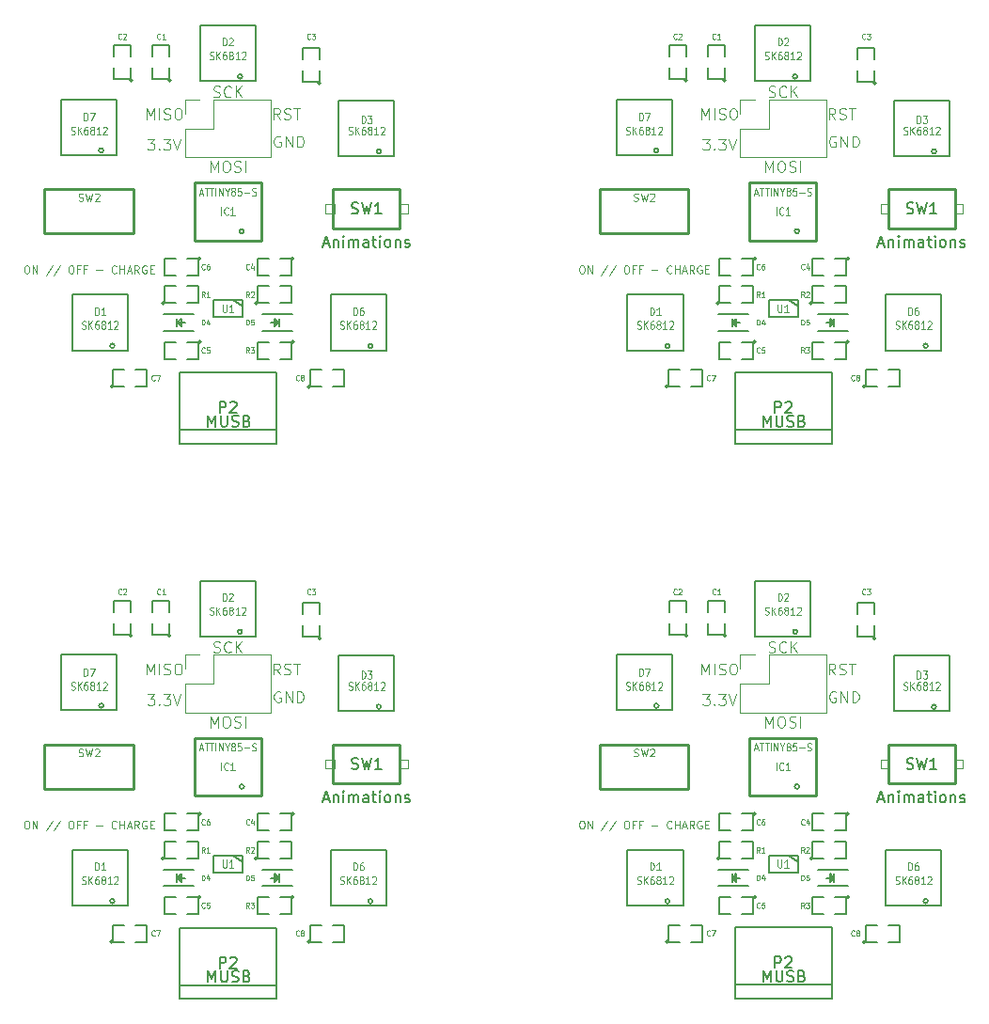
<source format=gto>
G04 #@! TF.FileFunction,Legend,Top*
%FSLAX46Y46*%
G04 Gerber Fmt 4.6, Leading zero omitted, Abs format (unit mm)*
G04 Created by KiCad (PCBNEW 4.0.7) date Sunday 01 April 2018 'à' 11:57:02*
%MOMM*%
%LPD*%
G01*
G04 APERTURE LIST*
%ADD10C,0.100000*%
%ADD11C,0.150000*%
%ADD12C,0.127000*%
%ADD13C,0.066040*%
%ADD14C,0.254000*%
%ADD15C,0.120000*%
%ADD16C,0.220980*%
%ADD17C,0.099060*%
%ADD18C,0.114300*%
%ADD19C,0.110000*%
%ADD20C,0.200000*%
G04 APERTURE END LIST*
D10*
X187678572Y-126702381D02*
X187678572Y-125702381D01*
X188011906Y-126416667D01*
X188345239Y-125702381D01*
X188345239Y-126702381D01*
X188821429Y-126702381D02*
X188821429Y-125702381D01*
X189250000Y-126654762D02*
X189392857Y-126702381D01*
X189630953Y-126702381D01*
X189726191Y-126654762D01*
X189773810Y-126607143D01*
X189821429Y-126511905D01*
X189821429Y-126416667D01*
X189773810Y-126321429D01*
X189726191Y-126273810D01*
X189630953Y-126226190D01*
X189440476Y-126178571D01*
X189345238Y-126130952D01*
X189297619Y-126083333D01*
X189250000Y-125988095D01*
X189250000Y-125892857D01*
X189297619Y-125797619D01*
X189345238Y-125750000D01*
X189440476Y-125702381D01*
X189678572Y-125702381D01*
X189821429Y-125750000D01*
X190440476Y-125702381D02*
X190630953Y-125702381D01*
X190726191Y-125750000D01*
X190821429Y-125845238D01*
X190869048Y-126035714D01*
X190869048Y-126369048D01*
X190821429Y-126559524D01*
X190726191Y-126654762D01*
X190630953Y-126702381D01*
X190440476Y-126702381D01*
X190345238Y-126654762D01*
X190250000Y-126559524D01*
X190202381Y-126369048D01*
X190202381Y-126035714D01*
X190250000Y-125845238D01*
X190345238Y-125750000D01*
X190440476Y-125702381D01*
X137678572Y-126702381D02*
X137678572Y-125702381D01*
X138011906Y-126416667D01*
X138345239Y-125702381D01*
X138345239Y-126702381D01*
X138821429Y-126702381D02*
X138821429Y-125702381D01*
X139250000Y-126654762D02*
X139392857Y-126702381D01*
X139630953Y-126702381D01*
X139726191Y-126654762D01*
X139773810Y-126607143D01*
X139821429Y-126511905D01*
X139821429Y-126416667D01*
X139773810Y-126321429D01*
X139726191Y-126273810D01*
X139630953Y-126226190D01*
X139440476Y-126178571D01*
X139345238Y-126130952D01*
X139297619Y-126083333D01*
X139250000Y-125988095D01*
X139250000Y-125892857D01*
X139297619Y-125797619D01*
X139345238Y-125750000D01*
X139440476Y-125702381D01*
X139678572Y-125702381D01*
X139821429Y-125750000D01*
X140440476Y-125702381D02*
X140630953Y-125702381D01*
X140726191Y-125750000D01*
X140821429Y-125845238D01*
X140869048Y-126035714D01*
X140869048Y-126369048D01*
X140821429Y-126559524D01*
X140726191Y-126654762D01*
X140630953Y-126702381D01*
X140440476Y-126702381D01*
X140345238Y-126654762D01*
X140250000Y-126559524D01*
X140202381Y-126369048D01*
X140202381Y-126035714D01*
X140250000Y-125845238D01*
X140345238Y-125750000D01*
X140440476Y-125702381D01*
X187678572Y-76702381D02*
X187678572Y-75702381D01*
X188011906Y-76416667D01*
X188345239Y-75702381D01*
X188345239Y-76702381D01*
X188821429Y-76702381D02*
X188821429Y-75702381D01*
X189250000Y-76654762D02*
X189392857Y-76702381D01*
X189630953Y-76702381D01*
X189726191Y-76654762D01*
X189773810Y-76607143D01*
X189821429Y-76511905D01*
X189821429Y-76416667D01*
X189773810Y-76321429D01*
X189726191Y-76273810D01*
X189630953Y-76226190D01*
X189440476Y-76178571D01*
X189345238Y-76130952D01*
X189297619Y-76083333D01*
X189250000Y-75988095D01*
X189250000Y-75892857D01*
X189297619Y-75797619D01*
X189345238Y-75750000D01*
X189440476Y-75702381D01*
X189678572Y-75702381D01*
X189821429Y-75750000D01*
X190440476Y-75702381D02*
X190630953Y-75702381D01*
X190726191Y-75750000D01*
X190821429Y-75845238D01*
X190869048Y-76035714D01*
X190869048Y-76369048D01*
X190821429Y-76559524D01*
X190726191Y-76654762D01*
X190630953Y-76702381D01*
X190440476Y-76702381D01*
X190345238Y-76654762D01*
X190250000Y-76559524D01*
X190202381Y-76369048D01*
X190202381Y-76035714D01*
X190250000Y-75845238D01*
X190345238Y-75750000D01*
X190440476Y-75702381D01*
X187773810Y-128452381D02*
X188392858Y-128452381D01*
X188059524Y-128833333D01*
X188202382Y-128833333D01*
X188297620Y-128880952D01*
X188345239Y-128928571D01*
X188392858Y-129023810D01*
X188392858Y-129261905D01*
X188345239Y-129357143D01*
X188297620Y-129404762D01*
X188202382Y-129452381D01*
X187916667Y-129452381D01*
X187821429Y-129404762D01*
X187773810Y-129357143D01*
X188821429Y-129357143D02*
X188869048Y-129404762D01*
X188821429Y-129452381D01*
X188773810Y-129404762D01*
X188821429Y-129357143D01*
X188821429Y-129452381D01*
X189202381Y-128452381D02*
X189821429Y-128452381D01*
X189488095Y-128833333D01*
X189630953Y-128833333D01*
X189726191Y-128880952D01*
X189773810Y-128928571D01*
X189821429Y-129023810D01*
X189821429Y-129261905D01*
X189773810Y-129357143D01*
X189726191Y-129404762D01*
X189630953Y-129452381D01*
X189345238Y-129452381D01*
X189250000Y-129404762D01*
X189202381Y-129357143D01*
X190107143Y-128452381D02*
X190440476Y-129452381D01*
X190773810Y-128452381D01*
X137773810Y-128452381D02*
X138392858Y-128452381D01*
X138059524Y-128833333D01*
X138202382Y-128833333D01*
X138297620Y-128880952D01*
X138345239Y-128928571D01*
X138392858Y-129023810D01*
X138392858Y-129261905D01*
X138345239Y-129357143D01*
X138297620Y-129404762D01*
X138202382Y-129452381D01*
X137916667Y-129452381D01*
X137821429Y-129404762D01*
X137773810Y-129357143D01*
X138821429Y-129357143D02*
X138869048Y-129404762D01*
X138821429Y-129452381D01*
X138773810Y-129404762D01*
X138821429Y-129357143D01*
X138821429Y-129452381D01*
X139202381Y-128452381D02*
X139821429Y-128452381D01*
X139488095Y-128833333D01*
X139630953Y-128833333D01*
X139726191Y-128880952D01*
X139773810Y-128928571D01*
X139821429Y-129023810D01*
X139821429Y-129261905D01*
X139773810Y-129357143D01*
X139726191Y-129404762D01*
X139630953Y-129452381D01*
X139345238Y-129452381D01*
X139250000Y-129404762D01*
X139202381Y-129357143D01*
X140107143Y-128452381D02*
X140440476Y-129452381D01*
X140773810Y-128452381D01*
X187773810Y-78452381D02*
X188392858Y-78452381D01*
X188059524Y-78833333D01*
X188202382Y-78833333D01*
X188297620Y-78880952D01*
X188345239Y-78928571D01*
X188392858Y-79023810D01*
X188392858Y-79261905D01*
X188345239Y-79357143D01*
X188297620Y-79404762D01*
X188202382Y-79452381D01*
X187916667Y-79452381D01*
X187821429Y-79404762D01*
X187773810Y-79357143D01*
X188821429Y-79357143D02*
X188869048Y-79404762D01*
X188821429Y-79452381D01*
X188773810Y-79404762D01*
X188821429Y-79357143D01*
X188821429Y-79452381D01*
X189202381Y-78452381D02*
X189821429Y-78452381D01*
X189488095Y-78833333D01*
X189630953Y-78833333D01*
X189726191Y-78880952D01*
X189773810Y-78928571D01*
X189821429Y-79023810D01*
X189821429Y-79261905D01*
X189773810Y-79357143D01*
X189726191Y-79404762D01*
X189630953Y-79452381D01*
X189345238Y-79452381D01*
X189250000Y-79404762D01*
X189202381Y-79357143D01*
X190107143Y-78452381D02*
X190440476Y-79452381D01*
X190773810Y-78452381D01*
X199738096Y-128250000D02*
X199642858Y-128202381D01*
X199500001Y-128202381D01*
X199357143Y-128250000D01*
X199261905Y-128345238D01*
X199214286Y-128440476D01*
X199166667Y-128630952D01*
X199166667Y-128773810D01*
X199214286Y-128964286D01*
X199261905Y-129059524D01*
X199357143Y-129154762D01*
X199500001Y-129202381D01*
X199595239Y-129202381D01*
X199738096Y-129154762D01*
X199785715Y-129107143D01*
X199785715Y-128773810D01*
X199595239Y-128773810D01*
X200214286Y-129202381D02*
X200214286Y-128202381D01*
X200785715Y-129202381D01*
X200785715Y-128202381D01*
X201261905Y-129202381D02*
X201261905Y-128202381D01*
X201500000Y-128202381D01*
X201642858Y-128250000D01*
X201738096Y-128345238D01*
X201785715Y-128440476D01*
X201833334Y-128630952D01*
X201833334Y-128773810D01*
X201785715Y-128964286D01*
X201738096Y-129059524D01*
X201642858Y-129154762D01*
X201500000Y-129202381D01*
X201261905Y-129202381D01*
X149738096Y-128250000D02*
X149642858Y-128202381D01*
X149500001Y-128202381D01*
X149357143Y-128250000D01*
X149261905Y-128345238D01*
X149214286Y-128440476D01*
X149166667Y-128630952D01*
X149166667Y-128773810D01*
X149214286Y-128964286D01*
X149261905Y-129059524D01*
X149357143Y-129154762D01*
X149500001Y-129202381D01*
X149595239Y-129202381D01*
X149738096Y-129154762D01*
X149785715Y-129107143D01*
X149785715Y-128773810D01*
X149595239Y-128773810D01*
X150214286Y-129202381D02*
X150214286Y-128202381D01*
X150785715Y-129202381D01*
X150785715Y-128202381D01*
X151261905Y-129202381D02*
X151261905Y-128202381D01*
X151500000Y-128202381D01*
X151642858Y-128250000D01*
X151738096Y-128345238D01*
X151785715Y-128440476D01*
X151833334Y-128630952D01*
X151833334Y-128773810D01*
X151785715Y-128964286D01*
X151738096Y-129059524D01*
X151642858Y-129154762D01*
X151500000Y-129202381D01*
X151261905Y-129202381D01*
X199738096Y-78250000D02*
X199642858Y-78202381D01*
X199500001Y-78202381D01*
X199357143Y-78250000D01*
X199261905Y-78345238D01*
X199214286Y-78440476D01*
X199166667Y-78630952D01*
X199166667Y-78773810D01*
X199214286Y-78964286D01*
X199261905Y-79059524D01*
X199357143Y-79154762D01*
X199500001Y-79202381D01*
X199595239Y-79202381D01*
X199738096Y-79154762D01*
X199785715Y-79107143D01*
X199785715Y-78773810D01*
X199595239Y-78773810D01*
X200214286Y-79202381D02*
X200214286Y-78202381D01*
X200785715Y-79202381D01*
X200785715Y-78202381D01*
X201261905Y-79202381D02*
X201261905Y-78202381D01*
X201500000Y-78202381D01*
X201642858Y-78250000D01*
X201738096Y-78345238D01*
X201785715Y-78440476D01*
X201833334Y-78630952D01*
X201833334Y-78773810D01*
X201785715Y-78964286D01*
X201738096Y-79059524D01*
X201642858Y-79154762D01*
X201500000Y-79202381D01*
X201261905Y-79202381D01*
X199702381Y-126702381D02*
X199369047Y-126226190D01*
X199130952Y-126702381D02*
X199130952Y-125702381D01*
X199511905Y-125702381D01*
X199607143Y-125750000D01*
X199654762Y-125797619D01*
X199702381Y-125892857D01*
X199702381Y-126035714D01*
X199654762Y-126130952D01*
X199607143Y-126178571D01*
X199511905Y-126226190D01*
X199130952Y-126226190D01*
X200083333Y-126654762D02*
X200226190Y-126702381D01*
X200464286Y-126702381D01*
X200559524Y-126654762D01*
X200607143Y-126607143D01*
X200654762Y-126511905D01*
X200654762Y-126416667D01*
X200607143Y-126321429D01*
X200559524Y-126273810D01*
X200464286Y-126226190D01*
X200273809Y-126178571D01*
X200178571Y-126130952D01*
X200130952Y-126083333D01*
X200083333Y-125988095D01*
X200083333Y-125892857D01*
X200130952Y-125797619D01*
X200178571Y-125750000D01*
X200273809Y-125702381D01*
X200511905Y-125702381D01*
X200654762Y-125750000D01*
X200940476Y-125702381D02*
X201511905Y-125702381D01*
X201226190Y-126702381D02*
X201226190Y-125702381D01*
X149702381Y-126702381D02*
X149369047Y-126226190D01*
X149130952Y-126702381D02*
X149130952Y-125702381D01*
X149511905Y-125702381D01*
X149607143Y-125750000D01*
X149654762Y-125797619D01*
X149702381Y-125892857D01*
X149702381Y-126035714D01*
X149654762Y-126130952D01*
X149607143Y-126178571D01*
X149511905Y-126226190D01*
X149130952Y-126226190D01*
X150083333Y-126654762D02*
X150226190Y-126702381D01*
X150464286Y-126702381D01*
X150559524Y-126654762D01*
X150607143Y-126607143D01*
X150654762Y-126511905D01*
X150654762Y-126416667D01*
X150607143Y-126321429D01*
X150559524Y-126273810D01*
X150464286Y-126226190D01*
X150273809Y-126178571D01*
X150178571Y-126130952D01*
X150130952Y-126083333D01*
X150083333Y-125988095D01*
X150083333Y-125892857D01*
X150130952Y-125797619D01*
X150178571Y-125750000D01*
X150273809Y-125702381D01*
X150511905Y-125702381D01*
X150654762Y-125750000D01*
X150940476Y-125702381D02*
X151511905Y-125702381D01*
X151226190Y-126702381D02*
X151226190Y-125702381D01*
X199702381Y-76702381D02*
X199369047Y-76226190D01*
X199130952Y-76702381D02*
X199130952Y-75702381D01*
X199511905Y-75702381D01*
X199607143Y-75750000D01*
X199654762Y-75797619D01*
X199702381Y-75892857D01*
X199702381Y-76035714D01*
X199654762Y-76130952D01*
X199607143Y-76178571D01*
X199511905Y-76226190D01*
X199130952Y-76226190D01*
X200083333Y-76654762D02*
X200226190Y-76702381D01*
X200464286Y-76702381D01*
X200559524Y-76654762D01*
X200607143Y-76607143D01*
X200654762Y-76511905D01*
X200654762Y-76416667D01*
X200607143Y-76321429D01*
X200559524Y-76273810D01*
X200464286Y-76226190D01*
X200273809Y-76178571D01*
X200178571Y-76130952D01*
X200130952Y-76083333D01*
X200083333Y-75988095D01*
X200083333Y-75892857D01*
X200130952Y-75797619D01*
X200178571Y-75750000D01*
X200273809Y-75702381D01*
X200511905Y-75702381D01*
X200654762Y-75750000D01*
X200940476Y-75702381D02*
X201511905Y-75702381D01*
X201226190Y-76702381D02*
X201226190Y-75702381D01*
X193714286Y-124654762D02*
X193857143Y-124702381D01*
X194095239Y-124702381D01*
X194190477Y-124654762D01*
X194238096Y-124607143D01*
X194285715Y-124511905D01*
X194285715Y-124416667D01*
X194238096Y-124321429D01*
X194190477Y-124273810D01*
X194095239Y-124226190D01*
X193904762Y-124178571D01*
X193809524Y-124130952D01*
X193761905Y-124083333D01*
X193714286Y-123988095D01*
X193714286Y-123892857D01*
X193761905Y-123797619D01*
X193809524Y-123750000D01*
X193904762Y-123702381D01*
X194142858Y-123702381D01*
X194285715Y-123750000D01*
X195285715Y-124607143D02*
X195238096Y-124654762D01*
X195095239Y-124702381D01*
X195000001Y-124702381D01*
X194857143Y-124654762D01*
X194761905Y-124559524D01*
X194714286Y-124464286D01*
X194666667Y-124273810D01*
X194666667Y-124130952D01*
X194714286Y-123940476D01*
X194761905Y-123845238D01*
X194857143Y-123750000D01*
X195000001Y-123702381D01*
X195095239Y-123702381D01*
X195238096Y-123750000D01*
X195285715Y-123797619D01*
X195714286Y-124702381D02*
X195714286Y-123702381D01*
X196285715Y-124702381D02*
X195857143Y-124130952D01*
X196285715Y-123702381D02*
X195714286Y-124273810D01*
X143714286Y-124654762D02*
X143857143Y-124702381D01*
X144095239Y-124702381D01*
X144190477Y-124654762D01*
X144238096Y-124607143D01*
X144285715Y-124511905D01*
X144285715Y-124416667D01*
X144238096Y-124321429D01*
X144190477Y-124273810D01*
X144095239Y-124226190D01*
X143904762Y-124178571D01*
X143809524Y-124130952D01*
X143761905Y-124083333D01*
X143714286Y-123988095D01*
X143714286Y-123892857D01*
X143761905Y-123797619D01*
X143809524Y-123750000D01*
X143904762Y-123702381D01*
X144142858Y-123702381D01*
X144285715Y-123750000D01*
X145285715Y-124607143D02*
X145238096Y-124654762D01*
X145095239Y-124702381D01*
X145000001Y-124702381D01*
X144857143Y-124654762D01*
X144761905Y-124559524D01*
X144714286Y-124464286D01*
X144666667Y-124273810D01*
X144666667Y-124130952D01*
X144714286Y-123940476D01*
X144761905Y-123845238D01*
X144857143Y-123750000D01*
X145000001Y-123702381D01*
X145095239Y-123702381D01*
X145238096Y-123750000D01*
X145285715Y-123797619D01*
X145714286Y-124702381D02*
X145714286Y-123702381D01*
X146285715Y-124702381D02*
X145857143Y-124130952D01*
X146285715Y-123702381D02*
X145714286Y-124273810D01*
X193714286Y-74654762D02*
X193857143Y-74702381D01*
X194095239Y-74702381D01*
X194190477Y-74654762D01*
X194238096Y-74607143D01*
X194285715Y-74511905D01*
X194285715Y-74416667D01*
X194238096Y-74321429D01*
X194190477Y-74273810D01*
X194095239Y-74226190D01*
X193904762Y-74178571D01*
X193809524Y-74130952D01*
X193761905Y-74083333D01*
X193714286Y-73988095D01*
X193714286Y-73892857D01*
X193761905Y-73797619D01*
X193809524Y-73750000D01*
X193904762Y-73702381D01*
X194142858Y-73702381D01*
X194285715Y-73750000D01*
X195285715Y-74607143D02*
X195238096Y-74654762D01*
X195095239Y-74702381D01*
X195000001Y-74702381D01*
X194857143Y-74654762D01*
X194761905Y-74559524D01*
X194714286Y-74464286D01*
X194666667Y-74273810D01*
X194666667Y-74130952D01*
X194714286Y-73940476D01*
X194761905Y-73845238D01*
X194857143Y-73750000D01*
X195000001Y-73702381D01*
X195095239Y-73702381D01*
X195238096Y-73750000D01*
X195285715Y-73797619D01*
X195714286Y-74702381D02*
X195714286Y-73702381D01*
X196285715Y-74702381D02*
X195857143Y-74130952D01*
X196285715Y-73702381D02*
X195714286Y-74273810D01*
X193428572Y-131452381D02*
X193428572Y-130452381D01*
X193761906Y-131166667D01*
X194095239Y-130452381D01*
X194095239Y-131452381D01*
X194761905Y-130452381D02*
X194952382Y-130452381D01*
X195047620Y-130500000D01*
X195142858Y-130595238D01*
X195190477Y-130785714D01*
X195190477Y-131119048D01*
X195142858Y-131309524D01*
X195047620Y-131404762D01*
X194952382Y-131452381D01*
X194761905Y-131452381D01*
X194666667Y-131404762D01*
X194571429Y-131309524D01*
X194523810Y-131119048D01*
X194523810Y-130785714D01*
X194571429Y-130595238D01*
X194666667Y-130500000D01*
X194761905Y-130452381D01*
X195571429Y-131404762D02*
X195714286Y-131452381D01*
X195952382Y-131452381D01*
X196047620Y-131404762D01*
X196095239Y-131357143D01*
X196142858Y-131261905D01*
X196142858Y-131166667D01*
X196095239Y-131071429D01*
X196047620Y-131023810D01*
X195952382Y-130976190D01*
X195761905Y-130928571D01*
X195666667Y-130880952D01*
X195619048Y-130833333D01*
X195571429Y-130738095D01*
X195571429Y-130642857D01*
X195619048Y-130547619D01*
X195666667Y-130500000D01*
X195761905Y-130452381D01*
X196000001Y-130452381D01*
X196142858Y-130500000D01*
X196571429Y-131452381D02*
X196571429Y-130452381D01*
X143428572Y-131452381D02*
X143428572Y-130452381D01*
X143761906Y-131166667D01*
X144095239Y-130452381D01*
X144095239Y-131452381D01*
X144761905Y-130452381D02*
X144952382Y-130452381D01*
X145047620Y-130500000D01*
X145142858Y-130595238D01*
X145190477Y-130785714D01*
X145190477Y-131119048D01*
X145142858Y-131309524D01*
X145047620Y-131404762D01*
X144952382Y-131452381D01*
X144761905Y-131452381D01*
X144666667Y-131404762D01*
X144571429Y-131309524D01*
X144523810Y-131119048D01*
X144523810Y-130785714D01*
X144571429Y-130595238D01*
X144666667Y-130500000D01*
X144761905Y-130452381D01*
X145571429Y-131404762D02*
X145714286Y-131452381D01*
X145952382Y-131452381D01*
X146047620Y-131404762D01*
X146095239Y-131357143D01*
X146142858Y-131261905D01*
X146142858Y-131166667D01*
X146095239Y-131071429D01*
X146047620Y-131023810D01*
X145952382Y-130976190D01*
X145761905Y-130928571D01*
X145666667Y-130880952D01*
X145619048Y-130833333D01*
X145571429Y-130738095D01*
X145571429Y-130642857D01*
X145619048Y-130547619D01*
X145666667Y-130500000D01*
X145761905Y-130452381D01*
X146000001Y-130452381D01*
X146142858Y-130500000D01*
X146571429Y-131452381D02*
X146571429Y-130452381D01*
X193428572Y-81452381D02*
X193428572Y-80452381D01*
X193761906Y-81166667D01*
X194095239Y-80452381D01*
X194095239Y-81452381D01*
X194761905Y-80452381D02*
X194952382Y-80452381D01*
X195047620Y-80500000D01*
X195142858Y-80595238D01*
X195190477Y-80785714D01*
X195190477Y-81119048D01*
X195142858Y-81309524D01*
X195047620Y-81404762D01*
X194952382Y-81452381D01*
X194761905Y-81452381D01*
X194666667Y-81404762D01*
X194571429Y-81309524D01*
X194523810Y-81119048D01*
X194523810Y-80785714D01*
X194571429Y-80595238D01*
X194666667Y-80500000D01*
X194761905Y-80452381D01*
X195571429Y-81404762D02*
X195714286Y-81452381D01*
X195952382Y-81452381D01*
X196047620Y-81404762D01*
X196095239Y-81357143D01*
X196142858Y-81261905D01*
X196142858Y-81166667D01*
X196095239Y-81071429D01*
X196047620Y-81023810D01*
X195952382Y-80976190D01*
X195761905Y-80928571D01*
X195666667Y-80880952D01*
X195619048Y-80833333D01*
X195571429Y-80738095D01*
X195571429Y-80642857D01*
X195619048Y-80547619D01*
X195666667Y-80500000D01*
X195761905Y-80452381D01*
X196000001Y-80452381D01*
X196142858Y-80500000D01*
X196571429Y-81452381D02*
X196571429Y-80452381D01*
X143428572Y-81452381D02*
X143428572Y-80452381D01*
X143761906Y-81166667D01*
X144095239Y-80452381D01*
X144095239Y-81452381D01*
X144761905Y-80452381D02*
X144952382Y-80452381D01*
X145047620Y-80500000D01*
X145142858Y-80595238D01*
X145190477Y-80785714D01*
X145190477Y-81119048D01*
X145142858Y-81309524D01*
X145047620Y-81404762D01*
X144952382Y-81452381D01*
X144761905Y-81452381D01*
X144666667Y-81404762D01*
X144571429Y-81309524D01*
X144523810Y-81119048D01*
X144523810Y-80785714D01*
X144571429Y-80595238D01*
X144666667Y-80500000D01*
X144761905Y-80452381D01*
X145571429Y-81404762D02*
X145714286Y-81452381D01*
X145952382Y-81452381D01*
X146047620Y-81404762D01*
X146095239Y-81357143D01*
X146142858Y-81261905D01*
X146142858Y-81166667D01*
X146095239Y-81071429D01*
X146047620Y-81023810D01*
X145952382Y-80976190D01*
X145761905Y-80928571D01*
X145666667Y-80880952D01*
X145619048Y-80833333D01*
X145571429Y-80738095D01*
X145571429Y-80642857D01*
X145619048Y-80547619D01*
X145666667Y-80500000D01*
X145761905Y-80452381D01*
X146000001Y-80452381D01*
X146142858Y-80500000D01*
X146571429Y-81452381D02*
X146571429Y-80452381D01*
X137678572Y-76702381D02*
X137678572Y-75702381D01*
X138011906Y-76416667D01*
X138345239Y-75702381D01*
X138345239Y-76702381D01*
X138821429Y-76702381D02*
X138821429Y-75702381D01*
X139250000Y-76654762D02*
X139392857Y-76702381D01*
X139630953Y-76702381D01*
X139726191Y-76654762D01*
X139773810Y-76607143D01*
X139821429Y-76511905D01*
X139821429Y-76416667D01*
X139773810Y-76321429D01*
X139726191Y-76273810D01*
X139630953Y-76226190D01*
X139440476Y-76178571D01*
X139345238Y-76130952D01*
X139297619Y-76083333D01*
X139250000Y-75988095D01*
X139250000Y-75892857D01*
X139297619Y-75797619D01*
X139345238Y-75750000D01*
X139440476Y-75702381D01*
X139678572Y-75702381D01*
X139821429Y-75750000D01*
X140440476Y-75702381D02*
X140630953Y-75702381D01*
X140726191Y-75750000D01*
X140821429Y-75845238D01*
X140869048Y-76035714D01*
X140869048Y-76369048D01*
X140821429Y-76559524D01*
X140726191Y-76654762D01*
X140630953Y-76702381D01*
X140440476Y-76702381D01*
X140345238Y-76654762D01*
X140250000Y-76559524D01*
X140202381Y-76369048D01*
X140202381Y-76035714D01*
X140250000Y-75845238D01*
X140345238Y-75750000D01*
X140440476Y-75702381D01*
X143714286Y-74654762D02*
X143857143Y-74702381D01*
X144095239Y-74702381D01*
X144190477Y-74654762D01*
X144238096Y-74607143D01*
X144285715Y-74511905D01*
X144285715Y-74416667D01*
X144238096Y-74321429D01*
X144190477Y-74273810D01*
X144095239Y-74226190D01*
X143904762Y-74178571D01*
X143809524Y-74130952D01*
X143761905Y-74083333D01*
X143714286Y-73988095D01*
X143714286Y-73892857D01*
X143761905Y-73797619D01*
X143809524Y-73750000D01*
X143904762Y-73702381D01*
X144142858Y-73702381D01*
X144285715Y-73750000D01*
X145285715Y-74607143D02*
X145238096Y-74654762D01*
X145095239Y-74702381D01*
X145000001Y-74702381D01*
X144857143Y-74654762D01*
X144761905Y-74559524D01*
X144714286Y-74464286D01*
X144666667Y-74273810D01*
X144666667Y-74130952D01*
X144714286Y-73940476D01*
X144761905Y-73845238D01*
X144857143Y-73750000D01*
X145000001Y-73702381D01*
X145095239Y-73702381D01*
X145238096Y-73750000D01*
X145285715Y-73797619D01*
X145714286Y-74702381D02*
X145714286Y-73702381D01*
X146285715Y-74702381D02*
X145857143Y-74130952D01*
X146285715Y-73702381D02*
X145714286Y-74273810D01*
X137773810Y-78452381D02*
X138392858Y-78452381D01*
X138059524Y-78833333D01*
X138202382Y-78833333D01*
X138297620Y-78880952D01*
X138345239Y-78928571D01*
X138392858Y-79023810D01*
X138392858Y-79261905D01*
X138345239Y-79357143D01*
X138297620Y-79404762D01*
X138202382Y-79452381D01*
X137916667Y-79452381D01*
X137821429Y-79404762D01*
X137773810Y-79357143D01*
X138821429Y-79357143D02*
X138869048Y-79404762D01*
X138821429Y-79452381D01*
X138773810Y-79404762D01*
X138821429Y-79357143D01*
X138821429Y-79452381D01*
X139202381Y-78452381D02*
X139821429Y-78452381D01*
X139488095Y-78833333D01*
X139630953Y-78833333D01*
X139726191Y-78880952D01*
X139773810Y-78928571D01*
X139821429Y-79023810D01*
X139821429Y-79261905D01*
X139773810Y-79357143D01*
X139726191Y-79404762D01*
X139630953Y-79452381D01*
X139345238Y-79452381D01*
X139250000Y-79404762D01*
X139202381Y-79357143D01*
X140107143Y-78452381D02*
X140440476Y-79452381D01*
X140773810Y-78452381D01*
X149738096Y-78250000D02*
X149642858Y-78202381D01*
X149500001Y-78202381D01*
X149357143Y-78250000D01*
X149261905Y-78345238D01*
X149214286Y-78440476D01*
X149166667Y-78630952D01*
X149166667Y-78773810D01*
X149214286Y-78964286D01*
X149261905Y-79059524D01*
X149357143Y-79154762D01*
X149500001Y-79202381D01*
X149595239Y-79202381D01*
X149738096Y-79154762D01*
X149785715Y-79107143D01*
X149785715Y-78773810D01*
X149595239Y-78773810D01*
X150214286Y-79202381D02*
X150214286Y-78202381D01*
X150785715Y-79202381D01*
X150785715Y-78202381D01*
X151261905Y-79202381D02*
X151261905Y-78202381D01*
X151500000Y-78202381D01*
X151642858Y-78250000D01*
X151738096Y-78345238D01*
X151785715Y-78440476D01*
X151833334Y-78630952D01*
X151833334Y-78773810D01*
X151785715Y-78964286D01*
X151738096Y-79059524D01*
X151642858Y-79154762D01*
X151500000Y-79202381D01*
X151261905Y-79202381D01*
X149702381Y-76702381D02*
X149369047Y-76226190D01*
X149130952Y-76702381D02*
X149130952Y-75702381D01*
X149511905Y-75702381D01*
X149607143Y-75750000D01*
X149654762Y-75797619D01*
X149702381Y-75892857D01*
X149702381Y-76035714D01*
X149654762Y-76130952D01*
X149607143Y-76178571D01*
X149511905Y-76226190D01*
X149130952Y-76226190D01*
X150083333Y-76654762D02*
X150226190Y-76702381D01*
X150464286Y-76702381D01*
X150559524Y-76654762D01*
X150607143Y-76607143D01*
X150654762Y-76511905D01*
X150654762Y-76416667D01*
X150607143Y-76321429D01*
X150559524Y-76273810D01*
X150464286Y-76226190D01*
X150273809Y-76178571D01*
X150178571Y-76130952D01*
X150130952Y-76083333D01*
X150083333Y-75988095D01*
X150083333Y-75892857D01*
X150130952Y-75797619D01*
X150178571Y-75750000D01*
X150273809Y-75702381D01*
X150511905Y-75702381D01*
X150654762Y-75750000D01*
X150940476Y-75702381D02*
X151511905Y-75702381D01*
X151226190Y-76702381D02*
X151226190Y-75702381D01*
D11*
X190699100Y-105892460D02*
X199399100Y-105892460D01*
X190699100Y-99487460D02*
X199399100Y-99487460D01*
X199399100Y-99487460D02*
X199399100Y-105892460D01*
X199399100Y-104662460D02*
X190699100Y-104662460D01*
X190699100Y-105892460D02*
X190699100Y-99487460D01*
X140699100Y-105892460D02*
X149399100Y-105892460D01*
X140699100Y-99487460D02*
X149399100Y-99487460D01*
X149399100Y-99487460D02*
X149399100Y-105892460D01*
X149399100Y-104662460D02*
X140699100Y-104662460D01*
X140699100Y-105892460D02*
X140699100Y-99487460D01*
X140699100Y-155892460D02*
X149399100Y-155892460D01*
X140699100Y-149487460D02*
X149399100Y-149487460D01*
X149399100Y-149487460D02*
X149399100Y-155892460D01*
X149399100Y-154662460D02*
X140699100Y-154662460D01*
X140699100Y-155892460D02*
X140699100Y-149487460D01*
D12*
X200980500Y-139238000D02*
G75*
G03X200980500Y-139238000I-127000J0D01*
G01*
X199710500Y-139238000D02*
X200726500Y-139238000D01*
X200726500Y-139238000D02*
X200726500Y-140762000D01*
X200726500Y-140762000D02*
X199710500Y-140762000D01*
X198694500Y-140762000D02*
X197678500Y-140762000D01*
X197678500Y-140762000D02*
X197678500Y-139238000D01*
X197678500Y-139238000D02*
X198694500Y-139238000D01*
X150980500Y-139238000D02*
G75*
G03X150980500Y-139238000I-127000J0D01*
G01*
X149710500Y-139238000D02*
X150726500Y-139238000D01*
X150726500Y-139238000D02*
X150726500Y-140762000D01*
X150726500Y-140762000D02*
X149710500Y-140762000D01*
X148694500Y-140762000D02*
X147678500Y-140762000D01*
X147678500Y-140762000D02*
X147678500Y-139238000D01*
X147678500Y-139238000D02*
X148694500Y-139238000D01*
X200980500Y-89238000D02*
G75*
G03X200980500Y-89238000I-127000J0D01*
G01*
X199710500Y-89238000D02*
X200726500Y-89238000D01*
X200726500Y-89238000D02*
X200726500Y-90762000D01*
X200726500Y-90762000D02*
X199710500Y-90762000D01*
X198694500Y-90762000D02*
X197678500Y-90762000D01*
X197678500Y-90762000D02*
X197678500Y-89238000D01*
X197678500Y-89238000D02*
X198694500Y-89238000D01*
X197678500Y-143262000D02*
G75*
G03X197678500Y-143262000I-127000J0D01*
G01*
X198694500Y-143262000D02*
X197678500Y-143262000D01*
X197678500Y-143262000D02*
X197678500Y-141738000D01*
X197678500Y-141738000D02*
X198694500Y-141738000D01*
X199710500Y-141738000D02*
X200726500Y-141738000D01*
X200726500Y-141738000D02*
X200726500Y-143262000D01*
X200726500Y-143262000D02*
X199710500Y-143262000D01*
X147678500Y-143262000D02*
G75*
G03X147678500Y-143262000I-127000J0D01*
G01*
X148694500Y-143262000D02*
X147678500Y-143262000D01*
X147678500Y-143262000D02*
X147678500Y-141738000D01*
X147678500Y-141738000D02*
X148694500Y-141738000D01*
X149710500Y-141738000D02*
X150726500Y-141738000D01*
X150726500Y-141738000D02*
X150726500Y-143262000D01*
X150726500Y-143262000D02*
X149710500Y-143262000D01*
X197678500Y-93262000D02*
G75*
G03X197678500Y-93262000I-127000J0D01*
G01*
X198694500Y-93262000D02*
X197678500Y-93262000D01*
X197678500Y-93262000D02*
X197678500Y-91738000D01*
X197678500Y-91738000D02*
X198694500Y-91738000D01*
X199710500Y-91738000D02*
X200726500Y-91738000D01*
X200726500Y-91738000D02*
X200726500Y-93262000D01*
X200726500Y-93262000D02*
X199710500Y-93262000D01*
D11*
X200849300Y-144250000D02*
X198149300Y-144250000D01*
X200849300Y-145750000D02*
X198149300Y-145750000D01*
X199349300Y-144850000D02*
X199349300Y-145100000D01*
X199349300Y-145100000D02*
X199499300Y-144950000D01*
X199599300Y-145350000D02*
X199599300Y-144650000D01*
X199249300Y-145000000D02*
X198899300Y-145000000D01*
X199599300Y-145000000D02*
X199249300Y-145350000D01*
X199249300Y-145350000D02*
X199249300Y-144650000D01*
X199249300Y-144650000D02*
X199599300Y-145000000D01*
X150849300Y-144250000D02*
X148149300Y-144250000D01*
X150849300Y-145750000D02*
X148149300Y-145750000D01*
X149349300Y-144850000D02*
X149349300Y-145100000D01*
X149349300Y-145100000D02*
X149499300Y-144950000D01*
X149599300Y-145350000D02*
X149599300Y-144650000D01*
X149249300Y-145000000D02*
X148899300Y-145000000D01*
X149599300Y-145000000D02*
X149249300Y-145350000D01*
X149249300Y-145350000D02*
X149249300Y-144650000D01*
X149249300Y-144650000D02*
X149599300Y-145000000D01*
X200849300Y-94250000D02*
X198149300Y-94250000D01*
X200849300Y-95750000D02*
X198149300Y-95750000D01*
X199349300Y-94850000D02*
X199349300Y-95100000D01*
X199349300Y-95100000D02*
X199499300Y-94950000D01*
X199599300Y-95350000D02*
X199599300Y-94650000D01*
X199249300Y-95000000D02*
X198899300Y-95000000D01*
X199599300Y-95000000D02*
X199249300Y-95350000D01*
X199249300Y-95350000D02*
X199249300Y-94650000D01*
X199249300Y-94650000D02*
X199599300Y-95000000D01*
X208050000Y-147100000D02*
G75*
G03X208050000Y-147100000I-200000J0D01*
G01*
X204250000Y-147500000D02*
X209250000Y-147500000D01*
X204250000Y-142500000D02*
X209250000Y-142500000D01*
X204250000Y-147500000D02*
X204250000Y-142500000D01*
X209250000Y-147500000D02*
X209250000Y-142500000D01*
X158050000Y-147100000D02*
G75*
G03X158050000Y-147100000I-200000J0D01*
G01*
X154250000Y-147500000D02*
X159250000Y-147500000D01*
X154250000Y-142500000D02*
X159250000Y-142500000D01*
X154250000Y-147500000D02*
X154250000Y-142500000D01*
X159250000Y-147500000D02*
X159250000Y-142500000D01*
X208050000Y-97100000D02*
G75*
G03X208050000Y-97100000I-200000J0D01*
G01*
X204250000Y-97500000D02*
X209250000Y-97500000D01*
X204250000Y-92500000D02*
X209250000Y-92500000D01*
X204250000Y-97500000D02*
X204250000Y-92500000D01*
X209250000Y-97500000D02*
X209250000Y-92500000D01*
D12*
X202428500Y-150762000D02*
G75*
G03X202428500Y-150762000I-127000J0D01*
G01*
X203444500Y-150762000D02*
X202428500Y-150762000D01*
X202428500Y-150762000D02*
X202428500Y-149238000D01*
X202428500Y-149238000D02*
X203444500Y-149238000D01*
X204460500Y-149238000D02*
X205476500Y-149238000D01*
X205476500Y-149238000D02*
X205476500Y-150762000D01*
X205476500Y-150762000D02*
X204460500Y-150762000D01*
X152428500Y-150762000D02*
G75*
G03X152428500Y-150762000I-127000J0D01*
G01*
X153444500Y-150762000D02*
X152428500Y-150762000D01*
X152428500Y-150762000D02*
X152428500Y-149238000D01*
X152428500Y-149238000D02*
X153444500Y-149238000D01*
X154460500Y-149238000D02*
X155476500Y-149238000D01*
X155476500Y-149238000D02*
X155476500Y-150762000D01*
X155476500Y-150762000D02*
X154460500Y-150762000D01*
X202428500Y-100762000D02*
G75*
G03X202428500Y-100762000I-127000J0D01*
G01*
X203444500Y-100762000D02*
X202428500Y-100762000D01*
X202428500Y-100762000D02*
X202428500Y-99238000D01*
X202428500Y-99238000D02*
X203444500Y-99238000D01*
X204460500Y-99238000D02*
X205476500Y-99238000D01*
X205476500Y-99238000D02*
X205476500Y-100762000D01*
X205476500Y-100762000D02*
X204460500Y-100762000D01*
X200980500Y-146738000D02*
G75*
G03X200980500Y-146738000I-127000J0D01*
G01*
X199710500Y-146738000D02*
X200726500Y-146738000D01*
X200726500Y-146738000D02*
X200726500Y-148262000D01*
X200726500Y-148262000D02*
X199710500Y-148262000D01*
X198694500Y-148262000D02*
X197678500Y-148262000D01*
X197678500Y-148262000D02*
X197678500Y-146738000D01*
X197678500Y-146738000D02*
X198694500Y-146738000D01*
X150980500Y-146738000D02*
G75*
G03X150980500Y-146738000I-127000J0D01*
G01*
X149710500Y-146738000D02*
X150726500Y-146738000D01*
X150726500Y-146738000D02*
X150726500Y-148262000D01*
X150726500Y-148262000D02*
X149710500Y-148262000D01*
X148694500Y-148262000D02*
X147678500Y-148262000D01*
X147678500Y-148262000D02*
X147678500Y-146738000D01*
X147678500Y-146738000D02*
X148694500Y-146738000D01*
X200980500Y-96738000D02*
G75*
G03X200980500Y-96738000I-127000J0D01*
G01*
X199710500Y-96738000D02*
X200726500Y-96738000D01*
X200726500Y-96738000D02*
X200726500Y-98262000D01*
X200726500Y-98262000D02*
X199710500Y-98262000D01*
X198694500Y-98262000D02*
X197678500Y-98262000D01*
X197678500Y-98262000D02*
X197678500Y-96738000D01*
X197678500Y-96738000D02*
X198694500Y-96738000D01*
X192575500Y-146738000D02*
G75*
G03X192575500Y-146738000I-127000J0D01*
G01*
X191305500Y-146738000D02*
X192321500Y-146738000D01*
X192321500Y-146738000D02*
X192321500Y-148262000D01*
X192321500Y-148262000D02*
X191305500Y-148262000D01*
X190289500Y-148262000D02*
X189273500Y-148262000D01*
X189273500Y-148262000D02*
X189273500Y-146738000D01*
X189273500Y-146738000D02*
X190289500Y-146738000D01*
X142575500Y-146738000D02*
G75*
G03X142575500Y-146738000I-127000J0D01*
G01*
X141305500Y-146738000D02*
X142321500Y-146738000D01*
X142321500Y-146738000D02*
X142321500Y-148262000D01*
X142321500Y-148262000D02*
X141305500Y-148262000D01*
X140289500Y-148262000D02*
X139273500Y-148262000D01*
X139273500Y-148262000D02*
X139273500Y-146738000D01*
X139273500Y-146738000D02*
X140289500Y-146738000D01*
X192575500Y-96738000D02*
G75*
G03X192575500Y-96738000I-127000J0D01*
G01*
X191305500Y-96738000D02*
X192321500Y-96738000D01*
X192321500Y-96738000D02*
X192321500Y-98262000D01*
X192321500Y-98262000D02*
X191305500Y-98262000D01*
X190289500Y-98262000D02*
X189273500Y-98262000D01*
X189273500Y-98262000D02*
X189273500Y-96738000D01*
X189273500Y-96738000D02*
X190289500Y-96738000D01*
D13*
X203801760Y-135148780D02*
X204601860Y-135148780D01*
X204601860Y-135148780D02*
X204601860Y-134351220D01*
X203801760Y-134351220D02*
X204601860Y-134351220D01*
X203801760Y-135148780D02*
X203801760Y-134351220D01*
X210398140Y-135148780D02*
X211198240Y-135148780D01*
X211198240Y-135148780D02*
X211198240Y-134351220D01*
X210398140Y-134351220D02*
X211198240Y-134351220D01*
X210398140Y-135148780D02*
X210398140Y-134351220D01*
D14*
X204500260Y-133002480D02*
X210499740Y-133002480D01*
X210499740Y-136497520D02*
X204500260Y-136497520D01*
X204500260Y-133002480D02*
X204500260Y-134102300D01*
X210499740Y-133002480D02*
X210499740Y-134102300D01*
X210499740Y-136497520D02*
X210499740Y-135397700D01*
X204500260Y-136497520D02*
X204500260Y-135397700D01*
X204500260Y-134102300D02*
X204500260Y-135349440D01*
X210499740Y-134051500D02*
X210499740Y-135499300D01*
D13*
X153801760Y-135148780D02*
X154601860Y-135148780D01*
X154601860Y-135148780D02*
X154601860Y-134351220D01*
X153801760Y-134351220D02*
X154601860Y-134351220D01*
X153801760Y-135148780D02*
X153801760Y-134351220D01*
X160398140Y-135148780D02*
X161198240Y-135148780D01*
X161198240Y-135148780D02*
X161198240Y-134351220D01*
X160398140Y-134351220D02*
X161198240Y-134351220D01*
X160398140Y-135148780D02*
X160398140Y-134351220D01*
D14*
X154500260Y-133002480D02*
X160499740Y-133002480D01*
X160499740Y-136497520D02*
X154500260Y-136497520D01*
X154500260Y-133002480D02*
X154500260Y-134102300D01*
X160499740Y-133002480D02*
X160499740Y-134102300D01*
X160499740Y-136497520D02*
X160499740Y-135397700D01*
X154500260Y-136497520D02*
X154500260Y-135397700D01*
X154500260Y-134102300D02*
X154500260Y-135349440D01*
X160499740Y-134051500D02*
X160499740Y-135499300D01*
D13*
X203801760Y-85148780D02*
X204601860Y-85148780D01*
X204601860Y-85148780D02*
X204601860Y-84351220D01*
X203801760Y-84351220D02*
X204601860Y-84351220D01*
X203801760Y-85148780D02*
X203801760Y-84351220D01*
X210398140Y-85148780D02*
X211198240Y-85148780D01*
X211198240Y-85148780D02*
X211198240Y-84351220D01*
X210398140Y-84351220D02*
X211198240Y-84351220D01*
X210398140Y-85148780D02*
X210398140Y-84351220D01*
D14*
X204500260Y-83002480D02*
X210499740Y-83002480D01*
X210499740Y-86497520D02*
X204500260Y-86497520D01*
X204500260Y-83002480D02*
X204500260Y-84102300D01*
X210499740Y-83002480D02*
X210499740Y-84102300D01*
X210499740Y-86497520D02*
X210499740Y-85397700D01*
X204500260Y-86497520D02*
X204500260Y-85397700D01*
X204500260Y-84102300D02*
X204500260Y-85349440D01*
X210499740Y-84051500D02*
X210499740Y-85499300D01*
D12*
X203389000Y-123448500D02*
G75*
G03X203389000Y-123448500I-127000J0D01*
G01*
X203262000Y-122305500D02*
X203262000Y-123321500D01*
X203262000Y-123321500D02*
X201738000Y-123321500D01*
X201738000Y-123321500D02*
X201738000Y-122305500D01*
X201738000Y-121289500D02*
X201738000Y-120273500D01*
X201738000Y-120273500D02*
X203262000Y-120273500D01*
X203262000Y-120273500D02*
X203262000Y-121289500D01*
X153389000Y-123448500D02*
G75*
G03X153389000Y-123448500I-127000J0D01*
G01*
X153262000Y-122305500D02*
X153262000Y-123321500D01*
X153262000Y-123321500D02*
X151738000Y-123321500D01*
X151738000Y-123321500D02*
X151738000Y-122305500D01*
X151738000Y-121289500D02*
X151738000Y-120273500D01*
X151738000Y-120273500D02*
X153262000Y-120273500D01*
X153262000Y-120273500D02*
X153262000Y-121289500D01*
X203389000Y-73448500D02*
G75*
G03X203389000Y-73448500I-127000J0D01*
G01*
X203262000Y-72305500D02*
X203262000Y-73321500D01*
X203262000Y-73321500D02*
X201738000Y-73321500D01*
X201738000Y-73321500D02*
X201738000Y-72305500D01*
X201738000Y-71289500D02*
X201738000Y-70273500D01*
X201738000Y-70273500D02*
X203262000Y-70273500D01*
X203262000Y-70273500D02*
X203262000Y-71289500D01*
D11*
X208800000Y-129600000D02*
G75*
G03X208800000Y-129600000I-200000J0D01*
G01*
X205000000Y-130000000D02*
X210000000Y-130000000D01*
X205000000Y-125000000D02*
X210000000Y-125000000D01*
X205000000Y-130000000D02*
X205000000Y-125000000D01*
X210000000Y-130000000D02*
X210000000Y-125000000D01*
X158800000Y-129600000D02*
G75*
G03X158800000Y-129600000I-200000J0D01*
G01*
X155000000Y-130000000D02*
X160000000Y-130000000D01*
X155000000Y-125000000D02*
X160000000Y-125000000D01*
X155000000Y-130000000D02*
X155000000Y-125000000D01*
X160000000Y-130000000D02*
X160000000Y-125000000D01*
X208800000Y-79600000D02*
G75*
G03X208800000Y-79600000I-200000J0D01*
G01*
X205000000Y-80000000D02*
X210000000Y-80000000D01*
X205000000Y-75000000D02*
X210000000Y-75000000D01*
X205000000Y-80000000D02*
X205000000Y-75000000D01*
X210000000Y-80000000D02*
X210000000Y-75000000D01*
D12*
X189889000Y-123198500D02*
G75*
G03X189889000Y-123198500I-127000J0D01*
G01*
X189762000Y-122055500D02*
X189762000Y-123071500D01*
X189762000Y-123071500D02*
X188238000Y-123071500D01*
X188238000Y-123071500D02*
X188238000Y-122055500D01*
X188238000Y-121039500D02*
X188238000Y-120023500D01*
X188238000Y-120023500D02*
X189762000Y-120023500D01*
X189762000Y-120023500D02*
X189762000Y-121039500D01*
X139889000Y-123198500D02*
G75*
G03X139889000Y-123198500I-127000J0D01*
G01*
X139762000Y-122055500D02*
X139762000Y-123071500D01*
X139762000Y-123071500D02*
X138238000Y-123071500D01*
X138238000Y-123071500D02*
X138238000Y-122055500D01*
X138238000Y-121039500D02*
X138238000Y-120023500D01*
X138238000Y-120023500D02*
X139762000Y-120023500D01*
X139762000Y-120023500D02*
X139762000Y-121039500D01*
X189889000Y-73198500D02*
G75*
G03X189889000Y-73198500I-127000J0D01*
G01*
X189762000Y-72055500D02*
X189762000Y-73071500D01*
X189762000Y-73071500D02*
X188238000Y-73071500D01*
X188238000Y-73071500D02*
X188238000Y-72055500D01*
X188238000Y-71039500D02*
X188238000Y-70023500D01*
X188238000Y-70023500D02*
X189762000Y-70023500D01*
X189762000Y-70023500D02*
X189762000Y-71039500D01*
D15*
X193730000Y-124920000D02*
X198870000Y-124920000D01*
X198870000Y-124920000D02*
X198870000Y-130120000D01*
X198870000Y-130120000D02*
X191130000Y-130120000D01*
X191130000Y-130120000D02*
X191130000Y-127520000D01*
X191130000Y-127520000D02*
X193730000Y-127520000D01*
X193730000Y-127520000D02*
X193730000Y-124920000D01*
X192460000Y-124920000D02*
X191130000Y-124920000D01*
X191130000Y-124920000D02*
X191130000Y-126190000D01*
X143730000Y-124920000D02*
X148870000Y-124920000D01*
X148870000Y-124920000D02*
X148870000Y-130120000D01*
X148870000Y-130120000D02*
X141130000Y-130120000D01*
X141130000Y-130120000D02*
X141130000Y-127520000D01*
X141130000Y-127520000D02*
X143730000Y-127520000D01*
X143730000Y-127520000D02*
X143730000Y-124920000D01*
X142460000Y-124920000D02*
X141130000Y-124920000D01*
X141130000Y-124920000D02*
X141130000Y-126190000D01*
X193730000Y-74920000D02*
X198870000Y-74920000D01*
X198870000Y-74920000D02*
X198870000Y-80120000D01*
X198870000Y-80120000D02*
X191130000Y-80120000D01*
X191130000Y-80120000D02*
X191130000Y-77520000D01*
X191130000Y-77520000D02*
X193730000Y-77520000D01*
X193730000Y-77520000D02*
X193730000Y-74920000D01*
X192460000Y-74920000D02*
X191130000Y-74920000D01*
X191130000Y-74920000D02*
X191130000Y-76190000D01*
D11*
X196300000Y-122850000D02*
G75*
G03X196300000Y-122850000I-200000J0D01*
G01*
X192500000Y-123250000D02*
X197500000Y-123250000D01*
X192500000Y-118250000D02*
X197500000Y-118250000D01*
X192500000Y-123250000D02*
X192500000Y-118250000D01*
X197500000Y-123250000D02*
X197500000Y-118250000D01*
X146300000Y-122850000D02*
G75*
G03X146300000Y-122850000I-200000J0D01*
G01*
X142500000Y-123250000D02*
X147500000Y-123250000D01*
X142500000Y-118250000D02*
X147500000Y-118250000D01*
X142500000Y-123250000D02*
X142500000Y-118250000D01*
X147500000Y-123250000D02*
X147500000Y-118250000D01*
X196300000Y-72850000D02*
G75*
G03X196300000Y-72850000I-200000J0D01*
G01*
X192500000Y-73250000D02*
X197500000Y-73250000D01*
X192500000Y-68250000D02*
X197500000Y-68250000D01*
X192500000Y-73250000D02*
X192500000Y-68250000D01*
X197500000Y-73250000D02*
X197500000Y-68250000D01*
D12*
X186389000Y-123198500D02*
G75*
G03X186389000Y-123198500I-127000J0D01*
G01*
X186262000Y-122055500D02*
X186262000Y-123071500D01*
X186262000Y-123071500D02*
X184738000Y-123071500D01*
X184738000Y-123071500D02*
X184738000Y-122055500D01*
X184738000Y-121039500D02*
X184738000Y-120023500D01*
X184738000Y-120023500D02*
X186262000Y-120023500D01*
X186262000Y-120023500D02*
X186262000Y-121039500D01*
X136389000Y-123198500D02*
G75*
G03X136389000Y-123198500I-127000J0D01*
G01*
X136262000Y-122055500D02*
X136262000Y-123071500D01*
X136262000Y-123071500D02*
X134738000Y-123071500D01*
X134738000Y-123071500D02*
X134738000Y-122055500D01*
X134738000Y-121039500D02*
X134738000Y-120023500D01*
X134738000Y-120023500D02*
X136262000Y-120023500D01*
X136262000Y-120023500D02*
X136262000Y-121039500D01*
X186389000Y-73198500D02*
G75*
G03X186389000Y-73198500I-127000J0D01*
G01*
X186262000Y-72055500D02*
X186262000Y-73071500D01*
X186262000Y-73071500D02*
X184738000Y-73071500D01*
X184738000Y-73071500D02*
X184738000Y-72055500D01*
X184738000Y-71039500D02*
X184738000Y-70023500D01*
X184738000Y-70023500D02*
X186262000Y-70023500D01*
X186262000Y-70023500D02*
X186262000Y-71039500D01*
D11*
X184800000Y-147100000D02*
G75*
G03X184800000Y-147100000I-200000J0D01*
G01*
X181000000Y-147500000D02*
X186000000Y-147500000D01*
X181000000Y-142500000D02*
X186000000Y-142500000D01*
X181000000Y-147500000D02*
X181000000Y-142500000D01*
X186000000Y-147500000D02*
X186000000Y-142500000D01*
X134800000Y-147100000D02*
G75*
G03X134800000Y-147100000I-200000J0D01*
G01*
X131000000Y-147500000D02*
X136000000Y-147500000D01*
X131000000Y-142500000D02*
X136000000Y-142500000D01*
X131000000Y-147500000D02*
X131000000Y-142500000D01*
X136000000Y-147500000D02*
X136000000Y-142500000D01*
X184800000Y-97100000D02*
G75*
G03X184800000Y-97100000I-200000J0D01*
G01*
X181000000Y-97500000D02*
X186000000Y-97500000D01*
X181000000Y-92500000D02*
X186000000Y-92500000D01*
X181000000Y-97500000D02*
X181000000Y-92500000D01*
X186000000Y-97500000D02*
X186000000Y-92500000D01*
D12*
X184678500Y-150762000D02*
G75*
G03X184678500Y-150762000I-127000J0D01*
G01*
X185694500Y-150762000D02*
X184678500Y-150762000D01*
X184678500Y-150762000D02*
X184678500Y-149238000D01*
X184678500Y-149238000D02*
X185694500Y-149238000D01*
X186710500Y-149238000D02*
X187726500Y-149238000D01*
X187726500Y-149238000D02*
X187726500Y-150762000D01*
X187726500Y-150762000D02*
X186710500Y-150762000D01*
X134678500Y-150762000D02*
G75*
G03X134678500Y-150762000I-127000J0D01*
G01*
X135694500Y-150762000D02*
X134678500Y-150762000D01*
X134678500Y-150762000D02*
X134678500Y-149238000D01*
X134678500Y-149238000D02*
X135694500Y-149238000D01*
X136710500Y-149238000D02*
X137726500Y-149238000D01*
X137726500Y-149238000D02*
X137726500Y-150762000D01*
X137726500Y-150762000D02*
X136710500Y-150762000D01*
X184678500Y-100762000D02*
G75*
G03X184678500Y-100762000I-127000J0D01*
G01*
X185694500Y-100762000D02*
X184678500Y-100762000D01*
X184678500Y-100762000D02*
X184678500Y-99238000D01*
X184678500Y-99238000D02*
X185694500Y-99238000D01*
X186710500Y-99238000D02*
X187726500Y-99238000D01*
X187726500Y-99238000D02*
X187726500Y-100762000D01*
X187726500Y-100762000D02*
X186710500Y-100762000D01*
D11*
X189197500Y-145750000D02*
X191897500Y-145750000D01*
X189197500Y-144250000D02*
X191897500Y-144250000D01*
X190697500Y-145150000D02*
X190697500Y-144900000D01*
X190697500Y-144900000D02*
X190547500Y-145050000D01*
X190447500Y-144650000D02*
X190447500Y-145350000D01*
X190797500Y-145000000D02*
X191147500Y-145000000D01*
X190447500Y-145000000D02*
X190797500Y-144650000D01*
X190797500Y-144650000D02*
X190797500Y-145350000D01*
X190797500Y-145350000D02*
X190447500Y-145000000D01*
X139197500Y-145750000D02*
X141897500Y-145750000D01*
X139197500Y-144250000D02*
X141897500Y-144250000D01*
X140697500Y-145150000D02*
X140697500Y-144900000D01*
X140697500Y-144900000D02*
X140547500Y-145050000D01*
X140447500Y-144650000D02*
X140447500Y-145350000D01*
X140797500Y-145000000D02*
X141147500Y-145000000D01*
X140447500Y-145000000D02*
X140797500Y-144650000D01*
X140797500Y-144650000D02*
X140797500Y-145350000D01*
X140797500Y-145350000D02*
X140447500Y-145000000D01*
X189197500Y-95750000D02*
X191897500Y-95750000D01*
X189197500Y-94250000D02*
X191897500Y-94250000D01*
X190697500Y-95150000D02*
X190697500Y-94900000D01*
X190697500Y-94900000D02*
X190547500Y-95050000D01*
X190447500Y-94650000D02*
X190447500Y-95350000D01*
X190797500Y-95000000D02*
X191147500Y-95000000D01*
X190447500Y-95000000D02*
X190797500Y-94650000D01*
X190797500Y-94650000D02*
X190797500Y-95350000D01*
X190797500Y-95350000D02*
X190447500Y-95000000D01*
D12*
X195508000Y-142988000D02*
X196270000Y-143496000D01*
X193730000Y-142988000D02*
X196333500Y-142988000D01*
X196333500Y-142988000D02*
X196333500Y-144512000D01*
X196333500Y-144512000D02*
X193730000Y-144512000D01*
X193730000Y-144512000D02*
X193730000Y-142988000D01*
X145508000Y-142988000D02*
X146270000Y-143496000D01*
X143730000Y-142988000D02*
X146333500Y-142988000D01*
X146333500Y-142988000D02*
X146333500Y-144512000D01*
X146333500Y-144512000D02*
X143730000Y-144512000D01*
X143730000Y-144512000D02*
X143730000Y-142988000D01*
X195508000Y-92988000D02*
X196270000Y-93496000D01*
X193730000Y-92988000D02*
X196333500Y-92988000D01*
X196333500Y-92988000D02*
X196333500Y-94512000D01*
X196333500Y-94512000D02*
X193730000Y-94512000D01*
X193730000Y-94512000D02*
X193730000Y-92988000D01*
X189273500Y-143262000D02*
G75*
G03X189273500Y-143262000I-127000J0D01*
G01*
X190289500Y-143262000D02*
X189273500Y-143262000D01*
X189273500Y-143262000D02*
X189273500Y-141738000D01*
X189273500Y-141738000D02*
X190289500Y-141738000D01*
X191305500Y-141738000D02*
X192321500Y-141738000D01*
X192321500Y-141738000D02*
X192321500Y-143262000D01*
X192321500Y-143262000D02*
X191305500Y-143262000D01*
X139273500Y-143262000D02*
G75*
G03X139273500Y-143262000I-127000J0D01*
G01*
X140289500Y-143262000D02*
X139273500Y-143262000D01*
X139273500Y-143262000D02*
X139273500Y-141738000D01*
X139273500Y-141738000D02*
X140289500Y-141738000D01*
X141305500Y-141738000D02*
X142321500Y-141738000D01*
X142321500Y-141738000D02*
X142321500Y-143262000D01*
X142321500Y-143262000D02*
X141305500Y-143262000D01*
X189273500Y-93262000D02*
G75*
G03X189273500Y-93262000I-127000J0D01*
G01*
X190289500Y-93262000D02*
X189273500Y-93262000D01*
X189273500Y-93262000D02*
X189273500Y-91738000D01*
X189273500Y-91738000D02*
X190289500Y-91738000D01*
X191305500Y-91738000D02*
X192321500Y-91738000D01*
X192321500Y-91738000D02*
X192321500Y-93262000D01*
X192321500Y-93262000D02*
X191305500Y-93262000D01*
X192575500Y-139238000D02*
G75*
G03X192575500Y-139238000I-127000J0D01*
G01*
X191305500Y-139238000D02*
X192321500Y-139238000D01*
X192321500Y-139238000D02*
X192321500Y-140762000D01*
X192321500Y-140762000D02*
X191305500Y-140762000D01*
X190289500Y-140762000D02*
X189273500Y-140762000D01*
X189273500Y-140762000D02*
X189273500Y-139238000D01*
X189273500Y-139238000D02*
X190289500Y-139238000D01*
X142575500Y-139238000D02*
G75*
G03X142575500Y-139238000I-127000J0D01*
G01*
X141305500Y-139238000D02*
X142321500Y-139238000D01*
X142321500Y-139238000D02*
X142321500Y-140762000D01*
X142321500Y-140762000D02*
X141305500Y-140762000D01*
X140289500Y-140762000D02*
X139273500Y-140762000D01*
X139273500Y-140762000D02*
X139273500Y-139238000D01*
X139273500Y-139238000D02*
X140289500Y-139238000D01*
X192575500Y-89238000D02*
G75*
G03X192575500Y-89238000I-127000J0D01*
G01*
X191305500Y-89238000D02*
X192321500Y-89238000D01*
X192321500Y-89238000D02*
X192321500Y-90762000D01*
X192321500Y-90762000D02*
X191305500Y-90762000D01*
X190289500Y-90762000D02*
X189273500Y-90762000D01*
X189273500Y-90762000D02*
X189273500Y-89238000D01*
X189273500Y-89238000D02*
X190289500Y-89238000D01*
D14*
X192000000Y-132400000D02*
X198000000Y-132400000D01*
X198000000Y-137600000D02*
X198000000Y-132400000D01*
X192000000Y-137600000D02*
X198000000Y-137600000D01*
X192000000Y-137600000D02*
X192000000Y-132400000D01*
D12*
X196463158Y-136778000D02*
G75*
G03X196463158Y-136778000I-201158J0D01*
G01*
D14*
X142000000Y-132400000D02*
X148000000Y-132400000D01*
X148000000Y-137600000D02*
X148000000Y-132400000D01*
X142000000Y-137600000D02*
X148000000Y-137600000D01*
X142000000Y-137600000D02*
X142000000Y-132400000D01*
D12*
X146463158Y-136778000D02*
G75*
G03X146463158Y-136778000I-201158J0D01*
G01*
D14*
X192000000Y-82400000D02*
X198000000Y-82400000D01*
X198000000Y-87600000D02*
X198000000Y-82400000D01*
X192000000Y-87600000D02*
X198000000Y-87600000D01*
X192000000Y-87600000D02*
X192000000Y-82400000D01*
D12*
X196463158Y-86778000D02*
G75*
G03X196463158Y-86778000I-201158J0D01*
G01*
D11*
X183800000Y-129500000D02*
G75*
G03X183800000Y-129500000I-200000J0D01*
G01*
X180000000Y-129900000D02*
X185000000Y-129900000D01*
X180000000Y-124900000D02*
X185000000Y-124900000D01*
X180000000Y-129900000D02*
X180000000Y-124900000D01*
X185000000Y-129900000D02*
X185000000Y-124900000D01*
X133800000Y-129500000D02*
G75*
G03X133800000Y-129500000I-200000J0D01*
G01*
X130000000Y-129900000D02*
X135000000Y-129900000D01*
X130000000Y-124900000D02*
X135000000Y-124900000D01*
X130000000Y-129900000D02*
X130000000Y-124900000D01*
X135000000Y-129900000D02*
X135000000Y-124900000D01*
X183800000Y-79500000D02*
G75*
G03X183800000Y-79500000I-200000J0D01*
G01*
X180000000Y-79900000D02*
X185000000Y-79900000D01*
X180000000Y-74900000D02*
X185000000Y-74900000D01*
X180000000Y-79900000D02*
X180000000Y-74900000D01*
X185000000Y-79900000D02*
X185000000Y-74900000D01*
D16*
X178500000Y-133000000D02*
X186500000Y-133000000D01*
X186500000Y-133000000D02*
X186500000Y-137000000D01*
X186500000Y-137000000D02*
X178500000Y-137000000D01*
X178500000Y-137000000D02*
X178500000Y-133000000D01*
X128500000Y-133000000D02*
X136500000Y-133000000D01*
X136500000Y-133000000D02*
X136500000Y-137000000D01*
X136500000Y-137000000D02*
X128500000Y-137000000D01*
X128500000Y-137000000D02*
X128500000Y-133000000D01*
X178500000Y-83000000D02*
X186500000Y-83000000D01*
X186500000Y-83000000D02*
X186500000Y-87000000D01*
X186500000Y-87000000D02*
X178500000Y-87000000D01*
X178500000Y-87000000D02*
X178500000Y-83000000D01*
D14*
X142000000Y-82400000D02*
X148000000Y-82400000D01*
X148000000Y-87600000D02*
X148000000Y-82400000D01*
X142000000Y-87600000D02*
X148000000Y-87600000D01*
X142000000Y-87600000D02*
X142000000Y-82400000D01*
D12*
X146463158Y-86778000D02*
G75*
G03X146463158Y-86778000I-201158J0D01*
G01*
D11*
X134800000Y-97100000D02*
G75*
G03X134800000Y-97100000I-200000J0D01*
G01*
X131000000Y-97500000D02*
X136000000Y-97500000D01*
X131000000Y-92500000D02*
X136000000Y-92500000D01*
X131000000Y-97500000D02*
X131000000Y-92500000D01*
X136000000Y-97500000D02*
X136000000Y-92500000D01*
X146300000Y-72850000D02*
G75*
G03X146300000Y-72850000I-200000J0D01*
G01*
X142500000Y-73250000D02*
X147500000Y-73250000D01*
X142500000Y-68250000D02*
X147500000Y-68250000D01*
X142500000Y-73250000D02*
X142500000Y-68250000D01*
X147500000Y-73250000D02*
X147500000Y-68250000D01*
X158800000Y-79600000D02*
G75*
G03X158800000Y-79600000I-200000J0D01*
G01*
X155000000Y-80000000D02*
X160000000Y-80000000D01*
X155000000Y-75000000D02*
X160000000Y-75000000D01*
X155000000Y-80000000D02*
X155000000Y-75000000D01*
X160000000Y-80000000D02*
X160000000Y-75000000D01*
D12*
X142575500Y-96738000D02*
G75*
G03X142575500Y-96738000I-127000J0D01*
G01*
X141305500Y-96738000D02*
X142321500Y-96738000D01*
X142321500Y-96738000D02*
X142321500Y-98262000D01*
X142321500Y-98262000D02*
X141305500Y-98262000D01*
X140289500Y-98262000D02*
X139273500Y-98262000D01*
X139273500Y-98262000D02*
X139273500Y-96738000D01*
X139273500Y-96738000D02*
X140289500Y-96738000D01*
X142575500Y-89238000D02*
G75*
G03X142575500Y-89238000I-127000J0D01*
G01*
X141305500Y-89238000D02*
X142321500Y-89238000D01*
X142321500Y-89238000D02*
X142321500Y-90762000D01*
X142321500Y-90762000D02*
X141305500Y-90762000D01*
X140289500Y-90762000D02*
X139273500Y-90762000D01*
X139273500Y-90762000D02*
X139273500Y-89238000D01*
X139273500Y-89238000D02*
X140289500Y-89238000D01*
D15*
X143730000Y-74920000D02*
X148870000Y-74920000D01*
X148870000Y-74920000D02*
X148870000Y-80120000D01*
X148870000Y-80120000D02*
X141130000Y-80120000D01*
X141130000Y-80120000D02*
X141130000Y-77520000D01*
X141130000Y-77520000D02*
X143730000Y-77520000D01*
X143730000Y-77520000D02*
X143730000Y-74920000D01*
X142460000Y-74920000D02*
X141130000Y-74920000D01*
X141130000Y-74920000D02*
X141130000Y-76190000D01*
D12*
X139273500Y-93262000D02*
G75*
G03X139273500Y-93262000I-127000J0D01*
G01*
X140289500Y-93262000D02*
X139273500Y-93262000D01*
X139273500Y-93262000D02*
X139273500Y-91738000D01*
X139273500Y-91738000D02*
X140289500Y-91738000D01*
X141305500Y-91738000D02*
X142321500Y-91738000D01*
X142321500Y-91738000D02*
X142321500Y-93262000D01*
X142321500Y-93262000D02*
X141305500Y-93262000D01*
X147678500Y-93262000D02*
G75*
G03X147678500Y-93262000I-127000J0D01*
G01*
X148694500Y-93262000D02*
X147678500Y-93262000D01*
X147678500Y-93262000D02*
X147678500Y-91738000D01*
X147678500Y-91738000D02*
X148694500Y-91738000D01*
X149710500Y-91738000D02*
X150726500Y-91738000D01*
X150726500Y-91738000D02*
X150726500Y-93262000D01*
X150726500Y-93262000D02*
X149710500Y-93262000D01*
X150980500Y-96738000D02*
G75*
G03X150980500Y-96738000I-127000J0D01*
G01*
X149710500Y-96738000D02*
X150726500Y-96738000D01*
X150726500Y-96738000D02*
X150726500Y-98262000D01*
X150726500Y-98262000D02*
X149710500Y-98262000D01*
X148694500Y-98262000D02*
X147678500Y-98262000D01*
X147678500Y-98262000D02*
X147678500Y-96738000D01*
X147678500Y-96738000D02*
X148694500Y-96738000D01*
D13*
X153801760Y-85148780D02*
X154601860Y-85148780D01*
X154601860Y-85148780D02*
X154601860Y-84351220D01*
X153801760Y-84351220D02*
X154601860Y-84351220D01*
X153801760Y-85148780D02*
X153801760Y-84351220D01*
X160398140Y-85148780D02*
X161198240Y-85148780D01*
X161198240Y-85148780D02*
X161198240Y-84351220D01*
X160398140Y-84351220D02*
X161198240Y-84351220D01*
X160398140Y-85148780D02*
X160398140Y-84351220D01*
D14*
X154500260Y-83002480D02*
X160499740Y-83002480D01*
X160499740Y-86497520D02*
X154500260Y-86497520D01*
X154500260Y-83002480D02*
X154500260Y-84102300D01*
X160499740Y-83002480D02*
X160499740Y-84102300D01*
X160499740Y-86497520D02*
X160499740Y-85397700D01*
X154500260Y-86497520D02*
X154500260Y-85397700D01*
X154500260Y-84102300D02*
X154500260Y-85349440D01*
X160499740Y-84051500D02*
X160499740Y-85499300D01*
D12*
X145508000Y-92988000D02*
X146270000Y-93496000D01*
X143730000Y-92988000D02*
X146333500Y-92988000D01*
X146333500Y-92988000D02*
X146333500Y-94512000D01*
X146333500Y-94512000D02*
X143730000Y-94512000D01*
X143730000Y-94512000D02*
X143730000Y-92988000D01*
X139889000Y-73198500D02*
G75*
G03X139889000Y-73198500I-127000J0D01*
G01*
X139762000Y-72055500D02*
X139762000Y-73071500D01*
X139762000Y-73071500D02*
X138238000Y-73071500D01*
X138238000Y-73071500D02*
X138238000Y-72055500D01*
X138238000Y-71039500D02*
X138238000Y-70023500D01*
X138238000Y-70023500D02*
X139762000Y-70023500D01*
X139762000Y-70023500D02*
X139762000Y-71039500D01*
X136389000Y-73198500D02*
G75*
G03X136389000Y-73198500I-127000J0D01*
G01*
X136262000Y-72055500D02*
X136262000Y-73071500D01*
X136262000Y-73071500D02*
X134738000Y-73071500D01*
X134738000Y-73071500D02*
X134738000Y-72055500D01*
X134738000Y-71039500D02*
X134738000Y-70023500D01*
X134738000Y-70023500D02*
X136262000Y-70023500D01*
X136262000Y-70023500D02*
X136262000Y-71039500D01*
X153389000Y-73448500D02*
G75*
G03X153389000Y-73448500I-127000J0D01*
G01*
X153262000Y-72305500D02*
X153262000Y-73321500D01*
X153262000Y-73321500D02*
X151738000Y-73321500D01*
X151738000Y-73321500D02*
X151738000Y-72305500D01*
X151738000Y-71289500D02*
X151738000Y-70273500D01*
X151738000Y-70273500D02*
X153262000Y-70273500D01*
X153262000Y-70273500D02*
X153262000Y-71289500D01*
X150980500Y-89238000D02*
G75*
G03X150980500Y-89238000I-127000J0D01*
G01*
X149710500Y-89238000D02*
X150726500Y-89238000D01*
X150726500Y-89238000D02*
X150726500Y-90762000D01*
X150726500Y-90762000D02*
X149710500Y-90762000D01*
X148694500Y-90762000D02*
X147678500Y-90762000D01*
X147678500Y-90762000D02*
X147678500Y-89238000D01*
X147678500Y-89238000D02*
X148694500Y-89238000D01*
D16*
X128500000Y-83000000D02*
X136500000Y-83000000D01*
X136500000Y-83000000D02*
X136500000Y-87000000D01*
X136500000Y-87000000D02*
X128500000Y-87000000D01*
X128500000Y-87000000D02*
X128500000Y-83000000D01*
D12*
X134678500Y-100762000D02*
G75*
G03X134678500Y-100762000I-127000J0D01*
G01*
X135694500Y-100762000D02*
X134678500Y-100762000D01*
X134678500Y-100762000D02*
X134678500Y-99238000D01*
X134678500Y-99238000D02*
X135694500Y-99238000D01*
X136710500Y-99238000D02*
X137726500Y-99238000D01*
X137726500Y-99238000D02*
X137726500Y-100762000D01*
X137726500Y-100762000D02*
X136710500Y-100762000D01*
X152428500Y-100762000D02*
G75*
G03X152428500Y-100762000I-127000J0D01*
G01*
X153444500Y-100762000D02*
X152428500Y-100762000D01*
X152428500Y-100762000D02*
X152428500Y-99238000D01*
X152428500Y-99238000D02*
X153444500Y-99238000D01*
X154460500Y-99238000D02*
X155476500Y-99238000D01*
X155476500Y-99238000D02*
X155476500Y-100762000D01*
X155476500Y-100762000D02*
X154460500Y-100762000D01*
D11*
X158050000Y-97100000D02*
G75*
G03X158050000Y-97100000I-200000J0D01*
G01*
X154250000Y-97500000D02*
X159250000Y-97500000D01*
X154250000Y-92500000D02*
X159250000Y-92500000D01*
X154250000Y-97500000D02*
X154250000Y-92500000D01*
X159250000Y-97500000D02*
X159250000Y-92500000D01*
X133800000Y-79500000D02*
G75*
G03X133800000Y-79500000I-200000J0D01*
G01*
X130000000Y-79900000D02*
X135000000Y-79900000D01*
X130000000Y-74900000D02*
X135000000Y-74900000D01*
X130000000Y-79900000D02*
X130000000Y-74900000D01*
X135000000Y-79900000D02*
X135000000Y-74900000D01*
X139197500Y-95750000D02*
X141897500Y-95750000D01*
X139197500Y-94250000D02*
X141897500Y-94250000D01*
X140697500Y-95150000D02*
X140697500Y-94900000D01*
X140697500Y-94900000D02*
X140547500Y-95050000D01*
X140447500Y-94650000D02*
X140447500Y-95350000D01*
X140797500Y-95000000D02*
X141147500Y-95000000D01*
X140447500Y-95000000D02*
X140797500Y-94650000D01*
X140797500Y-94650000D02*
X140797500Y-95350000D01*
X140797500Y-95350000D02*
X140447500Y-95000000D01*
X150849300Y-94250000D02*
X148149300Y-94250000D01*
X150849300Y-95750000D02*
X148149300Y-95750000D01*
X149349300Y-94850000D02*
X149349300Y-95100000D01*
X149349300Y-95100000D02*
X149499300Y-94950000D01*
X149599300Y-95350000D02*
X149599300Y-94650000D01*
X149249300Y-95000000D02*
X148899300Y-95000000D01*
X149599300Y-95000000D02*
X149249300Y-95350000D01*
X149249300Y-95350000D02*
X149249300Y-94650000D01*
X149249300Y-94650000D02*
X149599300Y-95000000D01*
X190699100Y-155867460D02*
X199399100Y-155867460D01*
X190699100Y-149462460D02*
X199399100Y-149462460D01*
X199399100Y-149462460D02*
X199399100Y-155867460D01*
X199399100Y-154637460D02*
X190699100Y-154637460D01*
X190699100Y-155867460D02*
X190699100Y-149462460D01*
X194261905Y-103127381D02*
X194261905Y-102127381D01*
X194642858Y-102127381D01*
X194738096Y-102175000D01*
X194785715Y-102222619D01*
X194833334Y-102317857D01*
X194833334Y-102460714D01*
X194785715Y-102555952D01*
X194738096Y-102603571D01*
X194642858Y-102651190D01*
X194261905Y-102651190D01*
X195214286Y-102222619D02*
X195261905Y-102175000D01*
X195357143Y-102127381D01*
X195595239Y-102127381D01*
X195690477Y-102175000D01*
X195738096Y-102222619D01*
X195785715Y-102317857D01*
X195785715Y-102413095D01*
X195738096Y-102555952D01*
X195166667Y-103127381D01*
X195785715Y-103127381D01*
X193241667Y-104377381D02*
X193241667Y-103377381D01*
X193575001Y-104091667D01*
X193908334Y-103377381D01*
X193908334Y-104377381D01*
X194384524Y-103377381D02*
X194384524Y-104186905D01*
X194432143Y-104282143D01*
X194479762Y-104329762D01*
X194575000Y-104377381D01*
X194765477Y-104377381D01*
X194860715Y-104329762D01*
X194908334Y-104282143D01*
X194955953Y-104186905D01*
X194955953Y-103377381D01*
X195384524Y-104329762D02*
X195527381Y-104377381D01*
X195765477Y-104377381D01*
X195860715Y-104329762D01*
X195908334Y-104282143D01*
X195955953Y-104186905D01*
X195955953Y-104091667D01*
X195908334Y-103996429D01*
X195860715Y-103948810D01*
X195765477Y-103901190D01*
X195575000Y-103853571D01*
X195479762Y-103805952D01*
X195432143Y-103758333D01*
X195384524Y-103663095D01*
X195384524Y-103567857D01*
X195432143Y-103472619D01*
X195479762Y-103425000D01*
X195575000Y-103377381D01*
X195813096Y-103377381D01*
X195955953Y-103425000D01*
X196717858Y-103853571D02*
X196860715Y-103901190D01*
X196908334Y-103948810D01*
X196955953Y-104044048D01*
X196955953Y-104186905D01*
X196908334Y-104282143D01*
X196860715Y-104329762D01*
X196765477Y-104377381D01*
X196384524Y-104377381D01*
X196384524Y-103377381D01*
X196717858Y-103377381D01*
X196813096Y-103425000D01*
X196860715Y-103472619D01*
X196908334Y-103567857D01*
X196908334Y-103663095D01*
X196860715Y-103758333D01*
X196813096Y-103805952D01*
X196717858Y-103853571D01*
X196384524Y-103853571D01*
X144261905Y-103127381D02*
X144261905Y-102127381D01*
X144642858Y-102127381D01*
X144738096Y-102175000D01*
X144785715Y-102222619D01*
X144833334Y-102317857D01*
X144833334Y-102460714D01*
X144785715Y-102555952D01*
X144738096Y-102603571D01*
X144642858Y-102651190D01*
X144261905Y-102651190D01*
X145214286Y-102222619D02*
X145261905Y-102175000D01*
X145357143Y-102127381D01*
X145595239Y-102127381D01*
X145690477Y-102175000D01*
X145738096Y-102222619D01*
X145785715Y-102317857D01*
X145785715Y-102413095D01*
X145738096Y-102555952D01*
X145166667Y-103127381D01*
X145785715Y-103127381D01*
X143241667Y-104377381D02*
X143241667Y-103377381D01*
X143575001Y-104091667D01*
X143908334Y-103377381D01*
X143908334Y-104377381D01*
X144384524Y-103377381D02*
X144384524Y-104186905D01*
X144432143Y-104282143D01*
X144479762Y-104329762D01*
X144575000Y-104377381D01*
X144765477Y-104377381D01*
X144860715Y-104329762D01*
X144908334Y-104282143D01*
X144955953Y-104186905D01*
X144955953Y-103377381D01*
X145384524Y-104329762D02*
X145527381Y-104377381D01*
X145765477Y-104377381D01*
X145860715Y-104329762D01*
X145908334Y-104282143D01*
X145955953Y-104186905D01*
X145955953Y-104091667D01*
X145908334Y-103996429D01*
X145860715Y-103948810D01*
X145765477Y-103901190D01*
X145575000Y-103853571D01*
X145479762Y-103805952D01*
X145432143Y-103758333D01*
X145384524Y-103663095D01*
X145384524Y-103567857D01*
X145432143Y-103472619D01*
X145479762Y-103425000D01*
X145575000Y-103377381D01*
X145813096Y-103377381D01*
X145955953Y-103425000D01*
X146717858Y-103853571D02*
X146860715Y-103901190D01*
X146908334Y-103948810D01*
X146955953Y-104044048D01*
X146955953Y-104186905D01*
X146908334Y-104282143D01*
X146860715Y-104329762D01*
X146765477Y-104377381D01*
X146384524Y-104377381D01*
X146384524Y-103377381D01*
X146717858Y-103377381D01*
X146813096Y-103425000D01*
X146860715Y-103472619D01*
X146908334Y-103567857D01*
X146908334Y-103663095D01*
X146860715Y-103758333D01*
X146813096Y-103805952D01*
X146717858Y-103853571D01*
X146384524Y-103853571D01*
X144261905Y-153127381D02*
X144261905Y-152127381D01*
X144642858Y-152127381D01*
X144738096Y-152175000D01*
X144785715Y-152222619D01*
X144833334Y-152317857D01*
X144833334Y-152460714D01*
X144785715Y-152555952D01*
X144738096Y-152603571D01*
X144642858Y-152651190D01*
X144261905Y-152651190D01*
X145214286Y-152222619D02*
X145261905Y-152175000D01*
X145357143Y-152127381D01*
X145595239Y-152127381D01*
X145690477Y-152175000D01*
X145738096Y-152222619D01*
X145785715Y-152317857D01*
X145785715Y-152413095D01*
X145738096Y-152555952D01*
X145166667Y-153127381D01*
X145785715Y-153127381D01*
X143241667Y-154377381D02*
X143241667Y-153377381D01*
X143575001Y-154091667D01*
X143908334Y-153377381D01*
X143908334Y-154377381D01*
X144384524Y-153377381D02*
X144384524Y-154186905D01*
X144432143Y-154282143D01*
X144479762Y-154329762D01*
X144575000Y-154377381D01*
X144765477Y-154377381D01*
X144860715Y-154329762D01*
X144908334Y-154282143D01*
X144955953Y-154186905D01*
X144955953Y-153377381D01*
X145384524Y-154329762D02*
X145527381Y-154377381D01*
X145765477Y-154377381D01*
X145860715Y-154329762D01*
X145908334Y-154282143D01*
X145955953Y-154186905D01*
X145955953Y-154091667D01*
X145908334Y-153996429D01*
X145860715Y-153948810D01*
X145765477Y-153901190D01*
X145575000Y-153853571D01*
X145479762Y-153805952D01*
X145432143Y-153758333D01*
X145384524Y-153663095D01*
X145384524Y-153567857D01*
X145432143Y-153472619D01*
X145479762Y-153425000D01*
X145575000Y-153377381D01*
X145813096Y-153377381D01*
X145955953Y-153425000D01*
X146717858Y-153853571D02*
X146860715Y-153901190D01*
X146908334Y-153948810D01*
X146955953Y-154044048D01*
X146955953Y-154186905D01*
X146908334Y-154282143D01*
X146860715Y-154329762D01*
X146765477Y-154377381D01*
X146384524Y-154377381D01*
X146384524Y-153377381D01*
X146717858Y-153377381D01*
X146813096Y-153425000D01*
X146860715Y-153472619D01*
X146908334Y-153567857D01*
X146908334Y-153663095D01*
X146860715Y-153758333D01*
X146813096Y-153805952D01*
X146717858Y-153853571D01*
X146384524Y-153853571D01*
D17*
X196923800Y-140181429D02*
X196902029Y-140205619D01*
X196836715Y-140229810D01*
X196793172Y-140229810D01*
X196727857Y-140205619D01*
X196684315Y-140157238D01*
X196662543Y-140108857D01*
X196640772Y-140012095D01*
X196640772Y-139939524D01*
X196662543Y-139842762D01*
X196684315Y-139794381D01*
X196727857Y-139746000D01*
X196793172Y-139721810D01*
X196836715Y-139721810D01*
X196902029Y-139746000D01*
X196923800Y-139770190D01*
X197315686Y-139891143D02*
X197315686Y-140229810D01*
X197206829Y-139697619D02*
X197097972Y-140060476D01*
X197381000Y-140060476D01*
X146923800Y-140181429D02*
X146902029Y-140205619D01*
X146836715Y-140229810D01*
X146793172Y-140229810D01*
X146727857Y-140205619D01*
X146684315Y-140157238D01*
X146662543Y-140108857D01*
X146640772Y-140012095D01*
X146640772Y-139939524D01*
X146662543Y-139842762D01*
X146684315Y-139794381D01*
X146727857Y-139746000D01*
X146793172Y-139721810D01*
X146836715Y-139721810D01*
X146902029Y-139746000D01*
X146923800Y-139770190D01*
X147315686Y-139891143D02*
X147315686Y-140229810D01*
X147206829Y-139697619D02*
X147097972Y-140060476D01*
X147381000Y-140060476D01*
X196923800Y-90181429D02*
X196902029Y-90205619D01*
X196836715Y-90229810D01*
X196793172Y-90229810D01*
X196727857Y-90205619D01*
X196684315Y-90157238D01*
X196662543Y-90108857D01*
X196640772Y-90012095D01*
X196640772Y-89939524D01*
X196662543Y-89842762D01*
X196684315Y-89794381D01*
X196727857Y-89746000D01*
X196793172Y-89721810D01*
X196836715Y-89721810D01*
X196902029Y-89746000D01*
X196923800Y-89770190D01*
X197315686Y-89891143D02*
X197315686Y-90229810D01*
X197206829Y-89697619D02*
X197097972Y-90060476D01*
X197381000Y-90060476D01*
X196923800Y-142729810D02*
X196771400Y-142487905D01*
X196662543Y-142729810D02*
X196662543Y-142221810D01*
X196836715Y-142221810D01*
X196880257Y-142246000D01*
X196902029Y-142270190D01*
X196923800Y-142318571D01*
X196923800Y-142391143D01*
X196902029Y-142439524D01*
X196880257Y-142463714D01*
X196836715Y-142487905D01*
X196662543Y-142487905D01*
X197097972Y-142270190D02*
X197119743Y-142246000D01*
X197163286Y-142221810D01*
X197272143Y-142221810D01*
X197315686Y-142246000D01*
X197337457Y-142270190D01*
X197359229Y-142318571D01*
X197359229Y-142366952D01*
X197337457Y-142439524D01*
X197076200Y-142729810D01*
X197359229Y-142729810D01*
X146923800Y-142729810D02*
X146771400Y-142487905D01*
X146662543Y-142729810D02*
X146662543Y-142221810D01*
X146836715Y-142221810D01*
X146880257Y-142246000D01*
X146902029Y-142270190D01*
X146923800Y-142318571D01*
X146923800Y-142391143D01*
X146902029Y-142439524D01*
X146880257Y-142463714D01*
X146836715Y-142487905D01*
X146662543Y-142487905D01*
X147097972Y-142270190D02*
X147119743Y-142246000D01*
X147163286Y-142221810D01*
X147272143Y-142221810D01*
X147315686Y-142246000D01*
X147337457Y-142270190D01*
X147359229Y-142318571D01*
X147359229Y-142366952D01*
X147337457Y-142439524D01*
X147076200Y-142729810D01*
X147359229Y-142729810D01*
X196923800Y-92729810D02*
X196771400Y-92487905D01*
X196662543Y-92729810D02*
X196662543Y-92221810D01*
X196836715Y-92221810D01*
X196880257Y-92246000D01*
X196902029Y-92270190D01*
X196923800Y-92318571D01*
X196923800Y-92391143D01*
X196902029Y-92439524D01*
X196880257Y-92463714D01*
X196836715Y-92487905D01*
X196662543Y-92487905D01*
X197097972Y-92270190D02*
X197119743Y-92246000D01*
X197163286Y-92221810D01*
X197272143Y-92221810D01*
X197315686Y-92246000D01*
X197337457Y-92270190D01*
X197359229Y-92318571D01*
X197359229Y-92366952D01*
X197337457Y-92439524D01*
X197076200Y-92729810D01*
X197359229Y-92729810D01*
D18*
X196662543Y-145206829D02*
X196662543Y-144749629D01*
X196771400Y-144749629D01*
X196836715Y-144771400D01*
X196880257Y-144814943D01*
X196902029Y-144858486D01*
X196923800Y-144945571D01*
X196923800Y-145010886D01*
X196902029Y-145097971D01*
X196880257Y-145141514D01*
X196836715Y-145185057D01*
X196771400Y-145206829D01*
X196662543Y-145206829D01*
X197337457Y-144749629D02*
X197119743Y-144749629D01*
X197097972Y-144967343D01*
X197119743Y-144945571D01*
X197163286Y-144923800D01*
X197272143Y-144923800D01*
X197315686Y-144945571D01*
X197337457Y-144967343D01*
X197359229Y-145010886D01*
X197359229Y-145119743D01*
X197337457Y-145163286D01*
X197315686Y-145185057D01*
X197272143Y-145206829D01*
X197163286Y-145206829D01*
X197119743Y-145185057D01*
X197097972Y-145163286D01*
X146662543Y-145206829D02*
X146662543Y-144749629D01*
X146771400Y-144749629D01*
X146836715Y-144771400D01*
X146880257Y-144814943D01*
X146902029Y-144858486D01*
X146923800Y-144945571D01*
X146923800Y-145010886D01*
X146902029Y-145097971D01*
X146880257Y-145141514D01*
X146836715Y-145185057D01*
X146771400Y-145206829D01*
X146662543Y-145206829D01*
X147337457Y-144749629D02*
X147119743Y-144749629D01*
X147097972Y-144967343D01*
X147119743Y-144945571D01*
X147163286Y-144923800D01*
X147272143Y-144923800D01*
X147315686Y-144945571D01*
X147337457Y-144967343D01*
X147359229Y-145010886D01*
X147359229Y-145119743D01*
X147337457Y-145163286D01*
X147315686Y-145185057D01*
X147272143Y-145206829D01*
X147163286Y-145206829D01*
X147119743Y-145185057D01*
X147097972Y-145163286D01*
X196662543Y-95206829D02*
X196662543Y-94749629D01*
X196771400Y-94749629D01*
X196836715Y-94771400D01*
X196880257Y-94814943D01*
X196902029Y-94858486D01*
X196923800Y-94945571D01*
X196923800Y-95010886D01*
X196902029Y-95097971D01*
X196880257Y-95141514D01*
X196836715Y-95185057D01*
X196771400Y-95206829D01*
X196662543Y-95206829D01*
X197337457Y-94749629D02*
X197119743Y-94749629D01*
X197097972Y-94967343D01*
X197119743Y-94945571D01*
X197163286Y-94923800D01*
X197272143Y-94923800D01*
X197315686Y-94945571D01*
X197337457Y-94967343D01*
X197359229Y-95010886D01*
X197359229Y-95119743D01*
X197337457Y-95163286D01*
X197315686Y-95185057D01*
X197272143Y-95206829D01*
X197163286Y-95206829D01*
X197119743Y-95185057D01*
X197097972Y-95163286D01*
D19*
X206307143Y-144316667D02*
X206307143Y-143616667D01*
X206450000Y-143616667D01*
X206535715Y-143650000D01*
X206592857Y-143716667D01*
X206621429Y-143783333D01*
X206650000Y-143916667D01*
X206650000Y-144016667D01*
X206621429Y-144150000D01*
X206592857Y-144216667D01*
X206535715Y-144283333D01*
X206450000Y-144316667D01*
X206307143Y-144316667D01*
X207164286Y-143616667D02*
X207050000Y-143616667D01*
X206992857Y-143650000D01*
X206964286Y-143683333D01*
X206907143Y-143783333D01*
X206878572Y-143916667D01*
X206878572Y-144183333D01*
X206907143Y-144250000D01*
X206935715Y-144283333D01*
X206992857Y-144316667D01*
X207107143Y-144316667D01*
X207164286Y-144283333D01*
X207192857Y-144250000D01*
X207221429Y-144183333D01*
X207221429Y-144016667D01*
X207192857Y-143950000D01*
X207164286Y-143916667D01*
X207107143Y-143883333D01*
X206992857Y-143883333D01*
X206935715Y-143916667D01*
X206907143Y-143950000D01*
X206878572Y-144016667D01*
X205135714Y-145533333D02*
X205221428Y-145566667D01*
X205364285Y-145566667D01*
X205421428Y-145533333D01*
X205449999Y-145500000D01*
X205478571Y-145433333D01*
X205478571Y-145366667D01*
X205449999Y-145300000D01*
X205421428Y-145266667D01*
X205364285Y-145233333D01*
X205249999Y-145200000D01*
X205192857Y-145166667D01*
X205164285Y-145133333D01*
X205135714Y-145066667D01*
X205135714Y-145000000D01*
X205164285Y-144933333D01*
X205192857Y-144900000D01*
X205249999Y-144866667D01*
X205392857Y-144866667D01*
X205478571Y-144900000D01*
X205735714Y-145566667D02*
X205735714Y-144866667D01*
X206078571Y-145566667D02*
X205821428Y-145166667D01*
X206078571Y-144866667D02*
X205735714Y-145266667D01*
X206592857Y-144866667D02*
X206478571Y-144866667D01*
X206421428Y-144900000D01*
X206392857Y-144933333D01*
X206335714Y-145033333D01*
X206307143Y-145166667D01*
X206307143Y-145433333D01*
X206335714Y-145500000D01*
X206364286Y-145533333D01*
X206421428Y-145566667D01*
X206535714Y-145566667D01*
X206592857Y-145533333D01*
X206621428Y-145500000D01*
X206650000Y-145433333D01*
X206650000Y-145266667D01*
X206621428Y-145200000D01*
X206592857Y-145166667D01*
X206535714Y-145133333D01*
X206421428Y-145133333D01*
X206364286Y-145166667D01*
X206335714Y-145200000D01*
X206307143Y-145266667D01*
X206992857Y-145166667D02*
X206935715Y-145133333D01*
X206907143Y-145100000D01*
X206878572Y-145033333D01*
X206878572Y-145000000D01*
X206907143Y-144933333D01*
X206935715Y-144900000D01*
X206992857Y-144866667D01*
X207107143Y-144866667D01*
X207164286Y-144900000D01*
X207192857Y-144933333D01*
X207221429Y-145000000D01*
X207221429Y-145033333D01*
X207192857Y-145100000D01*
X207164286Y-145133333D01*
X207107143Y-145166667D01*
X206992857Y-145166667D01*
X206935715Y-145200000D01*
X206907143Y-145233333D01*
X206878572Y-145300000D01*
X206878572Y-145433333D01*
X206907143Y-145500000D01*
X206935715Y-145533333D01*
X206992857Y-145566667D01*
X207107143Y-145566667D01*
X207164286Y-145533333D01*
X207192857Y-145500000D01*
X207221429Y-145433333D01*
X207221429Y-145300000D01*
X207192857Y-145233333D01*
X207164286Y-145200000D01*
X207107143Y-145166667D01*
X207792858Y-145566667D02*
X207450001Y-145566667D01*
X207621429Y-145566667D02*
X207621429Y-144866667D01*
X207564286Y-144966667D01*
X207507144Y-145033333D01*
X207450001Y-145066667D01*
X208021430Y-144933333D02*
X208050001Y-144900000D01*
X208107144Y-144866667D01*
X208250001Y-144866667D01*
X208307144Y-144900000D01*
X208335715Y-144933333D01*
X208364287Y-145000000D01*
X208364287Y-145066667D01*
X208335715Y-145166667D01*
X207992858Y-145566667D01*
X208364287Y-145566667D01*
X156307143Y-144316667D02*
X156307143Y-143616667D01*
X156450000Y-143616667D01*
X156535715Y-143650000D01*
X156592857Y-143716667D01*
X156621429Y-143783333D01*
X156650000Y-143916667D01*
X156650000Y-144016667D01*
X156621429Y-144150000D01*
X156592857Y-144216667D01*
X156535715Y-144283333D01*
X156450000Y-144316667D01*
X156307143Y-144316667D01*
X157164286Y-143616667D02*
X157050000Y-143616667D01*
X156992857Y-143650000D01*
X156964286Y-143683333D01*
X156907143Y-143783333D01*
X156878572Y-143916667D01*
X156878572Y-144183333D01*
X156907143Y-144250000D01*
X156935715Y-144283333D01*
X156992857Y-144316667D01*
X157107143Y-144316667D01*
X157164286Y-144283333D01*
X157192857Y-144250000D01*
X157221429Y-144183333D01*
X157221429Y-144016667D01*
X157192857Y-143950000D01*
X157164286Y-143916667D01*
X157107143Y-143883333D01*
X156992857Y-143883333D01*
X156935715Y-143916667D01*
X156907143Y-143950000D01*
X156878572Y-144016667D01*
X155135714Y-145533333D02*
X155221428Y-145566667D01*
X155364285Y-145566667D01*
X155421428Y-145533333D01*
X155449999Y-145500000D01*
X155478571Y-145433333D01*
X155478571Y-145366667D01*
X155449999Y-145300000D01*
X155421428Y-145266667D01*
X155364285Y-145233333D01*
X155249999Y-145200000D01*
X155192857Y-145166667D01*
X155164285Y-145133333D01*
X155135714Y-145066667D01*
X155135714Y-145000000D01*
X155164285Y-144933333D01*
X155192857Y-144900000D01*
X155249999Y-144866667D01*
X155392857Y-144866667D01*
X155478571Y-144900000D01*
X155735714Y-145566667D02*
X155735714Y-144866667D01*
X156078571Y-145566667D02*
X155821428Y-145166667D01*
X156078571Y-144866667D02*
X155735714Y-145266667D01*
X156592857Y-144866667D02*
X156478571Y-144866667D01*
X156421428Y-144900000D01*
X156392857Y-144933333D01*
X156335714Y-145033333D01*
X156307143Y-145166667D01*
X156307143Y-145433333D01*
X156335714Y-145500000D01*
X156364286Y-145533333D01*
X156421428Y-145566667D01*
X156535714Y-145566667D01*
X156592857Y-145533333D01*
X156621428Y-145500000D01*
X156650000Y-145433333D01*
X156650000Y-145266667D01*
X156621428Y-145200000D01*
X156592857Y-145166667D01*
X156535714Y-145133333D01*
X156421428Y-145133333D01*
X156364286Y-145166667D01*
X156335714Y-145200000D01*
X156307143Y-145266667D01*
X156992857Y-145166667D02*
X156935715Y-145133333D01*
X156907143Y-145100000D01*
X156878572Y-145033333D01*
X156878572Y-145000000D01*
X156907143Y-144933333D01*
X156935715Y-144900000D01*
X156992857Y-144866667D01*
X157107143Y-144866667D01*
X157164286Y-144900000D01*
X157192857Y-144933333D01*
X157221429Y-145000000D01*
X157221429Y-145033333D01*
X157192857Y-145100000D01*
X157164286Y-145133333D01*
X157107143Y-145166667D01*
X156992857Y-145166667D01*
X156935715Y-145200000D01*
X156907143Y-145233333D01*
X156878572Y-145300000D01*
X156878572Y-145433333D01*
X156907143Y-145500000D01*
X156935715Y-145533333D01*
X156992857Y-145566667D01*
X157107143Y-145566667D01*
X157164286Y-145533333D01*
X157192857Y-145500000D01*
X157221429Y-145433333D01*
X157221429Y-145300000D01*
X157192857Y-145233333D01*
X157164286Y-145200000D01*
X157107143Y-145166667D01*
X157792858Y-145566667D02*
X157450001Y-145566667D01*
X157621429Y-145566667D02*
X157621429Y-144866667D01*
X157564286Y-144966667D01*
X157507144Y-145033333D01*
X157450001Y-145066667D01*
X158021430Y-144933333D02*
X158050001Y-144900000D01*
X158107144Y-144866667D01*
X158250001Y-144866667D01*
X158307144Y-144900000D01*
X158335715Y-144933333D01*
X158364287Y-145000000D01*
X158364287Y-145066667D01*
X158335715Y-145166667D01*
X157992858Y-145566667D01*
X158364287Y-145566667D01*
X206307143Y-94316667D02*
X206307143Y-93616667D01*
X206450000Y-93616667D01*
X206535715Y-93650000D01*
X206592857Y-93716667D01*
X206621429Y-93783333D01*
X206650000Y-93916667D01*
X206650000Y-94016667D01*
X206621429Y-94150000D01*
X206592857Y-94216667D01*
X206535715Y-94283333D01*
X206450000Y-94316667D01*
X206307143Y-94316667D01*
X207164286Y-93616667D02*
X207050000Y-93616667D01*
X206992857Y-93650000D01*
X206964286Y-93683333D01*
X206907143Y-93783333D01*
X206878572Y-93916667D01*
X206878572Y-94183333D01*
X206907143Y-94250000D01*
X206935715Y-94283333D01*
X206992857Y-94316667D01*
X207107143Y-94316667D01*
X207164286Y-94283333D01*
X207192857Y-94250000D01*
X207221429Y-94183333D01*
X207221429Y-94016667D01*
X207192857Y-93950000D01*
X207164286Y-93916667D01*
X207107143Y-93883333D01*
X206992857Y-93883333D01*
X206935715Y-93916667D01*
X206907143Y-93950000D01*
X206878572Y-94016667D01*
X205135714Y-95533333D02*
X205221428Y-95566667D01*
X205364285Y-95566667D01*
X205421428Y-95533333D01*
X205449999Y-95500000D01*
X205478571Y-95433333D01*
X205478571Y-95366667D01*
X205449999Y-95300000D01*
X205421428Y-95266667D01*
X205364285Y-95233333D01*
X205249999Y-95200000D01*
X205192857Y-95166667D01*
X205164285Y-95133333D01*
X205135714Y-95066667D01*
X205135714Y-95000000D01*
X205164285Y-94933333D01*
X205192857Y-94900000D01*
X205249999Y-94866667D01*
X205392857Y-94866667D01*
X205478571Y-94900000D01*
X205735714Y-95566667D02*
X205735714Y-94866667D01*
X206078571Y-95566667D02*
X205821428Y-95166667D01*
X206078571Y-94866667D02*
X205735714Y-95266667D01*
X206592857Y-94866667D02*
X206478571Y-94866667D01*
X206421428Y-94900000D01*
X206392857Y-94933333D01*
X206335714Y-95033333D01*
X206307143Y-95166667D01*
X206307143Y-95433333D01*
X206335714Y-95500000D01*
X206364286Y-95533333D01*
X206421428Y-95566667D01*
X206535714Y-95566667D01*
X206592857Y-95533333D01*
X206621428Y-95500000D01*
X206650000Y-95433333D01*
X206650000Y-95266667D01*
X206621428Y-95200000D01*
X206592857Y-95166667D01*
X206535714Y-95133333D01*
X206421428Y-95133333D01*
X206364286Y-95166667D01*
X206335714Y-95200000D01*
X206307143Y-95266667D01*
X206992857Y-95166667D02*
X206935715Y-95133333D01*
X206907143Y-95100000D01*
X206878572Y-95033333D01*
X206878572Y-95000000D01*
X206907143Y-94933333D01*
X206935715Y-94900000D01*
X206992857Y-94866667D01*
X207107143Y-94866667D01*
X207164286Y-94900000D01*
X207192857Y-94933333D01*
X207221429Y-95000000D01*
X207221429Y-95033333D01*
X207192857Y-95100000D01*
X207164286Y-95133333D01*
X207107143Y-95166667D01*
X206992857Y-95166667D01*
X206935715Y-95200000D01*
X206907143Y-95233333D01*
X206878572Y-95300000D01*
X206878572Y-95433333D01*
X206907143Y-95500000D01*
X206935715Y-95533333D01*
X206992857Y-95566667D01*
X207107143Y-95566667D01*
X207164286Y-95533333D01*
X207192857Y-95500000D01*
X207221429Y-95433333D01*
X207221429Y-95300000D01*
X207192857Y-95233333D01*
X207164286Y-95200000D01*
X207107143Y-95166667D01*
X207792858Y-95566667D02*
X207450001Y-95566667D01*
X207621429Y-95566667D02*
X207621429Y-94866667D01*
X207564286Y-94966667D01*
X207507144Y-95033333D01*
X207450001Y-95066667D01*
X208021430Y-94933333D02*
X208050001Y-94900000D01*
X208107144Y-94866667D01*
X208250001Y-94866667D01*
X208307144Y-94900000D01*
X208335715Y-94933333D01*
X208364287Y-95000000D01*
X208364287Y-95066667D01*
X208335715Y-95166667D01*
X207992858Y-95566667D01*
X208364287Y-95566667D01*
D17*
X201423800Y-150181429D02*
X201402029Y-150205619D01*
X201336715Y-150229810D01*
X201293172Y-150229810D01*
X201227857Y-150205619D01*
X201184315Y-150157238D01*
X201162543Y-150108857D01*
X201140772Y-150012095D01*
X201140772Y-149939524D01*
X201162543Y-149842762D01*
X201184315Y-149794381D01*
X201227857Y-149746000D01*
X201293172Y-149721810D01*
X201336715Y-149721810D01*
X201402029Y-149746000D01*
X201423800Y-149770190D01*
X201685057Y-149939524D02*
X201641515Y-149915333D01*
X201619743Y-149891143D01*
X201597972Y-149842762D01*
X201597972Y-149818571D01*
X201619743Y-149770190D01*
X201641515Y-149746000D01*
X201685057Y-149721810D01*
X201772143Y-149721810D01*
X201815686Y-149746000D01*
X201837457Y-149770190D01*
X201859229Y-149818571D01*
X201859229Y-149842762D01*
X201837457Y-149891143D01*
X201815686Y-149915333D01*
X201772143Y-149939524D01*
X201685057Y-149939524D01*
X201641515Y-149963714D01*
X201619743Y-149987905D01*
X201597972Y-150036286D01*
X201597972Y-150133048D01*
X201619743Y-150181429D01*
X201641515Y-150205619D01*
X201685057Y-150229810D01*
X201772143Y-150229810D01*
X201815686Y-150205619D01*
X201837457Y-150181429D01*
X201859229Y-150133048D01*
X201859229Y-150036286D01*
X201837457Y-149987905D01*
X201815686Y-149963714D01*
X201772143Y-149939524D01*
X151423800Y-150181429D02*
X151402029Y-150205619D01*
X151336715Y-150229810D01*
X151293172Y-150229810D01*
X151227857Y-150205619D01*
X151184315Y-150157238D01*
X151162543Y-150108857D01*
X151140772Y-150012095D01*
X151140772Y-149939524D01*
X151162543Y-149842762D01*
X151184315Y-149794381D01*
X151227857Y-149746000D01*
X151293172Y-149721810D01*
X151336715Y-149721810D01*
X151402029Y-149746000D01*
X151423800Y-149770190D01*
X151685057Y-149939524D02*
X151641515Y-149915333D01*
X151619743Y-149891143D01*
X151597972Y-149842762D01*
X151597972Y-149818571D01*
X151619743Y-149770190D01*
X151641515Y-149746000D01*
X151685057Y-149721810D01*
X151772143Y-149721810D01*
X151815686Y-149746000D01*
X151837457Y-149770190D01*
X151859229Y-149818571D01*
X151859229Y-149842762D01*
X151837457Y-149891143D01*
X151815686Y-149915333D01*
X151772143Y-149939524D01*
X151685057Y-149939524D01*
X151641515Y-149963714D01*
X151619743Y-149987905D01*
X151597972Y-150036286D01*
X151597972Y-150133048D01*
X151619743Y-150181429D01*
X151641515Y-150205619D01*
X151685057Y-150229810D01*
X151772143Y-150229810D01*
X151815686Y-150205619D01*
X151837457Y-150181429D01*
X151859229Y-150133048D01*
X151859229Y-150036286D01*
X151837457Y-149987905D01*
X151815686Y-149963714D01*
X151772143Y-149939524D01*
X201423800Y-100181429D02*
X201402029Y-100205619D01*
X201336715Y-100229810D01*
X201293172Y-100229810D01*
X201227857Y-100205619D01*
X201184315Y-100157238D01*
X201162543Y-100108857D01*
X201140772Y-100012095D01*
X201140772Y-99939524D01*
X201162543Y-99842762D01*
X201184315Y-99794381D01*
X201227857Y-99746000D01*
X201293172Y-99721810D01*
X201336715Y-99721810D01*
X201402029Y-99746000D01*
X201423800Y-99770190D01*
X201685057Y-99939524D02*
X201641515Y-99915333D01*
X201619743Y-99891143D01*
X201597972Y-99842762D01*
X201597972Y-99818571D01*
X201619743Y-99770190D01*
X201641515Y-99746000D01*
X201685057Y-99721810D01*
X201772143Y-99721810D01*
X201815686Y-99746000D01*
X201837457Y-99770190D01*
X201859229Y-99818571D01*
X201859229Y-99842762D01*
X201837457Y-99891143D01*
X201815686Y-99915333D01*
X201772143Y-99939524D01*
X201685057Y-99939524D01*
X201641515Y-99963714D01*
X201619743Y-99987905D01*
X201597972Y-100036286D01*
X201597972Y-100133048D01*
X201619743Y-100181429D01*
X201641515Y-100205619D01*
X201685057Y-100229810D01*
X201772143Y-100229810D01*
X201815686Y-100205619D01*
X201837457Y-100181429D01*
X201859229Y-100133048D01*
X201859229Y-100036286D01*
X201837457Y-99987905D01*
X201815686Y-99963714D01*
X201772143Y-99939524D01*
X196923800Y-147729810D02*
X196771400Y-147487905D01*
X196662543Y-147729810D02*
X196662543Y-147221810D01*
X196836715Y-147221810D01*
X196880257Y-147246000D01*
X196902029Y-147270190D01*
X196923800Y-147318571D01*
X196923800Y-147391143D01*
X196902029Y-147439524D01*
X196880257Y-147463714D01*
X196836715Y-147487905D01*
X196662543Y-147487905D01*
X197076200Y-147221810D02*
X197359229Y-147221810D01*
X197206829Y-147415333D01*
X197272143Y-147415333D01*
X197315686Y-147439524D01*
X197337457Y-147463714D01*
X197359229Y-147512095D01*
X197359229Y-147633048D01*
X197337457Y-147681429D01*
X197315686Y-147705619D01*
X197272143Y-147729810D01*
X197141515Y-147729810D01*
X197097972Y-147705619D01*
X197076200Y-147681429D01*
X146923800Y-147729810D02*
X146771400Y-147487905D01*
X146662543Y-147729810D02*
X146662543Y-147221810D01*
X146836715Y-147221810D01*
X146880257Y-147246000D01*
X146902029Y-147270190D01*
X146923800Y-147318571D01*
X146923800Y-147391143D01*
X146902029Y-147439524D01*
X146880257Y-147463714D01*
X146836715Y-147487905D01*
X146662543Y-147487905D01*
X147076200Y-147221810D02*
X147359229Y-147221810D01*
X147206829Y-147415333D01*
X147272143Y-147415333D01*
X147315686Y-147439524D01*
X147337457Y-147463714D01*
X147359229Y-147512095D01*
X147359229Y-147633048D01*
X147337457Y-147681429D01*
X147315686Y-147705619D01*
X147272143Y-147729810D01*
X147141515Y-147729810D01*
X147097972Y-147705619D01*
X147076200Y-147681429D01*
X196923800Y-97729810D02*
X196771400Y-97487905D01*
X196662543Y-97729810D02*
X196662543Y-97221810D01*
X196836715Y-97221810D01*
X196880257Y-97246000D01*
X196902029Y-97270190D01*
X196923800Y-97318571D01*
X196923800Y-97391143D01*
X196902029Y-97439524D01*
X196880257Y-97463714D01*
X196836715Y-97487905D01*
X196662543Y-97487905D01*
X197076200Y-97221810D02*
X197359229Y-97221810D01*
X197206829Y-97415333D01*
X197272143Y-97415333D01*
X197315686Y-97439524D01*
X197337457Y-97463714D01*
X197359229Y-97512095D01*
X197359229Y-97633048D01*
X197337457Y-97681429D01*
X197315686Y-97705619D01*
X197272143Y-97729810D01*
X197141515Y-97729810D01*
X197097972Y-97705619D01*
X197076200Y-97681429D01*
X192923800Y-147681429D02*
X192902029Y-147705619D01*
X192836715Y-147729810D01*
X192793172Y-147729810D01*
X192727857Y-147705619D01*
X192684315Y-147657238D01*
X192662543Y-147608857D01*
X192640772Y-147512095D01*
X192640772Y-147439524D01*
X192662543Y-147342762D01*
X192684315Y-147294381D01*
X192727857Y-147246000D01*
X192793172Y-147221810D01*
X192836715Y-147221810D01*
X192902029Y-147246000D01*
X192923800Y-147270190D01*
X193337457Y-147221810D02*
X193119743Y-147221810D01*
X193097972Y-147463714D01*
X193119743Y-147439524D01*
X193163286Y-147415333D01*
X193272143Y-147415333D01*
X193315686Y-147439524D01*
X193337457Y-147463714D01*
X193359229Y-147512095D01*
X193359229Y-147633048D01*
X193337457Y-147681429D01*
X193315686Y-147705619D01*
X193272143Y-147729810D01*
X193163286Y-147729810D01*
X193119743Y-147705619D01*
X193097972Y-147681429D01*
X142923800Y-147681429D02*
X142902029Y-147705619D01*
X142836715Y-147729810D01*
X142793172Y-147729810D01*
X142727857Y-147705619D01*
X142684315Y-147657238D01*
X142662543Y-147608857D01*
X142640772Y-147512095D01*
X142640772Y-147439524D01*
X142662543Y-147342762D01*
X142684315Y-147294381D01*
X142727857Y-147246000D01*
X142793172Y-147221810D01*
X142836715Y-147221810D01*
X142902029Y-147246000D01*
X142923800Y-147270190D01*
X143337457Y-147221810D02*
X143119743Y-147221810D01*
X143097972Y-147463714D01*
X143119743Y-147439524D01*
X143163286Y-147415333D01*
X143272143Y-147415333D01*
X143315686Y-147439524D01*
X143337457Y-147463714D01*
X143359229Y-147512095D01*
X143359229Y-147633048D01*
X143337457Y-147681429D01*
X143315686Y-147705619D01*
X143272143Y-147729810D01*
X143163286Y-147729810D01*
X143119743Y-147705619D01*
X143097972Y-147681429D01*
X192923800Y-97681429D02*
X192902029Y-97705619D01*
X192836715Y-97729810D01*
X192793172Y-97729810D01*
X192727857Y-97705619D01*
X192684315Y-97657238D01*
X192662543Y-97608857D01*
X192640772Y-97512095D01*
X192640772Y-97439524D01*
X192662543Y-97342762D01*
X192684315Y-97294381D01*
X192727857Y-97246000D01*
X192793172Y-97221810D01*
X192836715Y-97221810D01*
X192902029Y-97246000D01*
X192923800Y-97270190D01*
X193337457Y-97221810D02*
X193119743Y-97221810D01*
X193097972Y-97463714D01*
X193119743Y-97439524D01*
X193163286Y-97415333D01*
X193272143Y-97415333D01*
X193315686Y-97439524D01*
X193337457Y-97463714D01*
X193359229Y-97512095D01*
X193359229Y-97633048D01*
X193337457Y-97681429D01*
X193315686Y-97705619D01*
X193272143Y-97729810D01*
X193163286Y-97729810D01*
X193119743Y-97705619D01*
X193097972Y-97681429D01*
D20*
X206166667Y-135154762D02*
X206309524Y-135202381D01*
X206547620Y-135202381D01*
X206642858Y-135154762D01*
X206690477Y-135107143D01*
X206738096Y-135011905D01*
X206738096Y-134916667D01*
X206690477Y-134821429D01*
X206642858Y-134773810D01*
X206547620Y-134726190D01*
X206357143Y-134678571D01*
X206261905Y-134630952D01*
X206214286Y-134583333D01*
X206166667Y-134488095D01*
X206166667Y-134392857D01*
X206214286Y-134297619D01*
X206261905Y-134250000D01*
X206357143Y-134202381D01*
X206595239Y-134202381D01*
X206738096Y-134250000D01*
X207071429Y-134202381D02*
X207309524Y-135202381D01*
X207500001Y-134488095D01*
X207690477Y-135202381D01*
X207928572Y-134202381D01*
X208833334Y-135202381D02*
X208261905Y-135202381D01*
X208547619Y-135202381D02*
X208547619Y-134202381D01*
X208452381Y-134345238D01*
X208357143Y-134440476D01*
X208261905Y-134488095D01*
X203619048Y-137916667D02*
X204095239Y-137916667D01*
X203523810Y-138202381D02*
X203857143Y-137202381D01*
X204190477Y-138202381D01*
X204523810Y-137535714D02*
X204523810Y-138202381D01*
X204523810Y-137630952D02*
X204571429Y-137583333D01*
X204666667Y-137535714D01*
X204809525Y-137535714D01*
X204904763Y-137583333D01*
X204952382Y-137678571D01*
X204952382Y-138202381D01*
X205428572Y-138202381D02*
X205428572Y-137535714D01*
X205428572Y-137202381D02*
X205380953Y-137250000D01*
X205428572Y-137297619D01*
X205476191Y-137250000D01*
X205428572Y-137202381D01*
X205428572Y-137297619D01*
X205904762Y-138202381D02*
X205904762Y-137535714D01*
X205904762Y-137630952D02*
X205952381Y-137583333D01*
X206047619Y-137535714D01*
X206190477Y-137535714D01*
X206285715Y-137583333D01*
X206333334Y-137678571D01*
X206333334Y-138202381D01*
X206333334Y-137678571D02*
X206380953Y-137583333D01*
X206476191Y-137535714D01*
X206619048Y-137535714D01*
X206714286Y-137583333D01*
X206761905Y-137678571D01*
X206761905Y-138202381D01*
X207666667Y-138202381D02*
X207666667Y-137678571D01*
X207619048Y-137583333D01*
X207523810Y-137535714D01*
X207333333Y-137535714D01*
X207238095Y-137583333D01*
X207666667Y-138154762D02*
X207571429Y-138202381D01*
X207333333Y-138202381D01*
X207238095Y-138154762D01*
X207190476Y-138059524D01*
X207190476Y-137964286D01*
X207238095Y-137869048D01*
X207333333Y-137821429D01*
X207571429Y-137821429D01*
X207666667Y-137773810D01*
X208000000Y-137535714D02*
X208380952Y-137535714D01*
X208142857Y-137202381D02*
X208142857Y-138059524D01*
X208190476Y-138154762D01*
X208285714Y-138202381D01*
X208380952Y-138202381D01*
X208714286Y-138202381D02*
X208714286Y-137535714D01*
X208714286Y-137202381D02*
X208666667Y-137250000D01*
X208714286Y-137297619D01*
X208761905Y-137250000D01*
X208714286Y-137202381D01*
X208714286Y-137297619D01*
X209333333Y-138202381D02*
X209238095Y-138154762D01*
X209190476Y-138107143D01*
X209142857Y-138011905D01*
X209142857Y-137726190D01*
X209190476Y-137630952D01*
X209238095Y-137583333D01*
X209333333Y-137535714D01*
X209476191Y-137535714D01*
X209571429Y-137583333D01*
X209619048Y-137630952D01*
X209666667Y-137726190D01*
X209666667Y-138011905D01*
X209619048Y-138107143D01*
X209571429Y-138154762D01*
X209476191Y-138202381D01*
X209333333Y-138202381D01*
X210095238Y-137535714D02*
X210095238Y-138202381D01*
X210095238Y-137630952D02*
X210142857Y-137583333D01*
X210238095Y-137535714D01*
X210380953Y-137535714D01*
X210476191Y-137583333D01*
X210523810Y-137678571D01*
X210523810Y-138202381D01*
X210952381Y-138154762D02*
X211047619Y-138202381D01*
X211238095Y-138202381D01*
X211333334Y-138154762D01*
X211380953Y-138059524D01*
X211380953Y-138011905D01*
X211333334Y-137916667D01*
X211238095Y-137869048D01*
X211095238Y-137869048D01*
X211000000Y-137821429D01*
X210952381Y-137726190D01*
X210952381Y-137678571D01*
X211000000Y-137583333D01*
X211095238Y-137535714D01*
X211238095Y-137535714D01*
X211333334Y-137583333D01*
X156166667Y-135154762D02*
X156309524Y-135202381D01*
X156547620Y-135202381D01*
X156642858Y-135154762D01*
X156690477Y-135107143D01*
X156738096Y-135011905D01*
X156738096Y-134916667D01*
X156690477Y-134821429D01*
X156642858Y-134773810D01*
X156547620Y-134726190D01*
X156357143Y-134678571D01*
X156261905Y-134630952D01*
X156214286Y-134583333D01*
X156166667Y-134488095D01*
X156166667Y-134392857D01*
X156214286Y-134297619D01*
X156261905Y-134250000D01*
X156357143Y-134202381D01*
X156595239Y-134202381D01*
X156738096Y-134250000D01*
X157071429Y-134202381D02*
X157309524Y-135202381D01*
X157500001Y-134488095D01*
X157690477Y-135202381D01*
X157928572Y-134202381D01*
X158833334Y-135202381D02*
X158261905Y-135202381D01*
X158547619Y-135202381D02*
X158547619Y-134202381D01*
X158452381Y-134345238D01*
X158357143Y-134440476D01*
X158261905Y-134488095D01*
X153619048Y-137916667D02*
X154095239Y-137916667D01*
X153523810Y-138202381D02*
X153857143Y-137202381D01*
X154190477Y-138202381D01*
X154523810Y-137535714D02*
X154523810Y-138202381D01*
X154523810Y-137630952D02*
X154571429Y-137583333D01*
X154666667Y-137535714D01*
X154809525Y-137535714D01*
X154904763Y-137583333D01*
X154952382Y-137678571D01*
X154952382Y-138202381D01*
X155428572Y-138202381D02*
X155428572Y-137535714D01*
X155428572Y-137202381D02*
X155380953Y-137250000D01*
X155428572Y-137297619D01*
X155476191Y-137250000D01*
X155428572Y-137202381D01*
X155428572Y-137297619D01*
X155904762Y-138202381D02*
X155904762Y-137535714D01*
X155904762Y-137630952D02*
X155952381Y-137583333D01*
X156047619Y-137535714D01*
X156190477Y-137535714D01*
X156285715Y-137583333D01*
X156333334Y-137678571D01*
X156333334Y-138202381D01*
X156333334Y-137678571D02*
X156380953Y-137583333D01*
X156476191Y-137535714D01*
X156619048Y-137535714D01*
X156714286Y-137583333D01*
X156761905Y-137678571D01*
X156761905Y-138202381D01*
X157666667Y-138202381D02*
X157666667Y-137678571D01*
X157619048Y-137583333D01*
X157523810Y-137535714D01*
X157333333Y-137535714D01*
X157238095Y-137583333D01*
X157666667Y-138154762D02*
X157571429Y-138202381D01*
X157333333Y-138202381D01*
X157238095Y-138154762D01*
X157190476Y-138059524D01*
X157190476Y-137964286D01*
X157238095Y-137869048D01*
X157333333Y-137821429D01*
X157571429Y-137821429D01*
X157666667Y-137773810D01*
X158000000Y-137535714D02*
X158380952Y-137535714D01*
X158142857Y-137202381D02*
X158142857Y-138059524D01*
X158190476Y-138154762D01*
X158285714Y-138202381D01*
X158380952Y-138202381D01*
X158714286Y-138202381D02*
X158714286Y-137535714D01*
X158714286Y-137202381D02*
X158666667Y-137250000D01*
X158714286Y-137297619D01*
X158761905Y-137250000D01*
X158714286Y-137202381D01*
X158714286Y-137297619D01*
X159333333Y-138202381D02*
X159238095Y-138154762D01*
X159190476Y-138107143D01*
X159142857Y-138011905D01*
X159142857Y-137726190D01*
X159190476Y-137630952D01*
X159238095Y-137583333D01*
X159333333Y-137535714D01*
X159476191Y-137535714D01*
X159571429Y-137583333D01*
X159619048Y-137630952D01*
X159666667Y-137726190D01*
X159666667Y-138011905D01*
X159619048Y-138107143D01*
X159571429Y-138154762D01*
X159476191Y-138202381D01*
X159333333Y-138202381D01*
X160095238Y-137535714D02*
X160095238Y-138202381D01*
X160095238Y-137630952D02*
X160142857Y-137583333D01*
X160238095Y-137535714D01*
X160380953Y-137535714D01*
X160476191Y-137583333D01*
X160523810Y-137678571D01*
X160523810Y-138202381D01*
X160952381Y-138154762D02*
X161047619Y-138202381D01*
X161238095Y-138202381D01*
X161333334Y-138154762D01*
X161380953Y-138059524D01*
X161380953Y-138011905D01*
X161333334Y-137916667D01*
X161238095Y-137869048D01*
X161095238Y-137869048D01*
X161000000Y-137821429D01*
X160952381Y-137726190D01*
X160952381Y-137678571D01*
X161000000Y-137583333D01*
X161095238Y-137535714D01*
X161238095Y-137535714D01*
X161333334Y-137583333D01*
X206166667Y-85154762D02*
X206309524Y-85202381D01*
X206547620Y-85202381D01*
X206642858Y-85154762D01*
X206690477Y-85107143D01*
X206738096Y-85011905D01*
X206738096Y-84916667D01*
X206690477Y-84821429D01*
X206642858Y-84773810D01*
X206547620Y-84726190D01*
X206357143Y-84678571D01*
X206261905Y-84630952D01*
X206214286Y-84583333D01*
X206166667Y-84488095D01*
X206166667Y-84392857D01*
X206214286Y-84297619D01*
X206261905Y-84250000D01*
X206357143Y-84202381D01*
X206595239Y-84202381D01*
X206738096Y-84250000D01*
X207071429Y-84202381D02*
X207309524Y-85202381D01*
X207500001Y-84488095D01*
X207690477Y-85202381D01*
X207928572Y-84202381D01*
X208833334Y-85202381D02*
X208261905Y-85202381D01*
X208547619Y-85202381D02*
X208547619Y-84202381D01*
X208452381Y-84345238D01*
X208357143Y-84440476D01*
X208261905Y-84488095D01*
X203619048Y-87916667D02*
X204095239Y-87916667D01*
X203523810Y-88202381D02*
X203857143Y-87202381D01*
X204190477Y-88202381D01*
X204523810Y-87535714D02*
X204523810Y-88202381D01*
X204523810Y-87630952D02*
X204571429Y-87583333D01*
X204666667Y-87535714D01*
X204809525Y-87535714D01*
X204904763Y-87583333D01*
X204952382Y-87678571D01*
X204952382Y-88202381D01*
X205428572Y-88202381D02*
X205428572Y-87535714D01*
X205428572Y-87202381D02*
X205380953Y-87250000D01*
X205428572Y-87297619D01*
X205476191Y-87250000D01*
X205428572Y-87202381D01*
X205428572Y-87297619D01*
X205904762Y-88202381D02*
X205904762Y-87535714D01*
X205904762Y-87630952D02*
X205952381Y-87583333D01*
X206047619Y-87535714D01*
X206190477Y-87535714D01*
X206285715Y-87583333D01*
X206333334Y-87678571D01*
X206333334Y-88202381D01*
X206333334Y-87678571D02*
X206380953Y-87583333D01*
X206476191Y-87535714D01*
X206619048Y-87535714D01*
X206714286Y-87583333D01*
X206761905Y-87678571D01*
X206761905Y-88202381D01*
X207666667Y-88202381D02*
X207666667Y-87678571D01*
X207619048Y-87583333D01*
X207523810Y-87535714D01*
X207333333Y-87535714D01*
X207238095Y-87583333D01*
X207666667Y-88154762D02*
X207571429Y-88202381D01*
X207333333Y-88202381D01*
X207238095Y-88154762D01*
X207190476Y-88059524D01*
X207190476Y-87964286D01*
X207238095Y-87869048D01*
X207333333Y-87821429D01*
X207571429Y-87821429D01*
X207666667Y-87773810D01*
X208000000Y-87535714D02*
X208380952Y-87535714D01*
X208142857Y-87202381D02*
X208142857Y-88059524D01*
X208190476Y-88154762D01*
X208285714Y-88202381D01*
X208380952Y-88202381D01*
X208714286Y-88202381D02*
X208714286Y-87535714D01*
X208714286Y-87202381D02*
X208666667Y-87250000D01*
X208714286Y-87297619D01*
X208761905Y-87250000D01*
X208714286Y-87202381D01*
X208714286Y-87297619D01*
X209333333Y-88202381D02*
X209238095Y-88154762D01*
X209190476Y-88107143D01*
X209142857Y-88011905D01*
X209142857Y-87726190D01*
X209190476Y-87630952D01*
X209238095Y-87583333D01*
X209333333Y-87535714D01*
X209476191Y-87535714D01*
X209571429Y-87583333D01*
X209619048Y-87630952D01*
X209666667Y-87726190D01*
X209666667Y-88011905D01*
X209619048Y-88107143D01*
X209571429Y-88154762D01*
X209476191Y-88202381D01*
X209333333Y-88202381D01*
X210095238Y-87535714D02*
X210095238Y-88202381D01*
X210095238Y-87630952D02*
X210142857Y-87583333D01*
X210238095Y-87535714D01*
X210380953Y-87535714D01*
X210476191Y-87583333D01*
X210523810Y-87678571D01*
X210523810Y-88202381D01*
X210952381Y-88154762D02*
X211047619Y-88202381D01*
X211238095Y-88202381D01*
X211333334Y-88154762D01*
X211380953Y-88059524D01*
X211380953Y-88011905D01*
X211333334Y-87916667D01*
X211238095Y-87869048D01*
X211095238Y-87869048D01*
X211000000Y-87821429D01*
X210952381Y-87726190D01*
X210952381Y-87678571D01*
X211000000Y-87583333D01*
X211095238Y-87535714D01*
X211238095Y-87535714D01*
X211333334Y-87583333D01*
D17*
X202423800Y-119431429D02*
X202402029Y-119455619D01*
X202336715Y-119479810D01*
X202293172Y-119479810D01*
X202227857Y-119455619D01*
X202184315Y-119407238D01*
X202162543Y-119358857D01*
X202140772Y-119262095D01*
X202140772Y-119189524D01*
X202162543Y-119092762D01*
X202184315Y-119044381D01*
X202227857Y-118996000D01*
X202293172Y-118971810D01*
X202336715Y-118971810D01*
X202402029Y-118996000D01*
X202423800Y-119020190D01*
X202576200Y-118971810D02*
X202859229Y-118971810D01*
X202706829Y-119165333D01*
X202772143Y-119165333D01*
X202815686Y-119189524D01*
X202837457Y-119213714D01*
X202859229Y-119262095D01*
X202859229Y-119383048D01*
X202837457Y-119431429D01*
X202815686Y-119455619D01*
X202772143Y-119479810D01*
X202641515Y-119479810D01*
X202597972Y-119455619D01*
X202576200Y-119431429D01*
X152423800Y-119431429D02*
X152402029Y-119455619D01*
X152336715Y-119479810D01*
X152293172Y-119479810D01*
X152227857Y-119455619D01*
X152184315Y-119407238D01*
X152162543Y-119358857D01*
X152140772Y-119262095D01*
X152140772Y-119189524D01*
X152162543Y-119092762D01*
X152184315Y-119044381D01*
X152227857Y-118996000D01*
X152293172Y-118971810D01*
X152336715Y-118971810D01*
X152402029Y-118996000D01*
X152423800Y-119020190D01*
X152576200Y-118971810D02*
X152859229Y-118971810D01*
X152706829Y-119165333D01*
X152772143Y-119165333D01*
X152815686Y-119189524D01*
X152837457Y-119213714D01*
X152859229Y-119262095D01*
X152859229Y-119383048D01*
X152837457Y-119431429D01*
X152815686Y-119455619D01*
X152772143Y-119479810D01*
X152641515Y-119479810D01*
X152597972Y-119455619D01*
X152576200Y-119431429D01*
X202423800Y-69431429D02*
X202402029Y-69455619D01*
X202336715Y-69479810D01*
X202293172Y-69479810D01*
X202227857Y-69455619D01*
X202184315Y-69407238D01*
X202162543Y-69358857D01*
X202140772Y-69262095D01*
X202140772Y-69189524D01*
X202162543Y-69092762D01*
X202184315Y-69044381D01*
X202227857Y-68996000D01*
X202293172Y-68971810D01*
X202336715Y-68971810D01*
X202402029Y-68996000D01*
X202423800Y-69020190D01*
X202576200Y-68971810D02*
X202859229Y-68971810D01*
X202706829Y-69165333D01*
X202772143Y-69165333D01*
X202815686Y-69189524D01*
X202837457Y-69213714D01*
X202859229Y-69262095D01*
X202859229Y-69383048D01*
X202837457Y-69431429D01*
X202815686Y-69455619D01*
X202772143Y-69479810D01*
X202641515Y-69479810D01*
X202597972Y-69455619D01*
X202576200Y-69431429D01*
D19*
X207057143Y-127066667D02*
X207057143Y-126366667D01*
X207200000Y-126366667D01*
X207285715Y-126400000D01*
X207342857Y-126466667D01*
X207371429Y-126533333D01*
X207400000Y-126666667D01*
X207400000Y-126766667D01*
X207371429Y-126900000D01*
X207342857Y-126966667D01*
X207285715Y-127033333D01*
X207200000Y-127066667D01*
X207057143Y-127066667D01*
X207600000Y-126366667D02*
X207971429Y-126366667D01*
X207771429Y-126633333D01*
X207857143Y-126633333D01*
X207914286Y-126666667D01*
X207942857Y-126700000D01*
X207971429Y-126766667D01*
X207971429Y-126933333D01*
X207942857Y-127000000D01*
X207914286Y-127033333D01*
X207857143Y-127066667D01*
X207685715Y-127066667D01*
X207628572Y-127033333D01*
X207600000Y-127000000D01*
X205885714Y-128033333D02*
X205971428Y-128066667D01*
X206114285Y-128066667D01*
X206171428Y-128033333D01*
X206199999Y-128000000D01*
X206228571Y-127933333D01*
X206228571Y-127866667D01*
X206199999Y-127800000D01*
X206171428Y-127766667D01*
X206114285Y-127733333D01*
X205999999Y-127700000D01*
X205942857Y-127666667D01*
X205914285Y-127633333D01*
X205885714Y-127566667D01*
X205885714Y-127500000D01*
X205914285Y-127433333D01*
X205942857Y-127400000D01*
X205999999Y-127366667D01*
X206142857Y-127366667D01*
X206228571Y-127400000D01*
X206485714Y-128066667D02*
X206485714Y-127366667D01*
X206828571Y-128066667D02*
X206571428Y-127666667D01*
X206828571Y-127366667D02*
X206485714Y-127766667D01*
X207342857Y-127366667D02*
X207228571Y-127366667D01*
X207171428Y-127400000D01*
X207142857Y-127433333D01*
X207085714Y-127533333D01*
X207057143Y-127666667D01*
X207057143Y-127933333D01*
X207085714Y-128000000D01*
X207114286Y-128033333D01*
X207171428Y-128066667D01*
X207285714Y-128066667D01*
X207342857Y-128033333D01*
X207371428Y-128000000D01*
X207400000Y-127933333D01*
X207400000Y-127766667D01*
X207371428Y-127700000D01*
X207342857Y-127666667D01*
X207285714Y-127633333D01*
X207171428Y-127633333D01*
X207114286Y-127666667D01*
X207085714Y-127700000D01*
X207057143Y-127766667D01*
X207742857Y-127666667D02*
X207685715Y-127633333D01*
X207657143Y-127600000D01*
X207628572Y-127533333D01*
X207628572Y-127500000D01*
X207657143Y-127433333D01*
X207685715Y-127400000D01*
X207742857Y-127366667D01*
X207857143Y-127366667D01*
X207914286Y-127400000D01*
X207942857Y-127433333D01*
X207971429Y-127500000D01*
X207971429Y-127533333D01*
X207942857Y-127600000D01*
X207914286Y-127633333D01*
X207857143Y-127666667D01*
X207742857Y-127666667D01*
X207685715Y-127700000D01*
X207657143Y-127733333D01*
X207628572Y-127800000D01*
X207628572Y-127933333D01*
X207657143Y-128000000D01*
X207685715Y-128033333D01*
X207742857Y-128066667D01*
X207857143Y-128066667D01*
X207914286Y-128033333D01*
X207942857Y-128000000D01*
X207971429Y-127933333D01*
X207971429Y-127800000D01*
X207942857Y-127733333D01*
X207914286Y-127700000D01*
X207857143Y-127666667D01*
X208542858Y-128066667D02*
X208200001Y-128066667D01*
X208371429Y-128066667D02*
X208371429Y-127366667D01*
X208314286Y-127466667D01*
X208257144Y-127533333D01*
X208200001Y-127566667D01*
X208771430Y-127433333D02*
X208800001Y-127400000D01*
X208857144Y-127366667D01*
X209000001Y-127366667D01*
X209057144Y-127400000D01*
X209085715Y-127433333D01*
X209114287Y-127500000D01*
X209114287Y-127566667D01*
X209085715Y-127666667D01*
X208742858Y-128066667D01*
X209114287Y-128066667D01*
X157057143Y-127066667D02*
X157057143Y-126366667D01*
X157200000Y-126366667D01*
X157285715Y-126400000D01*
X157342857Y-126466667D01*
X157371429Y-126533333D01*
X157400000Y-126666667D01*
X157400000Y-126766667D01*
X157371429Y-126900000D01*
X157342857Y-126966667D01*
X157285715Y-127033333D01*
X157200000Y-127066667D01*
X157057143Y-127066667D01*
X157600000Y-126366667D02*
X157971429Y-126366667D01*
X157771429Y-126633333D01*
X157857143Y-126633333D01*
X157914286Y-126666667D01*
X157942857Y-126700000D01*
X157971429Y-126766667D01*
X157971429Y-126933333D01*
X157942857Y-127000000D01*
X157914286Y-127033333D01*
X157857143Y-127066667D01*
X157685715Y-127066667D01*
X157628572Y-127033333D01*
X157600000Y-127000000D01*
X155885714Y-128033333D02*
X155971428Y-128066667D01*
X156114285Y-128066667D01*
X156171428Y-128033333D01*
X156199999Y-128000000D01*
X156228571Y-127933333D01*
X156228571Y-127866667D01*
X156199999Y-127800000D01*
X156171428Y-127766667D01*
X156114285Y-127733333D01*
X155999999Y-127700000D01*
X155942857Y-127666667D01*
X155914285Y-127633333D01*
X155885714Y-127566667D01*
X155885714Y-127500000D01*
X155914285Y-127433333D01*
X155942857Y-127400000D01*
X155999999Y-127366667D01*
X156142857Y-127366667D01*
X156228571Y-127400000D01*
X156485714Y-128066667D02*
X156485714Y-127366667D01*
X156828571Y-128066667D02*
X156571428Y-127666667D01*
X156828571Y-127366667D02*
X156485714Y-127766667D01*
X157342857Y-127366667D02*
X157228571Y-127366667D01*
X157171428Y-127400000D01*
X157142857Y-127433333D01*
X157085714Y-127533333D01*
X157057143Y-127666667D01*
X157057143Y-127933333D01*
X157085714Y-128000000D01*
X157114286Y-128033333D01*
X157171428Y-128066667D01*
X157285714Y-128066667D01*
X157342857Y-128033333D01*
X157371428Y-128000000D01*
X157400000Y-127933333D01*
X157400000Y-127766667D01*
X157371428Y-127700000D01*
X157342857Y-127666667D01*
X157285714Y-127633333D01*
X157171428Y-127633333D01*
X157114286Y-127666667D01*
X157085714Y-127700000D01*
X157057143Y-127766667D01*
X157742857Y-127666667D02*
X157685715Y-127633333D01*
X157657143Y-127600000D01*
X157628572Y-127533333D01*
X157628572Y-127500000D01*
X157657143Y-127433333D01*
X157685715Y-127400000D01*
X157742857Y-127366667D01*
X157857143Y-127366667D01*
X157914286Y-127400000D01*
X157942857Y-127433333D01*
X157971429Y-127500000D01*
X157971429Y-127533333D01*
X157942857Y-127600000D01*
X157914286Y-127633333D01*
X157857143Y-127666667D01*
X157742857Y-127666667D01*
X157685715Y-127700000D01*
X157657143Y-127733333D01*
X157628572Y-127800000D01*
X157628572Y-127933333D01*
X157657143Y-128000000D01*
X157685715Y-128033333D01*
X157742857Y-128066667D01*
X157857143Y-128066667D01*
X157914286Y-128033333D01*
X157942857Y-128000000D01*
X157971429Y-127933333D01*
X157971429Y-127800000D01*
X157942857Y-127733333D01*
X157914286Y-127700000D01*
X157857143Y-127666667D01*
X158542858Y-128066667D02*
X158200001Y-128066667D01*
X158371429Y-128066667D02*
X158371429Y-127366667D01*
X158314286Y-127466667D01*
X158257144Y-127533333D01*
X158200001Y-127566667D01*
X158771430Y-127433333D02*
X158800001Y-127400000D01*
X158857144Y-127366667D01*
X159000001Y-127366667D01*
X159057144Y-127400000D01*
X159085715Y-127433333D01*
X159114287Y-127500000D01*
X159114287Y-127566667D01*
X159085715Y-127666667D01*
X158742858Y-128066667D01*
X159114287Y-128066667D01*
X207057143Y-77066667D02*
X207057143Y-76366667D01*
X207200000Y-76366667D01*
X207285715Y-76400000D01*
X207342857Y-76466667D01*
X207371429Y-76533333D01*
X207400000Y-76666667D01*
X207400000Y-76766667D01*
X207371429Y-76900000D01*
X207342857Y-76966667D01*
X207285715Y-77033333D01*
X207200000Y-77066667D01*
X207057143Y-77066667D01*
X207600000Y-76366667D02*
X207971429Y-76366667D01*
X207771429Y-76633333D01*
X207857143Y-76633333D01*
X207914286Y-76666667D01*
X207942857Y-76700000D01*
X207971429Y-76766667D01*
X207971429Y-76933333D01*
X207942857Y-77000000D01*
X207914286Y-77033333D01*
X207857143Y-77066667D01*
X207685715Y-77066667D01*
X207628572Y-77033333D01*
X207600000Y-77000000D01*
X205885714Y-78033333D02*
X205971428Y-78066667D01*
X206114285Y-78066667D01*
X206171428Y-78033333D01*
X206199999Y-78000000D01*
X206228571Y-77933333D01*
X206228571Y-77866667D01*
X206199999Y-77800000D01*
X206171428Y-77766667D01*
X206114285Y-77733333D01*
X205999999Y-77700000D01*
X205942857Y-77666667D01*
X205914285Y-77633333D01*
X205885714Y-77566667D01*
X205885714Y-77500000D01*
X205914285Y-77433333D01*
X205942857Y-77400000D01*
X205999999Y-77366667D01*
X206142857Y-77366667D01*
X206228571Y-77400000D01*
X206485714Y-78066667D02*
X206485714Y-77366667D01*
X206828571Y-78066667D02*
X206571428Y-77666667D01*
X206828571Y-77366667D02*
X206485714Y-77766667D01*
X207342857Y-77366667D02*
X207228571Y-77366667D01*
X207171428Y-77400000D01*
X207142857Y-77433333D01*
X207085714Y-77533333D01*
X207057143Y-77666667D01*
X207057143Y-77933333D01*
X207085714Y-78000000D01*
X207114286Y-78033333D01*
X207171428Y-78066667D01*
X207285714Y-78066667D01*
X207342857Y-78033333D01*
X207371428Y-78000000D01*
X207400000Y-77933333D01*
X207400000Y-77766667D01*
X207371428Y-77700000D01*
X207342857Y-77666667D01*
X207285714Y-77633333D01*
X207171428Y-77633333D01*
X207114286Y-77666667D01*
X207085714Y-77700000D01*
X207057143Y-77766667D01*
X207742857Y-77666667D02*
X207685715Y-77633333D01*
X207657143Y-77600000D01*
X207628572Y-77533333D01*
X207628572Y-77500000D01*
X207657143Y-77433333D01*
X207685715Y-77400000D01*
X207742857Y-77366667D01*
X207857143Y-77366667D01*
X207914286Y-77400000D01*
X207942857Y-77433333D01*
X207971429Y-77500000D01*
X207971429Y-77533333D01*
X207942857Y-77600000D01*
X207914286Y-77633333D01*
X207857143Y-77666667D01*
X207742857Y-77666667D01*
X207685715Y-77700000D01*
X207657143Y-77733333D01*
X207628572Y-77800000D01*
X207628572Y-77933333D01*
X207657143Y-78000000D01*
X207685715Y-78033333D01*
X207742857Y-78066667D01*
X207857143Y-78066667D01*
X207914286Y-78033333D01*
X207942857Y-78000000D01*
X207971429Y-77933333D01*
X207971429Y-77800000D01*
X207942857Y-77733333D01*
X207914286Y-77700000D01*
X207857143Y-77666667D01*
X208542858Y-78066667D02*
X208200001Y-78066667D01*
X208371429Y-78066667D02*
X208371429Y-77366667D01*
X208314286Y-77466667D01*
X208257144Y-77533333D01*
X208200001Y-77566667D01*
X208771430Y-77433333D02*
X208800001Y-77400000D01*
X208857144Y-77366667D01*
X209000001Y-77366667D01*
X209057144Y-77400000D01*
X209085715Y-77433333D01*
X209114287Y-77500000D01*
X209114287Y-77566667D01*
X209085715Y-77666667D01*
X208742858Y-78066667D01*
X209114287Y-78066667D01*
D17*
X188923800Y-119431429D02*
X188902029Y-119455619D01*
X188836715Y-119479810D01*
X188793172Y-119479810D01*
X188727857Y-119455619D01*
X188684315Y-119407238D01*
X188662543Y-119358857D01*
X188640772Y-119262095D01*
X188640772Y-119189524D01*
X188662543Y-119092762D01*
X188684315Y-119044381D01*
X188727857Y-118996000D01*
X188793172Y-118971810D01*
X188836715Y-118971810D01*
X188902029Y-118996000D01*
X188923800Y-119020190D01*
X189359229Y-119479810D02*
X189097972Y-119479810D01*
X189228600Y-119479810D02*
X189228600Y-118971810D01*
X189185057Y-119044381D01*
X189141515Y-119092762D01*
X189097972Y-119116952D01*
X138923800Y-119431429D02*
X138902029Y-119455619D01*
X138836715Y-119479810D01*
X138793172Y-119479810D01*
X138727857Y-119455619D01*
X138684315Y-119407238D01*
X138662543Y-119358857D01*
X138640772Y-119262095D01*
X138640772Y-119189524D01*
X138662543Y-119092762D01*
X138684315Y-119044381D01*
X138727857Y-118996000D01*
X138793172Y-118971810D01*
X138836715Y-118971810D01*
X138902029Y-118996000D01*
X138923800Y-119020190D01*
X139359229Y-119479810D02*
X139097972Y-119479810D01*
X139228600Y-119479810D02*
X139228600Y-118971810D01*
X139185057Y-119044381D01*
X139141515Y-119092762D01*
X139097972Y-119116952D01*
X188923800Y-69431429D02*
X188902029Y-69455619D01*
X188836715Y-69479810D01*
X188793172Y-69479810D01*
X188727857Y-69455619D01*
X188684315Y-69407238D01*
X188662543Y-69358857D01*
X188640772Y-69262095D01*
X188640772Y-69189524D01*
X188662543Y-69092762D01*
X188684315Y-69044381D01*
X188727857Y-68996000D01*
X188793172Y-68971810D01*
X188836715Y-68971810D01*
X188902029Y-68996000D01*
X188923800Y-69020190D01*
X189359229Y-69479810D02*
X189097972Y-69479810D01*
X189228600Y-69479810D02*
X189228600Y-68971810D01*
X189185057Y-69044381D01*
X189141515Y-69092762D01*
X189097972Y-69116952D01*
D19*
X194557143Y-120066667D02*
X194557143Y-119366667D01*
X194700000Y-119366667D01*
X194785715Y-119400000D01*
X194842857Y-119466667D01*
X194871429Y-119533333D01*
X194900000Y-119666667D01*
X194900000Y-119766667D01*
X194871429Y-119900000D01*
X194842857Y-119966667D01*
X194785715Y-120033333D01*
X194700000Y-120066667D01*
X194557143Y-120066667D01*
X195128572Y-119433333D02*
X195157143Y-119400000D01*
X195214286Y-119366667D01*
X195357143Y-119366667D01*
X195414286Y-119400000D01*
X195442857Y-119433333D01*
X195471429Y-119500000D01*
X195471429Y-119566667D01*
X195442857Y-119666667D01*
X195100000Y-120066667D01*
X195471429Y-120066667D01*
X193385714Y-121283333D02*
X193471428Y-121316667D01*
X193614285Y-121316667D01*
X193671428Y-121283333D01*
X193699999Y-121250000D01*
X193728571Y-121183333D01*
X193728571Y-121116667D01*
X193699999Y-121050000D01*
X193671428Y-121016667D01*
X193614285Y-120983333D01*
X193499999Y-120950000D01*
X193442857Y-120916667D01*
X193414285Y-120883333D01*
X193385714Y-120816667D01*
X193385714Y-120750000D01*
X193414285Y-120683333D01*
X193442857Y-120650000D01*
X193499999Y-120616667D01*
X193642857Y-120616667D01*
X193728571Y-120650000D01*
X193985714Y-121316667D02*
X193985714Y-120616667D01*
X194328571Y-121316667D02*
X194071428Y-120916667D01*
X194328571Y-120616667D02*
X193985714Y-121016667D01*
X194842857Y-120616667D02*
X194728571Y-120616667D01*
X194671428Y-120650000D01*
X194642857Y-120683333D01*
X194585714Y-120783333D01*
X194557143Y-120916667D01*
X194557143Y-121183333D01*
X194585714Y-121250000D01*
X194614286Y-121283333D01*
X194671428Y-121316667D01*
X194785714Y-121316667D01*
X194842857Y-121283333D01*
X194871428Y-121250000D01*
X194900000Y-121183333D01*
X194900000Y-121016667D01*
X194871428Y-120950000D01*
X194842857Y-120916667D01*
X194785714Y-120883333D01*
X194671428Y-120883333D01*
X194614286Y-120916667D01*
X194585714Y-120950000D01*
X194557143Y-121016667D01*
X195242857Y-120916667D02*
X195185715Y-120883333D01*
X195157143Y-120850000D01*
X195128572Y-120783333D01*
X195128572Y-120750000D01*
X195157143Y-120683333D01*
X195185715Y-120650000D01*
X195242857Y-120616667D01*
X195357143Y-120616667D01*
X195414286Y-120650000D01*
X195442857Y-120683333D01*
X195471429Y-120750000D01*
X195471429Y-120783333D01*
X195442857Y-120850000D01*
X195414286Y-120883333D01*
X195357143Y-120916667D01*
X195242857Y-120916667D01*
X195185715Y-120950000D01*
X195157143Y-120983333D01*
X195128572Y-121050000D01*
X195128572Y-121183333D01*
X195157143Y-121250000D01*
X195185715Y-121283333D01*
X195242857Y-121316667D01*
X195357143Y-121316667D01*
X195414286Y-121283333D01*
X195442857Y-121250000D01*
X195471429Y-121183333D01*
X195471429Y-121050000D01*
X195442857Y-120983333D01*
X195414286Y-120950000D01*
X195357143Y-120916667D01*
X196042858Y-121316667D02*
X195700001Y-121316667D01*
X195871429Y-121316667D02*
X195871429Y-120616667D01*
X195814286Y-120716667D01*
X195757144Y-120783333D01*
X195700001Y-120816667D01*
X196271430Y-120683333D02*
X196300001Y-120650000D01*
X196357144Y-120616667D01*
X196500001Y-120616667D01*
X196557144Y-120650000D01*
X196585715Y-120683333D01*
X196614287Y-120750000D01*
X196614287Y-120816667D01*
X196585715Y-120916667D01*
X196242858Y-121316667D01*
X196614287Y-121316667D01*
X144557143Y-120066667D02*
X144557143Y-119366667D01*
X144700000Y-119366667D01*
X144785715Y-119400000D01*
X144842857Y-119466667D01*
X144871429Y-119533333D01*
X144900000Y-119666667D01*
X144900000Y-119766667D01*
X144871429Y-119900000D01*
X144842857Y-119966667D01*
X144785715Y-120033333D01*
X144700000Y-120066667D01*
X144557143Y-120066667D01*
X145128572Y-119433333D02*
X145157143Y-119400000D01*
X145214286Y-119366667D01*
X145357143Y-119366667D01*
X145414286Y-119400000D01*
X145442857Y-119433333D01*
X145471429Y-119500000D01*
X145471429Y-119566667D01*
X145442857Y-119666667D01*
X145100000Y-120066667D01*
X145471429Y-120066667D01*
X143385714Y-121283333D02*
X143471428Y-121316667D01*
X143614285Y-121316667D01*
X143671428Y-121283333D01*
X143699999Y-121250000D01*
X143728571Y-121183333D01*
X143728571Y-121116667D01*
X143699999Y-121050000D01*
X143671428Y-121016667D01*
X143614285Y-120983333D01*
X143499999Y-120950000D01*
X143442857Y-120916667D01*
X143414285Y-120883333D01*
X143385714Y-120816667D01*
X143385714Y-120750000D01*
X143414285Y-120683333D01*
X143442857Y-120650000D01*
X143499999Y-120616667D01*
X143642857Y-120616667D01*
X143728571Y-120650000D01*
X143985714Y-121316667D02*
X143985714Y-120616667D01*
X144328571Y-121316667D02*
X144071428Y-120916667D01*
X144328571Y-120616667D02*
X143985714Y-121016667D01*
X144842857Y-120616667D02*
X144728571Y-120616667D01*
X144671428Y-120650000D01*
X144642857Y-120683333D01*
X144585714Y-120783333D01*
X144557143Y-120916667D01*
X144557143Y-121183333D01*
X144585714Y-121250000D01*
X144614286Y-121283333D01*
X144671428Y-121316667D01*
X144785714Y-121316667D01*
X144842857Y-121283333D01*
X144871428Y-121250000D01*
X144900000Y-121183333D01*
X144900000Y-121016667D01*
X144871428Y-120950000D01*
X144842857Y-120916667D01*
X144785714Y-120883333D01*
X144671428Y-120883333D01*
X144614286Y-120916667D01*
X144585714Y-120950000D01*
X144557143Y-121016667D01*
X145242857Y-120916667D02*
X145185715Y-120883333D01*
X145157143Y-120850000D01*
X145128572Y-120783333D01*
X145128572Y-120750000D01*
X145157143Y-120683333D01*
X145185715Y-120650000D01*
X145242857Y-120616667D01*
X145357143Y-120616667D01*
X145414286Y-120650000D01*
X145442857Y-120683333D01*
X145471429Y-120750000D01*
X145471429Y-120783333D01*
X145442857Y-120850000D01*
X145414286Y-120883333D01*
X145357143Y-120916667D01*
X145242857Y-120916667D01*
X145185715Y-120950000D01*
X145157143Y-120983333D01*
X145128572Y-121050000D01*
X145128572Y-121183333D01*
X145157143Y-121250000D01*
X145185715Y-121283333D01*
X145242857Y-121316667D01*
X145357143Y-121316667D01*
X145414286Y-121283333D01*
X145442857Y-121250000D01*
X145471429Y-121183333D01*
X145471429Y-121050000D01*
X145442857Y-120983333D01*
X145414286Y-120950000D01*
X145357143Y-120916667D01*
X146042858Y-121316667D02*
X145700001Y-121316667D01*
X145871429Y-121316667D02*
X145871429Y-120616667D01*
X145814286Y-120716667D01*
X145757144Y-120783333D01*
X145700001Y-120816667D01*
X146271430Y-120683333D02*
X146300001Y-120650000D01*
X146357144Y-120616667D01*
X146500001Y-120616667D01*
X146557144Y-120650000D01*
X146585715Y-120683333D01*
X146614287Y-120750000D01*
X146614287Y-120816667D01*
X146585715Y-120916667D01*
X146242858Y-121316667D01*
X146614287Y-121316667D01*
X194557143Y-70066667D02*
X194557143Y-69366667D01*
X194700000Y-69366667D01*
X194785715Y-69400000D01*
X194842857Y-69466667D01*
X194871429Y-69533333D01*
X194900000Y-69666667D01*
X194900000Y-69766667D01*
X194871429Y-69900000D01*
X194842857Y-69966667D01*
X194785715Y-70033333D01*
X194700000Y-70066667D01*
X194557143Y-70066667D01*
X195128572Y-69433333D02*
X195157143Y-69400000D01*
X195214286Y-69366667D01*
X195357143Y-69366667D01*
X195414286Y-69400000D01*
X195442857Y-69433333D01*
X195471429Y-69500000D01*
X195471429Y-69566667D01*
X195442857Y-69666667D01*
X195100000Y-70066667D01*
X195471429Y-70066667D01*
X193385714Y-71283333D02*
X193471428Y-71316667D01*
X193614285Y-71316667D01*
X193671428Y-71283333D01*
X193699999Y-71250000D01*
X193728571Y-71183333D01*
X193728571Y-71116667D01*
X193699999Y-71050000D01*
X193671428Y-71016667D01*
X193614285Y-70983333D01*
X193499999Y-70950000D01*
X193442857Y-70916667D01*
X193414285Y-70883333D01*
X193385714Y-70816667D01*
X193385714Y-70750000D01*
X193414285Y-70683333D01*
X193442857Y-70650000D01*
X193499999Y-70616667D01*
X193642857Y-70616667D01*
X193728571Y-70650000D01*
X193985714Y-71316667D02*
X193985714Y-70616667D01*
X194328571Y-71316667D02*
X194071428Y-70916667D01*
X194328571Y-70616667D02*
X193985714Y-71016667D01*
X194842857Y-70616667D02*
X194728571Y-70616667D01*
X194671428Y-70650000D01*
X194642857Y-70683333D01*
X194585714Y-70783333D01*
X194557143Y-70916667D01*
X194557143Y-71183333D01*
X194585714Y-71250000D01*
X194614286Y-71283333D01*
X194671428Y-71316667D01*
X194785714Y-71316667D01*
X194842857Y-71283333D01*
X194871428Y-71250000D01*
X194900000Y-71183333D01*
X194900000Y-71016667D01*
X194871428Y-70950000D01*
X194842857Y-70916667D01*
X194785714Y-70883333D01*
X194671428Y-70883333D01*
X194614286Y-70916667D01*
X194585714Y-70950000D01*
X194557143Y-71016667D01*
X195242857Y-70916667D02*
X195185715Y-70883333D01*
X195157143Y-70850000D01*
X195128572Y-70783333D01*
X195128572Y-70750000D01*
X195157143Y-70683333D01*
X195185715Y-70650000D01*
X195242857Y-70616667D01*
X195357143Y-70616667D01*
X195414286Y-70650000D01*
X195442857Y-70683333D01*
X195471429Y-70750000D01*
X195471429Y-70783333D01*
X195442857Y-70850000D01*
X195414286Y-70883333D01*
X195357143Y-70916667D01*
X195242857Y-70916667D01*
X195185715Y-70950000D01*
X195157143Y-70983333D01*
X195128572Y-71050000D01*
X195128572Y-71183333D01*
X195157143Y-71250000D01*
X195185715Y-71283333D01*
X195242857Y-71316667D01*
X195357143Y-71316667D01*
X195414286Y-71283333D01*
X195442857Y-71250000D01*
X195471429Y-71183333D01*
X195471429Y-71050000D01*
X195442857Y-70983333D01*
X195414286Y-70950000D01*
X195357143Y-70916667D01*
X196042858Y-71316667D02*
X195700001Y-71316667D01*
X195871429Y-71316667D02*
X195871429Y-70616667D01*
X195814286Y-70716667D01*
X195757144Y-70783333D01*
X195700001Y-70816667D01*
X196271430Y-70683333D02*
X196300001Y-70650000D01*
X196357144Y-70616667D01*
X196500001Y-70616667D01*
X196557144Y-70650000D01*
X196585715Y-70683333D01*
X196614287Y-70750000D01*
X196614287Y-70816667D01*
X196585715Y-70916667D01*
X196242858Y-71316667D01*
X196614287Y-71316667D01*
D17*
X185423800Y-119431429D02*
X185402029Y-119455619D01*
X185336715Y-119479810D01*
X185293172Y-119479810D01*
X185227857Y-119455619D01*
X185184315Y-119407238D01*
X185162543Y-119358857D01*
X185140772Y-119262095D01*
X185140772Y-119189524D01*
X185162543Y-119092762D01*
X185184315Y-119044381D01*
X185227857Y-118996000D01*
X185293172Y-118971810D01*
X185336715Y-118971810D01*
X185402029Y-118996000D01*
X185423800Y-119020190D01*
X185597972Y-119020190D02*
X185619743Y-118996000D01*
X185663286Y-118971810D01*
X185772143Y-118971810D01*
X185815686Y-118996000D01*
X185837457Y-119020190D01*
X185859229Y-119068571D01*
X185859229Y-119116952D01*
X185837457Y-119189524D01*
X185576200Y-119479810D01*
X185859229Y-119479810D01*
X135423800Y-119431429D02*
X135402029Y-119455619D01*
X135336715Y-119479810D01*
X135293172Y-119479810D01*
X135227857Y-119455619D01*
X135184315Y-119407238D01*
X135162543Y-119358857D01*
X135140772Y-119262095D01*
X135140772Y-119189524D01*
X135162543Y-119092762D01*
X135184315Y-119044381D01*
X135227857Y-118996000D01*
X135293172Y-118971810D01*
X135336715Y-118971810D01*
X135402029Y-118996000D01*
X135423800Y-119020190D01*
X135597972Y-119020190D02*
X135619743Y-118996000D01*
X135663286Y-118971810D01*
X135772143Y-118971810D01*
X135815686Y-118996000D01*
X135837457Y-119020190D01*
X135859229Y-119068571D01*
X135859229Y-119116952D01*
X135837457Y-119189524D01*
X135576200Y-119479810D01*
X135859229Y-119479810D01*
X185423800Y-69431429D02*
X185402029Y-69455619D01*
X185336715Y-69479810D01*
X185293172Y-69479810D01*
X185227857Y-69455619D01*
X185184315Y-69407238D01*
X185162543Y-69358857D01*
X185140772Y-69262095D01*
X185140772Y-69189524D01*
X185162543Y-69092762D01*
X185184315Y-69044381D01*
X185227857Y-68996000D01*
X185293172Y-68971810D01*
X185336715Y-68971810D01*
X185402029Y-68996000D01*
X185423800Y-69020190D01*
X185597972Y-69020190D02*
X185619743Y-68996000D01*
X185663286Y-68971810D01*
X185772143Y-68971810D01*
X185815686Y-68996000D01*
X185837457Y-69020190D01*
X185859229Y-69068571D01*
X185859229Y-69116952D01*
X185837457Y-69189524D01*
X185576200Y-69479810D01*
X185859229Y-69479810D01*
D19*
X183057143Y-144316667D02*
X183057143Y-143616667D01*
X183200000Y-143616667D01*
X183285715Y-143650000D01*
X183342857Y-143716667D01*
X183371429Y-143783333D01*
X183400000Y-143916667D01*
X183400000Y-144016667D01*
X183371429Y-144150000D01*
X183342857Y-144216667D01*
X183285715Y-144283333D01*
X183200000Y-144316667D01*
X183057143Y-144316667D01*
X183971429Y-144316667D02*
X183628572Y-144316667D01*
X183800000Y-144316667D02*
X183800000Y-143616667D01*
X183742857Y-143716667D01*
X183685715Y-143783333D01*
X183628572Y-143816667D01*
X181885714Y-145533333D02*
X181971428Y-145566667D01*
X182114285Y-145566667D01*
X182171428Y-145533333D01*
X182199999Y-145500000D01*
X182228571Y-145433333D01*
X182228571Y-145366667D01*
X182199999Y-145300000D01*
X182171428Y-145266667D01*
X182114285Y-145233333D01*
X181999999Y-145200000D01*
X181942857Y-145166667D01*
X181914285Y-145133333D01*
X181885714Y-145066667D01*
X181885714Y-145000000D01*
X181914285Y-144933333D01*
X181942857Y-144900000D01*
X181999999Y-144866667D01*
X182142857Y-144866667D01*
X182228571Y-144900000D01*
X182485714Y-145566667D02*
X182485714Y-144866667D01*
X182828571Y-145566667D02*
X182571428Y-145166667D01*
X182828571Y-144866667D02*
X182485714Y-145266667D01*
X183342857Y-144866667D02*
X183228571Y-144866667D01*
X183171428Y-144900000D01*
X183142857Y-144933333D01*
X183085714Y-145033333D01*
X183057143Y-145166667D01*
X183057143Y-145433333D01*
X183085714Y-145500000D01*
X183114286Y-145533333D01*
X183171428Y-145566667D01*
X183285714Y-145566667D01*
X183342857Y-145533333D01*
X183371428Y-145500000D01*
X183400000Y-145433333D01*
X183400000Y-145266667D01*
X183371428Y-145200000D01*
X183342857Y-145166667D01*
X183285714Y-145133333D01*
X183171428Y-145133333D01*
X183114286Y-145166667D01*
X183085714Y-145200000D01*
X183057143Y-145266667D01*
X183742857Y-145166667D02*
X183685715Y-145133333D01*
X183657143Y-145100000D01*
X183628572Y-145033333D01*
X183628572Y-145000000D01*
X183657143Y-144933333D01*
X183685715Y-144900000D01*
X183742857Y-144866667D01*
X183857143Y-144866667D01*
X183914286Y-144900000D01*
X183942857Y-144933333D01*
X183971429Y-145000000D01*
X183971429Y-145033333D01*
X183942857Y-145100000D01*
X183914286Y-145133333D01*
X183857143Y-145166667D01*
X183742857Y-145166667D01*
X183685715Y-145200000D01*
X183657143Y-145233333D01*
X183628572Y-145300000D01*
X183628572Y-145433333D01*
X183657143Y-145500000D01*
X183685715Y-145533333D01*
X183742857Y-145566667D01*
X183857143Y-145566667D01*
X183914286Y-145533333D01*
X183942857Y-145500000D01*
X183971429Y-145433333D01*
X183971429Y-145300000D01*
X183942857Y-145233333D01*
X183914286Y-145200000D01*
X183857143Y-145166667D01*
X184542858Y-145566667D02*
X184200001Y-145566667D01*
X184371429Y-145566667D02*
X184371429Y-144866667D01*
X184314286Y-144966667D01*
X184257144Y-145033333D01*
X184200001Y-145066667D01*
X184771430Y-144933333D02*
X184800001Y-144900000D01*
X184857144Y-144866667D01*
X185000001Y-144866667D01*
X185057144Y-144900000D01*
X185085715Y-144933333D01*
X185114287Y-145000000D01*
X185114287Y-145066667D01*
X185085715Y-145166667D01*
X184742858Y-145566667D01*
X185114287Y-145566667D01*
X133057143Y-144316667D02*
X133057143Y-143616667D01*
X133200000Y-143616667D01*
X133285715Y-143650000D01*
X133342857Y-143716667D01*
X133371429Y-143783333D01*
X133400000Y-143916667D01*
X133400000Y-144016667D01*
X133371429Y-144150000D01*
X133342857Y-144216667D01*
X133285715Y-144283333D01*
X133200000Y-144316667D01*
X133057143Y-144316667D01*
X133971429Y-144316667D02*
X133628572Y-144316667D01*
X133800000Y-144316667D02*
X133800000Y-143616667D01*
X133742857Y-143716667D01*
X133685715Y-143783333D01*
X133628572Y-143816667D01*
X131885714Y-145533333D02*
X131971428Y-145566667D01*
X132114285Y-145566667D01*
X132171428Y-145533333D01*
X132199999Y-145500000D01*
X132228571Y-145433333D01*
X132228571Y-145366667D01*
X132199999Y-145300000D01*
X132171428Y-145266667D01*
X132114285Y-145233333D01*
X131999999Y-145200000D01*
X131942857Y-145166667D01*
X131914285Y-145133333D01*
X131885714Y-145066667D01*
X131885714Y-145000000D01*
X131914285Y-144933333D01*
X131942857Y-144900000D01*
X131999999Y-144866667D01*
X132142857Y-144866667D01*
X132228571Y-144900000D01*
X132485714Y-145566667D02*
X132485714Y-144866667D01*
X132828571Y-145566667D02*
X132571428Y-145166667D01*
X132828571Y-144866667D02*
X132485714Y-145266667D01*
X133342857Y-144866667D02*
X133228571Y-144866667D01*
X133171428Y-144900000D01*
X133142857Y-144933333D01*
X133085714Y-145033333D01*
X133057143Y-145166667D01*
X133057143Y-145433333D01*
X133085714Y-145500000D01*
X133114286Y-145533333D01*
X133171428Y-145566667D01*
X133285714Y-145566667D01*
X133342857Y-145533333D01*
X133371428Y-145500000D01*
X133400000Y-145433333D01*
X133400000Y-145266667D01*
X133371428Y-145200000D01*
X133342857Y-145166667D01*
X133285714Y-145133333D01*
X133171428Y-145133333D01*
X133114286Y-145166667D01*
X133085714Y-145200000D01*
X133057143Y-145266667D01*
X133742857Y-145166667D02*
X133685715Y-145133333D01*
X133657143Y-145100000D01*
X133628572Y-145033333D01*
X133628572Y-145000000D01*
X133657143Y-144933333D01*
X133685715Y-144900000D01*
X133742857Y-144866667D01*
X133857143Y-144866667D01*
X133914286Y-144900000D01*
X133942857Y-144933333D01*
X133971429Y-145000000D01*
X133971429Y-145033333D01*
X133942857Y-145100000D01*
X133914286Y-145133333D01*
X133857143Y-145166667D01*
X133742857Y-145166667D01*
X133685715Y-145200000D01*
X133657143Y-145233333D01*
X133628572Y-145300000D01*
X133628572Y-145433333D01*
X133657143Y-145500000D01*
X133685715Y-145533333D01*
X133742857Y-145566667D01*
X133857143Y-145566667D01*
X133914286Y-145533333D01*
X133942857Y-145500000D01*
X133971429Y-145433333D01*
X133971429Y-145300000D01*
X133942857Y-145233333D01*
X133914286Y-145200000D01*
X133857143Y-145166667D01*
X134542858Y-145566667D02*
X134200001Y-145566667D01*
X134371429Y-145566667D02*
X134371429Y-144866667D01*
X134314286Y-144966667D01*
X134257144Y-145033333D01*
X134200001Y-145066667D01*
X134771430Y-144933333D02*
X134800001Y-144900000D01*
X134857144Y-144866667D01*
X135000001Y-144866667D01*
X135057144Y-144900000D01*
X135085715Y-144933333D01*
X135114287Y-145000000D01*
X135114287Y-145066667D01*
X135085715Y-145166667D01*
X134742858Y-145566667D01*
X135114287Y-145566667D01*
X183057143Y-94316667D02*
X183057143Y-93616667D01*
X183200000Y-93616667D01*
X183285715Y-93650000D01*
X183342857Y-93716667D01*
X183371429Y-93783333D01*
X183400000Y-93916667D01*
X183400000Y-94016667D01*
X183371429Y-94150000D01*
X183342857Y-94216667D01*
X183285715Y-94283333D01*
X183200000Y-94316667D01*
X183057143Y-94316667D01*
X183971429Y-94316667D02*
X183628572Y-94316667D01*
X183800000Y-94316667D02*
X183800000Y-93616667D01*
X183742857Y-93716667D01*
X183685715Y-93783333D01*
X183628572Y-93816667D01*
X181885714Y-95533333D02*
X181971428Y-95566667D01*
X182114285Y-95566667D01*
X182171428Y-95533333D01*
X182199999Y-95500000D01*
X182228571Y-95433333D01*
X182228571Y-95366667D01*
X182199999Y-95300000D01*
X182171428Y-95266667D01*
X182114285Y-95233333D01*
X181999999Y-95200000D01*
X181942857Y-95166667D01*
X181914285Y-95133333D01*
X181885714Y-95066667D01*
X181885714Y-95000000D01*
X181914285Y-94933333D01*
X181942857Y-94900000D01*
X181999999Y-94866667D01*
X182142857Y-94866667D01*
X182228571Y-94900000D01*
X182485714Y-95566667D02*
X182485714Y-94866667D01*
X182828571Y-95566667D02*
X182571428Y-95166667D01*
X182828571Y-94866667D02*
X182485714Y-95266667D01*
X183342857Y-94866667D02*
X183228571Y-94866667D01*
X183171428Y-94900000D01*
X183142857Y-94933333D01*
X183085714Y-95033333D01*
X183057143Y-95166667D01*
X183057143Y-95433333D01*
X183085714Y-95500000D01*
X183114286Y-95533333D01*
X183171428Y-95566667D01*
X183285714Y-95566667D01*
X183342857Y-95533333D01*
X183371428Y-95500000D01*
X183400000Y-95433333D01*
X183400000Y-95266667D01*
X183371428Y-95200000D01*
X183342857Y-95166667D01*
X183285714Y-95133333D01*
X183171428Y-95133333D01*
X183114286Y-95166667D01*
X183085714Y-95200000D01*
X183057143Y-95266667D01*
X183742857Y-95166667D02*
X183685715Y-95133333D01*
X183657143Y-95100000D01*
X183628572Y-95033333D01*
X183628572Y-95000000D01*
X183657143Y-94933333D01*
X183685715Y-94900000D01*
X183742857Y-94866667D01*
X183857143Y-94866667D01*
X183914286Y-94900000D01*
X183942857Y-94933333D01*
X183971429Y-95000000D01*
X183971429Y-95033333D01*
X183942857Y-95100000D01*
X183914286Y-95133333D01*
X183857143Y-95166667D01*
X183742857Y-95166667D01*
X183685715Y-95200000D01*
X183657143Y-95233333D01*
X183628572Y-95300000D01*
X183628572Y-95433333D01*
X183657143Y-95500000D01*
X183685715Y-95533333D01*
X183742857Y-95566667D01*
X183857143Y-95566667D01*
X183914286Y-95533333D01*
X183942857Y-95500000D01*
X183971429Y-95433333D01*
X183971429Y-95300000D01*
X183942857Y-95233333D01*
X183914286Y-95200000D01*
X183857143Y-95166667D01*
X184542858Y-95566667D02*
X184200001Y-95566667D01*
X184371429Y-95566667D02*
X184371429Y-94866667D01*
X184314286Y-94966667D01*
X184257144Y-95033333D01*
X184200001Y-95066667D01*
X184771430Y-94933333D02*
X184800001Y-94900000D01*
X184857144Y-94866667D01*
X185000001Y-94866667D01*
X185057144Y-94900000D01*
X185085715Y-94933333D01*
X185114287Y-95000000D01*
X185114287Y-95066667D01*
X185085715Y-95166667D01*
X184742858Y-95566667D01*
X185114287Y-95566667D01*
D17*
X188423800Y-150181429D02*
X188402029Y-150205619D01*
X188336715Y-150229810D01*
X188293172Y-150229810D01*
X188227857Y-150205619D01*
X188184315Y-150157238D01*
X188162543Y-150108857D01*
X188140772Y-150012095D01*
X188140772Y-149939524D01*
X188162543Y-149842762D01*
X188184315Y-149794381D01*
X188227857Y-149746000D01*
X188293172Y-149721810D01*
X188336715Y-149721810D01*
X188402029Y-149746000D01*
X188423800Y-149770190D01*
X188576200Y-149721810D02*
X188881000Y-149721810D01*
X188685057Y-150229810D01*
X138423800Y-150181429D02*
X138402029Y-150205619D01*
X138336715Y-150229810D01*
X138293172Y-150229810D01*
X138227857Y-150205619D01*
X138184315Y-150157238D01*
X138162543Y-150108857D01*
X138140772Y-150012095D01*
X138140772Y-149939524D01*
X138162543Y-149842762D01*
X138184315Y-149794381D01*
X138227857Y-149746000D01*
X138293172Y-149721810D01*
X138336715Y-149721810D01*
X138402029Y-149746000D01*
X138423800Y-149770190D01*
X138576200Y-149721810D02*
X138881000Y-149721810D01*
X138685057Y-150229810D01*
X188423800Y-100181429D02*
X188402029Y-100205619D01*
X188336715Y-100229810D01*
X188293172Y-100229810D01*
X188227857Y-100205619D01*
X188184315Y-100157238D01*
X188162543Y-100108857D01*
X188140772Y-100012095D01*
X188140772Y-99939524D01*
X188162543Y-99842762D01*
X188184315Y-99794381D01*
X188227857Y-99746000D01*
X188293172Y-99721810D01*
X188336715Y-99721810D01*
X188402029Y-99746000D01*
X188423800Y-99770190D01*
X188576200Y-99721810D02*
X188881000Y-99721810D01*
X188685057Y-100229810D01*
D10*
X192662543Y-145206829D02*
X192662543Y-144749629D01*
X192771400Y-144749629D01*
X192836715Y-144771400D01*
X192880257Y-144814943D01*
X192902029Y-144858486D01*
X192923800Y-144945571D01*
X192923800Y-145010886D01*
X192902029Y-145097971D01*
X192880257Y-145141514D01*
X192836715Y-145185057D01*
X192771400Y-145206829D01*
X192662543Y-145206829D01*
X193315686Y-144902029D02*
X193315686Y-145206829D01*
X193206829Y-144727857D02*
X193097972Y-145054429D01*
X193381000Y-145054429D01*
X142662543Y-145206829D02*
X142662543Y-144749629D01*
X142771400Y-144749629D01*
X142836715Y-144771400D01*
X142880257Y-144814943D01*
X142902029Y-144858486D01*
X142923800Y-144945571D01*
X142923800Y-145010886D01*
X142902029Y-145097971D01*
X142880257Y-145141514D01*
X142836715Y-145185057D01*
X142771400Y-145206829D01*
X142662543Y-145206829D01*
X143315686Y-144902029D02*
X143315686Y-145206829D01*
X143206829Y-144727857D02*
X143097972Y-145054429D01*
X143381000Y-145054429D01*
X192662543Y-95206829D02*
X192662543Y-94749629D01*
X192771400Y-94749629D01*
X192836715Y-94771400D01*
X192880257Y-94814943D01*
X192902029Y-94858486D01*
X192923800Y-94945571D01*
X192923800Y-95010886D01*
X192902029Y-95097971D01*
X192880257Y-95141514D01*
X192836715Y-95185057D01*
X192771400Y-95206829D01*
X192662543Y-95206829D01*
X193315686Y-94902029D02*
X193315686Y-95206829D01*
X193206829Y-94727857D02*
X193097972Y-95054429D01*
X193381000Y-95054429D01*
D19*
X194542857Y-143366667D02*
X194542857Y-143933333D01*
X194571429Y-144000000D01*
X194600000Y-144033333D01*
X194657143Y-144066667D01*
X194771429Y-144066667D01*
X194828571Y-144033333D01*
X194857143Y-144000000D01*
X194885714Y-143933333D01*
X194885714Y-143366667D01*
X195485714Y-144066667D02*
X195142857Y-144066667D01*
X195314285Y-144066667D02*
X195314285Y-143366667D01*
X195257142Y-143466667D01*
X195200000Y-143533333D01*
X195142857Y-143566667D01*
X144542857Y-143366667D02*
X144542857Y-143933333D01*
X144571429Y-144000000D01*
X144600000Y-144033333D01*
X144657143Y-144066667D01*
X144771429Y-144066667D01*
X144828571Y-144033333D01*
X144857143Y-144000000D01*
X144885714Y-143933333D01*
X144885714Y-143366667D01*
X145485714Y-144066667D02*
X145142857Y-144066667D01*
X145314285Y-144066667D02*
X145314285Y-143366667D01*
X145257142Y-143466667D01*
X145200000Y-143533333D01*
X145142857Y-143566667D01*
X194542857Y-93366667D02*
X194542857Y-93933333D01*
X194571429Y-94000000D01*
X194600000Y-94033333D01*
X194657143Y-94066667D01*
X194771429Y-94066667D01*
X194828571Y-94033333D01*
X194857143Y-94000000D01*
X194885714Y-93933333D01*
X194885714Y-93366667D01*
X195485714Y-94066667D02*
X195142857Y-94066667D01*
X195314285Y-94066667D02*
X195314285Y-93366667D01*
X195257142Y-93466667D01*
X195200000Y-93533333D01*
X195142857Y-93566667D01*
D17*
X192923800Y-142729810D02*
X192771400Y-142487905D01*
X192662543Y-142729810D02*
X192662543Y-142221810D01*
X192836715Y-142221810D01*
X192880257Y-142246000D01*
X192902029Y-142270190D01*
X192923800Y-142318571D01*
X192923800Y-142391143D01*
X192902029Y-142439524D01*
X192880257Y-142463714D01*
X192836715Y-142487905D01*
X192662543Y-142487905D01*
X193359229Y-142729810D02*
X193097972Y-142729810D01*
X193228600Y-142729810D02*
X193228600Y-142221810D01*
X193185057Y-142294381D01*
X193141515Y-142342762D01*
X193097972Y-142366952D01*
X142923800Y-142729810D02*
X142771400Y-142487905D01*
X142662543Y-142729810D02*
X142662543Y-142221810D01*
X142836715Y-142221810D01*
X142880257Y-142246000D01*
X142902029Y-142270190D01*
X142923800Y-142318571D01*
X142923800Y-142391143D01*
X142902029Y-142439524D01*
X142880257Y-142463714D01*
X142836715Y-142487905D01*
X142662543Y-142487905D01*
X143359229Y-142729810D02*
X143097972Y-142729810D01*
X143228600Y-142729810D02*
X143228600Y-142221810D01*
X143185057Y-142294381D01*
X143141515Y-142342762D01*
X143097972Y-142366952D01*
X192923800Y-92729810D02*
X192771400Y-92487905D01*
X192662543Y-92729810D02*
X192662543Y-92221810D01*
X192836715Y-92221810D01*
X192880257Y-92246000D01*
X192902029Y-92270190D01*
X192923800Y-92318571D01*
X192923800Y-92391143D01*
X192902029Y-92439524D01*
X192880257Y-92463714D01*
X192836715Y-92487905D01*
X192662543Y-92487905D01*
X193359229Y-92729810D02*
X193097972Y-92729810D01*
X193228600Y-92729810D02*
X193228600Y-92221810D01*
X193185057Y-92294381D01*
X193141515Y-92342762D01*
X193097972Y-92366952D01*
X192923800Y-140181429D02*
X192902029Y-140205619D01*
X192836715Y-140229810D01*
X192793172Y-140229810D01*
X192727857Y-140205619D01*
X192684315Y-140157238D01*
X192662543Y-140108857D01*
X192640772Y-140012095D01*
X192640772Y-139939524D01*
X192662543Y-139842762D01*
X192684315Y-139794381D01*
X192727857Y-139746000D01*
X192793172Y-139721810D01*
X192836715Y-139721810D01*
X192902029Y-139746000D01*
X192923800Y-139770190D01*
X193315686Y-139721810D02*
X193228600Y-139721810D01*
X193185057Y-139746000D01*
X193163286Y-139770190D01*
X193119743Y-139842762D01*
X193097972Y-139939524D01*
X193097972Y-140133048D01*
X193119743Y-140181429D01*
X193141515Y-140205619D01*
X193185057Y-140229810D01*
X193272143Y-140229810D01*
X193315686Y-140205619D01*
X193337457Y-140181429D01*
X193359229Y-140133048D01*
X193359229Y-140012095D01*
X193337457Y-139963714D01*
X193315686Y-139939524D01*
X193272143Y-139915333D01*
X193185057Y-139915333D01*
X193141515Y-139939524D01*
X193119743Y-139963714D01*
X193097972Y-140012095D01*
X142923800Y-140181429D02*
X142902029Y-140205619D01*
X142836715Y-140229810D01*
X142793172Y-140229810D01*
X142727857Y-140205619D01*
X142684315Y-140157238D01*
X142662543Y-140108857D01*
X142640772Y-140012095D01*
X142640772Y-139939524D01*
X142662543Y-139842762D01*
X142684315Y-139794381D01*
X142727857Y-139746000D01*
X142793172Y-139721810D01*
X142836715Y-139721810D01*
X142902029Y-139746000D01*
X142923800Y-139770190D01*
X143315686Y-139721810D02*
X143228600Y-139721810D01*
X143185057Y-139746000D01*
X143163286Y-139770190D01*
X143119743Y-139842762D01*
X143097972Y-139939524D01*
X143097972Y-140133048D01*
X143119743Y-140181429D01*
X143141515Y-140205619D01*
X143185057Y-140229810D01*
X143272143Y-140229810D01*
X143315686Y-140205619D01*
X143337457Y-140181429D01*
X143359229Y-140133048D01*
X143359229Y-140012095D01*
X143337457Y-139963714D01*
X143315686Y-139939524D01*
X143272143Y-139915333D01*
X143185057Y-139915333D01*
X143141515Y-139939524D01*
X143119743Y-139963714D01*
X143097972Y-140012095D01*
X192923800Y-90181429D02*
X192902029Y-90205619D01*
X192836715Y-90229810D01*
X192793172Y-90229810D01*
X192727857Y-90205619D01*
X192684315Y-90157238D01*
X192662543Y-90108857D01*
X192640772Y-90012095D01*
X192640772Y-89939524D01*
X192662543Y-89842762D01*
X192684315Y-89794381D01*
X192727857Y-89746000D01*
X192793172Y-89721810D01*
X192836715Y-89721810D01*
X192902029Y-89746000D01*
X192923800Y-89770190D01*
X193315686Y-89721810D02*
X193228600Y-89721810D01*
X193185057Y-89746000D01*
X193163286Y-89770190D01*
X193119743Y-89842762D01*
X193097972Y-89939524D01*
X193097972Y-90133048D01*
X193119743Y-90181429D01*
X193141515Y-90205619D01*
X193185057Y-90229810D01*
X193272143Y-90229810D01*
X193315686Y-90205619D01*
X193337457Y-90181429D01*
X193359229Y-90133048D01*
X193359229Y-90012095D01*
X193337457Y-89963714D01*
X193315686Y-89939524D01*
X193272143Y-89915333D01*
X193185057Y-89915333D01*
X193141515Y-89939524D01*
X193119743Y-89963714D01*
X193097972Y-90012095D01*
D19*
X194414286Y-135316667D02*
X194414286Y-134616667D01*
X195042857Y-135250000D02*
X195014286Y-135283333D01*
X194928572Y-135316667D01*
X194871429Y-135316667D01*
X194785714Y-135283333D01*
X194728572Y-135216667D01*
X194700000Y-135150000D01*
X194671429Y-135016667D01*
X194671429Y-134916667D01*
X194700000Y-134783333D01*
X194728572Y-134716667D01*
X194785714Y-134650000D01*
X194871429Y-134616667D01*
X194928572Y-134616667D01*
X195014286Y-134650000D01*
X195042857Y-134683333D01*
X195614286Y-135316667D02*
X195271429Y-135316667D01*
X195442857Y-135316667D02*
X195442857Y-134616667D01*
X195385714Y-134716667D01*
X195328572Y-134783333D01*
X195271429Y-134816667D01*
X192457143Y-133366667D02*
X192742857Y-133366667D01*
X192400000Y-133566667D02*
X192600000Y-132866667D01*
X192800000Y-133566667D01*
X192914286Y-132866667D02*
X193257143Y-132866667D01*
X193085714Y-133566667D02*
X193085714Y-132866667D01*
X193371429Y-132866667D02*
X193714286Y-132866667D01*
X193542857Y-133566667D02*
X193542857Y-132866667D01*
X193914286Y-133566667D02*
X193914286Y-132866667D01*
X194200000Y-133566667D02*
X194200000Y-132866667D01*
X194542857Y-133566667D01*
X194542857Y-132866667D01*
X194942857Y-133233333D02*
X194942857Y-133566667D01*
X194742857Y-132866667D02*
X194942857Y-133233333D01*
X195142857Y-132866667D01*
X195428571Y-133166667D02*
X195371429Y-133133333D01*
X195342857Y-133100000D01*
X195314286Y-133033333D01*
X195314286Y-133000000D01*
X195342857Y-132933333D01*
X195371429Y-132900000D01*
X195428571Y-132866667D01*
X195542857Y-132866667D01*
X195600000Y-132900000D01*
X195628571Y-132933333D01*
X195657143Y-133000000D01*
X195657143Y-133033333D01*
X195628571Y-133100000D01*
X195600000Y-133133333D01*
X195542857Y-133166667D01*
X195428571Y-133166667D01*
X195371429Y-133200000D01*
X195342857Y-133233333D01*
X195314286Y-133300000D01*
X195314286Y-133433333D01*
X195342857Y-133500000D01*
X195371429Y-133533333D01*
X195428571Y-133566667D01*
X195542857Y-133566667D01*
X195600000Y-133533333D01*
X195628571Y-133500000D01*
X195657143Y-133433333D01*
X195657143Y-133300000D01*
X195628571Y-133233333D01*
X195600000Y-133200000D01*
X195542857Y-133166667D01*
X196200000Y-132866667D02*
X195914286Y-132866667D01*
X195885715Y-133200000D01*
X195914286Y-133166667D01*
X195971429Y-133133333D01*
X196114286Y-133133333D01*
X196171429Y-133166667D01*
X196200000Y-133200000D01*
X196228572Y-133266667D01*
X196228572Y-133433333D01*
X196200000Y-133500000D01*
X196171429Y-133533333D01*
X196114286Y-133566667D01*
X195971429Y-133566667D01*
X195914286Y-133533333D01*
X195885715Y-133500000D01*
X196485715Y-133300000D02*
X196942858Y-133300000D01*
X197200001Y-133533333D02*
X197285715Y-133566667D01*
X197428572Y-133566667D01*
X197485715Y-133533333D01*
X197514286Y-133500000D01*
X197542858Y-133433333D01*
X197542858Y-133366667D01*
X197514286Y-133300000D01*
X197485715Y-133266667D01*
X197428572Y-133233333D01*
X197314286Y-133200000D01*
X197257144Y-133166667D01*
X197228572Y-133133333D01*
X197200001Y-133066667D01*
X197200001Y-133000000D01*
X197228572Y-132933333D01*
X197257144Y-132900000D01*
X197314286Y-132866667D01*
X197457144Y-132866667D01*
X197542858Y-132900000D01*
X144414286Y-135316667D02*
X144414286Y-134616667D01*
X145042857Y-135250000D02*
X145014286Y-135283333D01*
X144928572Y-135316667D01*
X144871429Y-135316667D01*
X144785714Y-135283333D01*
X144728572Y-135216667D01*
X144700000Y-135150000D01*
X144671429Y-135016667D01*
X144671429Y-134916667D01*
X144700000Y-134783333D01*
X144728572Y-134716667D01*
X144785714Y-134650000D01*
X144871429Y-134616667D01*
X144928572Y-134616667D01*
X145014286Y-134650000D01*
X145042857Y-134683333D01*
X145614286Y-135316667D02*
X145271429Y-135316667D01*
X145442857Y-135316667D02*
X145442857Y-134616667D01*
X145385714Y-134716667D01*
X145328572Y-134783333D01*
X145271429Y-134816667D01*
X142457143Y-133366667D02*
X142742857Y-133366667D01*
X142400000Y-133566667D02*
X142600000Y-132866667D01*
X142800000Y-133566667D01*
X142914286Y-132866667D02*
X143257143Y-132866667D01*
X143085714Y-133566667D02*
X143085714Y-132866667D01*
X143371429Y-132866667D02*
X143714286Y-132866667D01*
X143542857Y-133566667D02*
X143542857Y-132866667D01*
X143914286Y-133566667D02*
X143914286Y-132866667D01*
X144200000Y-133566667D02*
X144200000Y-132866667D01*
X144542857Y-133566667D01*
X144542857Y-132866667D01*
X144942857Y-133233333D02*
X144942857Y-133566667D01*
X144742857Y-132866667D02*
X144942857Y-133233333D01*
X145142857Y-132866667D01*
X145428571Y-133166667D02*
X145371429Y-133133333D01*
X145342857Y-133100000D01*
X145314286Y-133033333D01*
X145314286Y-133000000D01*
X145342857Y-132933333D01*
X145371429Y-132900000D01*
X145428571Y-132866667D01*
X145542857Y-132866667D01*
X145600000Y-132900000D01*
X145628571Y-132933333D01*
X145657143Y-133000000D01*
X145657143Y-133033333D01*
X145628571Y-133100000D01*
X145600000Y-133133333D01*
X145542857Y-133166667D01*
X145428571Y-133166667D01*
X145371429Y-133200000D01*
X145342857Y-133233333D01*
X145314286Y-133300000D01*
X145314286Y-133433333D01*
X145342857Y-133500000D01*
X145371429Y-133533333D01*
X145428571Y-133566667D01*
X145542857Y-133566667D01*
X145600000Y-133533333D01*
X145628571Y-133500000D01*
X145657143Y-133433333D01*
X145657143Y-133300000D01*
X145628571Y-133233333D01*
X145600000Y-133200000D01*
X145542857Y-133166667D01*
X146200000Y-132866667D02*
X145914286Y-132866667D01*
X145885715Y-133200000D01*
X145914286Y-133166667D01*
X145971429Y-133133333D01*
X146114286Y-133133333D01*
X146171429Y-133166667D01*
X146200000Y-133200000D01*
X146228572Y-133266667D01*
X146228572Y-133433333D01*
X146200000Y-133500000D01*
X146171429Y-133533333D01*
X146114286Y-133566667D01*
X145971429Y-133566667D01*
X145914286Y-133533333D01*
X145885715Y-133500000D01*
X146485715Y-133300000D02*
X146942858Y-133300000D01*
X147200001Y-133533333D02*
X147285715Y-133566667D01*
X147428572Y-133566667D01*
X147485715Y-133533333D01*
X147514286Y-133500000D01*
X147542858Y-133433333D01*
X147542858Y-133366667D01*
X147514286Y-133300000D01*
X147485715Y-133266667D01*
X147428572Y-133233333D01*
X147314286Y-133200000D01*
X147257144Y-133166667D01*
X147228572Y-133133333D01*
X147200001Y-133066667D01*
X147200001Y-133000000D01*
X147228572Y-132933333D01*
X147257144Y-132900000D01*
X147314286Y-132866667D01*
X147457144Y-132866667D01*
X147542858Y-132900000D01*
X194414286Y-85316667D02*
X194414286Y-84616667D01*
X195042857Y-85250000D02*
X195014286Y-85283333D01*
X194928572Y-85316667D01*
X194871429Y-85316667D01*
X194785714Y-85283333D01*
X194728572Y-85216667D01*
X194700000Y-85150000D01*
X194671429Y-85016667D01*
X194671429Y-84916667D01*
X194700000Y-84783333D01*
X194728572Y-84716667D01*
X194785714Y-84650000D01*
X194871429Y-84616667D01*
X194928572Y-84616667D01*
X195014286Y-84650000D01*
X195042857Y-84683333D01*
X195614286Y-85316667D02*
X195271429Y-85316667D01*
X195442857Y-85316667D02*
X195442857Y-84616667D01*
X195385714Y-84716667D01*
X195328572Y-84783333D01*
X195271429Y-84816667D01*
X192457143Y-83366667D02*
X192742857Y-83366667D01*
X192400000Y-83566667D02*
X192600000Y-82866667D01*
X192800000Y-83566667D01*
X192914286Y-82866667D02*
X193257143Y-82866667D01*
X193085714Y-83566667D02*
X193085714Y-82866667D01*
X193371429Y-82866667D02*
X193714286Y-82866667D01*
X193542857Y-83566667D02*
X193542857Y-82866667D01*
X193914286Y-83566667D02*
X193914286Y-82866667D01*
X194200000Y-83566667D02*
X194200000Y-82866667D01*
X194542857Y-83566667D01*
X194542857Y-82866667D01*
X194942857Y-83233333D02*
X194942857Y-83566667D01*
X194742857Y-82866667D02*
X194942857Y-83233333D01*
X195142857Y-82866667D01*
X195428571Y-83166667D02*
X195371429Y-83133333D01*
X195342857Y-83100000D01*
X195314286Y-83033333D01*
X195314286Y-83000000D01*
X195342857Y-82933333D01*
X195371429Y-82900000D01*
X195428571Y-82866667D01*
X195542857Y-82866667D01*
X195600000Y-82900000D01*
X195628571Y-82933333D01*
X195657143Y-83000000D01*
X195657143Y-83033333D01*
X195628571Y-83100000D01*
X195600000Y-83133333D01*
X195542857Y-83166667D01*
X195428571Y-83166667D01*
X195371429Y-83200000D01*
X195342857Y-83233333D01*
X195314286Y-83300000D01*
X195314286Y-83433333D01*
X195342857Y-83500000D01*
X195371429Y-83533333D01*
X195428571Y-83566667D01*
X195542857Y-83566667D01*
X195600000Y-83533333D01*
X195628571Y-83500000D01*
X195657143Y-83433333D01*
X195657143Y-83300000D01*
X195628571Y-83233333D01*
X195600000Y-83200000D01*
X195542857Y-83166667D01*
X196200000Y-82866667D02*
X195914286Y-82866667D01*
X195885715Y-83200000D01*
X195914286Y-83166667D01*
X195971429Y-83133333D01*
X196114286Y-83133333D01*
X196171429Y-83166667D01*
X196200000Y-83200000D01*
X196228572Y-83266667D01*
X196228572Y-83433333D01*
X196200000Y-83500000D01*
X196171429Y-83533333D01*
X196114286Y-83566667D01*
X195971429Y-83566667D01*
X195914286Y-83533333D01*
X195885715Y-83500000D01*
X196485715Y-83300000D02*
X196942858Y-83300000D01*
X197200001Y-83533333D02*
X197285715Y-83566667D01*
X197428572Y-83566667D01*
X197485715Y-83533333D01*
X197514286Y-83500000D01*
X197542858Y-83433333D01*
X197542858Y-83366667D01*
X197514286Y-83300000D01*
X197485715Y-83266667D01*
X197428572Y-83233333D01*
X197314286Y-83200000D01*
X197257144Y-83166667D01*
X197228572Y-83133333D01*
X197200001Y-83066667D01*
X197200001Y-83000000D01*
X197228572Y-82933333D01*
X197257144Y-82900000D01*
X197314286Y-82866667D01*
X197457144Y-82866667D01*
X197542858Y-82900000D01*
X182057143Y-126816667D02*
X182057143Y-126116667D01*
X182200000Y-126116667D01*
X182285715Y-126150000D01*
X182342857Y-126216667D01*
X182371429Y-126283333D01*
X182400000Y-126416667D01*
X182400000Y-126516667D01*
X182371429Y-126650000D01*
X182342857Y-126716667D01*
X182285715Y-126783333D01*
X182200000Y-126816667D01*
X182057143Y-126816667D01*
X182600000Y-126116667D02*
X183000000Y-126116667D01*
X182742857Y-126816667D01*
X180885714Y-128033333D02*
X180971428Y-128066667D01*
X181114285Y-128066667D01*
X181171428Y-128033333D01*
X181199999Y-128000000D01*
X181228571Y-127933333D01*
X181228571Y-127866667D01*
X181199999Y-127800000D01*
X181171428Y-127766667D01*
X181114285Y-127733333D01*
X180999999Y-127700000D01*
X180942857Y-127666667D01*
X180914285Y-127633333D01*
X180885714Y-127566667D01*
X180885714Y-127500000D01*
X180914285Y-127433333D01*
X180942857Y-127400000D01*
X180999999Y-127366667D01*
X181142857Y-127366667D01*
X181228571Y-127400000D01*
X181485714Y-128066667D02*
X181485714Y-127366667D01*
X181828571Y-128066667D02*
X181571428Y-127666667D01*
X181828571Y-127366667D02*
X181485714Y-127766667D01*
X182342857Y-127366667D02*
X182228571Y-127366667D01*
X182171428Y-127400000D01*
X182142857Y-127433333D01*
X182085714Y-127533333D01*
X182057143Y-127666667D01*
X182057143Y-127933333D01*
X182085714Y-128000000D01*
X182114286Y-128033333D01*
X182171428Y-128066667D01*
X182285714Y-128066667D01*
X182342857Y-128033333D01*
X182371428Y-128000000D01*
X182400000Y-127933333D01*
X182400000Y-127766667D01*
X182371428Y-127700000D01*
X182342857Y-127666667D01*
X182285714Y-127633333D01*
X182171428Y-127633333D01*
X182114286Y-127666667D01*
X182085714Y-127700000D01*
X182057143Y-127766667D01*
X182742857Y-127666667D02*
X182685715Y-127633333D01*
X182657143Y-127600000D01*
X182628572Y-127533333D01*
X182628572Y-127500000D01*
X182657143Y-127433333D01*
X182685715Y-127400000D01*
X182742857Y-127366667D01*
X182857143Y-127366667D01*
X182914286Y-127400000D01*
X182942857Y-127433333D01*
X182971429Y-127500000D01*
X182971429Y-127533333D01*
X182942857Y-127600000D01*
X182914286Y-127633333D01*
X182857143Y-127666667D01*
X182742857Y-127666667D01*
X182685715Y-127700000D01*
X182657143Y-127733333D01*
X182628572Y-127800000D01*
X182628572Y-127933333D01*
X182657143Y-128000000D01*
X182685715Y-128033333D01*
X182742857Y-128066667D01*
X182857143Y-128066667D01*
X182914286Y-128033333D01*
X182942857Y-128000000D01*
X182971429Y-127933333D01*
X182971429Y-127800000D01*
X182942857Y-127733333D01*
X182914286Y-127700000D01*
X182857143Y-127666667D01*
X183542858Y-128066667D02*
X183200001Y-128066667D01*
X183371429Y-128066667D02*
X183371429Y-127366667D01*
X183314286Y-127466667D01*
X183257144Y-127533333D01*
X183200001Y-127566667D01*
X183771430Y-127433333D02*
X183800001Y-127400000D01*
X183857144Y-127366667D01*
X184000001Y-127366667D01*
X184057144Y-127400000D01*
X184085715Y-127433333D01*
X184114287Y-127500000D01*
X184114287Y-127566667D01*
X184085715Y-127666667D01*
X183742858Y-128066667D01*
X184114287Y-128066667D01*
X132057143Y-126816667D02*
X132057143Y-126116667D01*
X132200000Y-126116667D01*
X132285715Y-126150000D01*
X132342857Y-126216667D01*
X132371429Y-126283333D01*
X132400000Y-126416667D01*
X132400000Y-126516667D01*
X132371429Y-126650000D01*
X132342857Y-126716667D01*
X132285715Y-126783333D01*
X132200000Y-126816667D01*
X132057143Y-126816667D01*
X132600000Y-126116667D02*
X133000000Y-126116667D01*
X132742857Y-126816667D01*
X130885714Y-128033333D02*
X130971428Y-128066667D01*
X131114285Y-128066667D01*
X131171428Y-128033333D01*
X131199999Y-128000000D01*
X131228571Y-127933333D01*
X131228571Y-127866667D01*
X131199999Y-127800000D01*
X131171428Y-127766667D01*
X131114285Y-127733333D01*
X130999999Y-127700000D01*
X130942857Y-127666667D01*
X130914285Y-127633333D01*
X130885714Y-127566667D01*
X130885714Y-127500000D01*
X130914285Y-127433333D01*
X130942857Y-127400000D01*
X130999999Y-127366667D01*
X131142857Y-127366667D01*
X131228571Y-127400000D01*
X131485714Y-128066667D02*
X131485714Y-127366667D01*
X131828571Y-128066667D02*
X131571428Y-127666667D01*
X131828571Y-127366667D02*
X131485714Y-127766667D01*
X132342857Y-127366667D02*
X132228571Y-127366667D01*
X132171428Y-127400000D01*
X132142857Y-127433333D01*
X132085714Y-127533333D01*
X132057143Y-127666667D01*
X132057143Y-127933333D01*
X132085714Y-128000000D01*
X132114286Y-128033333D01*
X132171428Y-128066667D01*
X132285714Y-128066667D01*
X132342857Y-128033333D01*
X132371428Y-128000000D01*
X132400000Y-127933333D01*
X132400000Y-127766667D01*
X132371428Y-127700000D01*
X132342857Y-127666667D01*
X132285714Y-127633333D01*
X132171428Y-127633333D01*
X132114286Y-127666667D01*
X132085714Y-127700000D01*
X132057143Y-127766667D01*
X132742857Y-127666667D02*
X132685715Y-127633333D01*
X132657143Y-127600000D01*
X132628572Y-127533333D01*
X132628572Y-127500000D01*
X132657143Y-127433333D01*
X132685715Y-127400000D01*
X132742857Y-127366667D01*
X132857143Y-127366667D01*
X132914286Y-127400000D01*
X132942857Y-127433333D01*
X132971429Y-127500000D01*
X132971429Y-127533333D01*
X132942857Y-127600000D01*
X132914286Y-127633333D01*
X132857143Y-127666667D01*
X132742857Y-127666667D01*
X132685715Y-127700000D01*
X132657143Y-127733333D01*
X132628572Y-127800000D01*
X132628572Y-127933333D01*
X132657143Y-128000000D01*
X132685715Y-128033333D01*
X132742857Y-128066667D01*
X132857143Y-128066667D01*
X132914286Y-128033333D01*
X132942857Y-128000000D01*
X132971429Y-127933333D01*
X132971429Y-127800000D01*
X132942857Y-127733333D01*
X132914286Y-127700000D01*
X132857143Y-127666667D01*
X133542858Y-128066667D02*
X133200001Y-128066667D01*
X133371429Y-128066667D02*
X133371429Y-127366667D01*
X133314286Y-127466667D01*
X133257144Y-127533333D01*
X133200001Y-127566667D01*
X133771430Y-127433333D02*
X133800001Y-127400000D01*
X133857144Y-127366667D01*
X134000001Y-127366667D01*
X134057144Y-127400000D01*
X134085715Y-127433333D01*
X134114287Y-127500000D01*
X134114287Y-127566667D01*
X134085715Y-127666667D01*
X133742858Y-128066667D01*
X134114287Y-128066667D01*
X182057143Y-76816667D02*
X182057143Y-76116667D01*
X182200000Y-76116667D01*
X182285715Y-76150000D01*
X182342857Y-76216667D01*
X182371429Y-76283333D01*
X182400000Y-76416667D01*
X182400000Y-76516667D01*
X182371429Y-76650000D01*
X182342857Y-76716667D01*
X182285715Y-76783333D01*
X182200000Y-76816667D01*
X182057143Y-76816667D01*
X182600000Y-76116667D02*
X183000000Y-76116667D01*
X182742857Y-76816667D01*
X180885714Y-78033333D02*
X180971428Y-78066667D01*
X181114285Y-78066667D01*
X181171428Y-78033333D01*
X181199999Y-78000000D01*
X181228571Y-77933333D01*
X181228571Y-77866667D01*
X181199999Y-77800000D01*
X181171428Y-77766667D01*
X181114285Y-77733333D01*
X180999999Y-77700000D01*
X180942857Y-77666667D01*
X180914285Y-77633333D01*
X180885714Y-77566667D01*
X180885714Y-77500000D01*
X180914285Y-77433333D01*
X180942857Y-77400000D01*
X180999999Y-77366667D01*
X181142857Y-77366667D01*
X181228571Y-77400000D01*
X181485714Y-78066667D02*
X181485714Y-77366667D01*
X181828571Y-78066667D02*
X181571428Y-77666667D01*
X181828571Y-77366667D02*
X181485714Y-77766667D01*
X182342857Y-77366667D02*
X182228571Y-77366667D01*
X182171428Y-77400000D01*
X182142857Y-77433333D01*
X182085714Y-77533333D01*
X182057143Y-77666667D01*
X182057143Y-77933333D01*
X182085714Y-78000000D01*
X182114286Y-78033333D01*
X182171428Y-78066667D01*
X182285714Y-78066667D01*
X182342857Y-78033333D01*
X182371428Y-78000000D01*
X182400000Y-77933333D01*
X182400000Y-77766667D01*
X182371428Y-77700000D01*
X182342857Y-77666667D01*
X182285714Y-77633333D01*
X182171428Y-77633333D01*
X182114286Y-77666667D01*
X182085714Y-77700000D01*
X182057143Y-77766667D01*
X182742857Y-77666667D02*
X182685715Y-77633333D01*
X182657143Y-77600000D01*
X182628572Y-77533333D01*
X182628572Y-77500000D01*
X182657143Y-77433333D01*
X182685715Y-77400000D01*
X182742857Y-77366667D01*
X182857143Y-77366667D01*
X182914286Y-77400000D01*
X182942857Y-77433333D01*
X182971429Y-77500000D01*
X182971429Y-77533333D01*
X182942857Y-77600000D01*
X182914286Y-77633333D01*
X182857143Y-77666667D01*
X182742857Y-77666667D01*
X182685715Y-77700000D01*
X182657143Y-77733333D01*
X182628572Y-77800000D01*
X182628572Y-77933333D01*
X182657143Y-78000000D01*
X182685715Y-78033333D01*
X182742857Y-78066667D01*
X182857143Y-78066667D01*
X182914286Y-78033333D01*
X182942857Y-78000000D01*
X182971429Y-77933333D01*
X182971429Y-77800000D01*
X182942857Y-77733333D01*
X182914286Y-77700000D01*
X182857143Y-77666667D01*
X183542858Y-78066667D02*
X183200001Y-78066667D01*
X183371429Y-78066667D02*
X183371429Y-77366667D01*
X183314286Y-77466667D01*
X183257144Y-77533333D01*
X183200001Y-77566667D01*
X183771430Y-77433333D02*
X183800001Y-77400000D01*
X183857144Y-77366667D01*
X184000001Y-77366667D01*
X184057144Y-77400000D01*
X184085715Y-77433333D01*
X184114287Y-77500000D01*
X184114287Y-77566667D01*
X184085715Y-77666667D01*
X183742858Y-78066667D01*
X184114287Y-78066667D01*
X181566666Y-134033333D02*
X181666666Y-134066667D01*
X181833333Y-134066667D01*
X181900000Y-134033333D01*
X181933333Y-134000000D01*
X181966666Y-133933333D01*
X181966666Y-133866667D01*
X181933333Y-133800000D01*
X181900000Y-133766667D01*
X181833333Y-133733333D01*
X181700000Y-133700000D01*
X181633333Y-133666667D01*
X181600000Y-133633333D01*
X181566666Y-133566667D01*
X181566666Y-133500000D01*
X181600000Y-133433333D01*
X181633333Y-133400000D01*
X181700000Y-133366667D01*
X181866666Y-133366667D01*
X181966666Y-133400000D01*
X182200000Y-133366667D02*
X182366667Y-134066667D01*
X182500000Y-133566667D01*
X182633333Y-134066667D01*
X182800000Y-133366667D01*
X183033333Y-133433333D02*
X183066667Y-133400000D01*
X183133333Y-133366667D01*
X183300000Y-133366667D01*
X183366667Y-133400000D01*
X183400000Y-133433333D01*
X183433333Y-133500000D01*
X183433333Y-133566667D01*
X183400000Y-133666667D01*
X183000000Y-134066667D01*
X183433333Y-134066667D01*
X176833335Y-139866667D02*
X176966668Y-139866667D01*
X177033335Y-139900000D01*
X177100002Y-139966667D01*
X177133335Y-140100000D01*
X177133335Y-140333333D01*
X177100002Y-140466667D01*
X177033335Y-140533333D01*
X176966668Y-140566667D01*
X176833335Y-140566667D01*
X176766668Y-140533333D01*
X176700002Y-140466667D01*
X176666668Y-140333333D01*
X176666668Y-140100000D01*
X176700002Y-139966667D01*
X176766668Y-139900000D01*
X176833335Y-139866667D01*
X177433335Y-140566667D02*
X177433335Y-139866667D01*
X177833335Y-140566667D01*
X177833335Y-139866667D01*
X179200001Y-139833333D02*
X178600001Y-140733333D01*
X179933334Y-139833333D02*
X179333334Y-140733333D01*
X180833333Y-139866667D02*
X180966666Y-139866667D01*
X181033333Y-139900000D01*
X181100000Y-139966667D01*
X181133333Y-140100000D01*
X181133333Y-140333333D01*
X181100000Y-140466667D01*
X181033333Y-140533333D01*
X180966666Y-140566667D01*
X180833333Y-140566667D01*
X180766666Y-140533333D01*
X180700000Y-140466667D01*
X180666666Y-140333333D01*
X180666666Y-140100000D01*
X180700000Y-139966667D01*
X180766666Y-139900000D01*
X180833333Y-139866667D01*
X181666666Y-140200000D02*
X181433333Y-140200000D01*
X181433333Y-140566667D02*
X181433333Y-139866667D01*
X181766666Y-139866667D01*
X182266666Y-140200000D02*
X182033333Y-140200000D01*
X182033333Y-140566667D02*
X182033333Y-139866667D01*
X182366666Y-139866667D01*
X183166666Y-140300000D02*
X183699999Y-140300000D01*
X184966666Y-140500000D02*
X184933332Y-140533333D01*
X184833332Y-140566667D01*
X184766666Y-140566667D01*
X184666666Y-140533333D01*
X184599999Y-140466667D01*
X184566666Y-140400000D01*
X184533332Y-140266667D01*
X184533332Y-140166667D01*
X184566666Y-140033333D01*
X184599999Y-139966667D01*
X184666666Y-139900000D01*
X184766666Y-139866667D01*
X184833332Y-139866667D01*
X184933332Y-139900000D01*
X184966666Y-139933333D01*
X185266666Y-140566667D02*
X185266666Y-139866667D01*
X185266666Y-140200000D02*
X185666666Y-140200000D01*
X185666666Y-140566667D02*
X185666666Y-139866667D01*
X185966665Y-140366667D02*
X186299999Y-140366667D01*
X185899999Y-140566667D02*
X186133332Y-139866667D01*
X186366665Y-140566667D01*
X186999999Y-140566667D02*
X186766665Y-140233333D01*
X186599999Y-140566667D02*
X186599999Y-139866667D01*
X186866665Y-139866667D01*
X186933332Y-139900000D01*
X186966665Y-139933333D01*
X186999999Y-140000000D01*
X186999999Y-140100000D01*
X186966665Y-140166667D01*
X186933332Y-140200000D01*
X186866665Y-140233333D01*
X186599999Y-140233333D01*
X187666665Y-139900000D02*
X187599999Y-139866667D01*
X187499999Y-139866667D01*
X187399999Y-139900000D01*
X187333332Y-139966667D01*
X187299999Y-140033333D01*
X187266665Y-140166667D01*
X187266665Y-140266667D01*
X187299999Y-140400000D01*
X187333332Y-140466667D01*
X187399999Y-140533333D01*
X187499999Y-140566667D01*
X187566665Y-140566667D01*
X187666665Y-140533333D01*
X187699999Y-140500000D01*
X187699999Y-140266667D01*
X187566665Y-140266667D01*
X187999999Y-140200000D02*
X188233332Y-140200000D01*
X188333332Y-140566667D02*
X187999999Y-140566667D01*
X187999999Y-139866667D01*
X188333332Y-139866667D01*
X131566666Y-134033333D02*
X131666666Y-134066667D01*
X131833333Y-134066667D01*
X131900000Y-134033333D01*
X131933333Y-134000000D01*
X131966666Y-133933333D01*
X131966666Y-133866667D01*
X131933333Y-133800000D01*
X131900000Y-133766667D01*
X131833333Y-133733333D01*
X131700000Y-133700000D01*
X131633333Y-133666667D01*
X131600000Y-133633333D01*
X131566666Y-133566667D01*
X131566666Y-133500000D01*
X131600000Y-133433333D01*
X131633333Y-133400000D01*
X131700000Y-133366667D01*
X131866666Y-133366667D01*
X131966666Y-133400000D01*
X132200000Y-133366667D02*
X132366667Y-134066667D01*
X132500000Y-133566667D01*
X132633333Y-134066667D01*
X132800000Y-133366667D01*
X133033333Y-133433333D02*
X133066667Y-133400000D01*
X133133333Y-133366667D01*
X133300000Y-133366667D01*
X133366667Y-133400000D01*
X133400000Y-133433333D01*
X133433333Y-133500000D01*
X133433333Y-133566667D01*
X133400000Y-133666667D01*
X133000000Y-134066667D01*
X133433333Y-134066667D01*
X126833335Y-139866667D02*
X126966668Y-139866667D01*
X127033335Y-139900000D01*
X127100002Y-139966667D01*
X127133335Y-140100000D01*
X127133335Y-140333333D01*
X127100002Y-140466667D01*
X127033335Y-140533333D01*
X126966668Y-140566667D01*
X126833335Y-140566667D01*
X126766668Y-140533333D01*
X126700002Y-140466667D01*
X126666668Y-140333333D01*
X126666668Y-140100000D01*
X126700002Y-139966667D01*
X126766668Y-139900000D01*
X126833335Y-139866667D01*
X127433335Y-140566667D02*
X127433335Y-139866667D01*
X127833335Y-140566667D01*
X127833335Y-139866667D01*
X129200001Y-139833333D02*
X128600001Y-140733333D01*
X129933334Y-139833333D02*
X129333334Y-140733333D01*
X130833333Y-139866667D02*
X130966666Y-139866667D01*
X131033333Y-139900000D01*
X131100000Y-139966667D01*
X131133333Y-140100000D01*
X131133333Y-140333333D01*
X131100000Y-140466667D01*
X131033333Y-140533333D01*
X130966666Y-140566667D01*
X130833333Y-140566667D01*
X130766666Y-140533333D01*
X130700000Y-140466667D01*
X130666666Y-140333333D01*
X130666666Y-140100000D01*
X130700000Y-139966667D01*
X130766666Y-139900000D01*
X130833333Y-139866667D01*
X131666666Y-140200000D02*
X131433333Y-140200000D01*
X131433333Y-140566667D02*
X131433333Y-139866667D01*
X131766666Y-139866667D01*
X132266666Y-140200000D02*
X132033333Y-140200000D01*
X132033333Y-140566667D02*
X132033333Y-139866667D01*
X132366666Y-139866667D01*
X133166666Y-140300000D02*
X133699999Y-140300000D01*
X134966666Y-140500000D02*
X134933332Y-140533333D01*
X134833332Y-140566667D01*
X134766666Y-140566667D01*
X134666666Y-140533333D01*
X134599999Y-140466667D01*
X134566666Y-140400000D01*
X134533332Y-140266667D01*
X134533332Y-140166667D01*
X134566666Y-140033333D01*
X134599999Y-139966667D01*
X134666666Y-139900000D01*
X134766666Y-139866667D01*
X134833332Y-139866667D01*
X134933332Y-139900000D01*
X134966666Y-139933333D01*
X135266666Y-140566667D02*
X135266666Y-139866667D01*
X135266666Y-140200000D02*
X135666666Y-140200000D01*
X135666666Y-140566667D02*
X135666666Y-139866667D01*
X135966665Y-140366667D02*
X136299999Y-140366667D01*
X135899999Y-140566667D02*
X136133332Y-139866667D01*
X136366665Y-140566667D01*
X136999999Y-140566667D02*
X136766665Y-140233333D01*
X136599999Y-140566667D02*
X136599999Y-139866667D01*
X136866665Y-139866667D01*
X136933332Y-139900000D01*
X136966665Y-139933333D01*
X136999999Y-140000000D01*
X136999999Y-140100000D01*
X136966665Y-140166667D01*
X136933332Y-140200000D01*
X136866665Y-140233333D01*
X136599999Y-140233333D01*
X137666665Y-139900000D02*
X137599999Y-139866667D01*
X137499999Y-139866667D01*
X137399999Y-139900000D01*
X137333332Y-139966667D01*
X137299999Y-140033333D01*
X137266665Y-140166667D01*
X137266665Y-140266667D01*
X137299999Y-140400000D01*
X137333332Y-140466667D01*
X137399999Y-140533333D01*
X137499999Y-140566667D01*
X137566665Y-140566667D01*
X137666665Y-140533333D01*
X137699999Y-140500000D01*
X137699999Y-140266667D01*
X137566665Y-140266667D01*
X137999999Y-140200000D02*
X138233332Y-140200000D01*
X138333332Y-140566667D02*
X137999999Y-140566667D01*
X137999999Y-139866667D01*
X138333332Y-139866667D01*
X181566666Y-84033333D02*
X181666666Y-84066667D01*
X181833333Y-84066667D01*
X181900000Y-84033333D01*
X181933333Y-84000000D01*
X181966666Y-83933333D01*
X181966666Y-83866667D01*
X181933333Y-83800000D01*
X181900000Y-83766667D01*
X181833333Y-83733333D01*
X181700000Y-83700000D01*
X181633333Y-83666667D01*
X181600000Y-83633333D01*
X181566666Y-83566667D01*
X181566666Y-83500000D01*
X181600000Y-83433333D01*
X181633333Y-83400000D01*
X181700000Y-83366667D01*
X181866666Y-83366667D01*
X181966666Y-83400000D01*
X182200000Y-83366667D02*
X182366667Y-84066667D01*
X182500000Y-83566667D01*
X182633333Y-84066667D01*
X182800000Y-83366667D01*
X183033333Y-83433333D02*
X183066667Y-83400000D01*
X183133333Y-83366667D01*
X183300000Y-83366667D01*
X183366667Y-83400000D01*
X183400000Y-83433333D01*
X183433333Y-83500000D01*
X183433333Y-83566667D01*
X183400000Y-83666667D01*
X183000000Y-84066667D01*
X183433333Y-84066667D01*
X176833335Y-89866667D02*
X176966668Y-89866667D01*
X177033335Y-89900000D01*
X177100002Y-89966667D01*
X177133335Y-90100000D01*
X177133335Y-90333333D01*
X177100002Y-90466667D01*
X177033335Y-90533333D01*
X176966668Y-90566667D01*
X176833335Y-90566667D01*
X176766668Y-90533333D01*
X176700002Y-90466667D01*
X176666668Y-90333333D01*
X176666668Y-90100000D01*
X176700002Y-89966667D01*
X176766668Y-89900000D01*
X176833335Y-89866667D01*
X177433335Y-90566667D02*
X177433335Y-89866667D01*
X177833335Y-90566667D01*
X177833335Y-89866667D01*
X179200001Y-89833333D02*
X178600001Y-90733333D01*
X179933334Y-89833333D02*
X179333334Y-90733333D01*
X180833333Y-89866667D02*
X180966666Y-89866667D01*
X181033333Y-89900000D01*
X181100000Y-89966667D01*
X181133333Y-90100000D01*
X181133333Y-90333333D01*
X181100000Y-90466667D01*
X181033333Y-90533333D01*
X180966666Y-90566667D01*
X180833333Y-90566667D01*
X180766666Y-90533333D01*
X180700000Y-90466667D01*
X180666666Y-90333333D01*
X180666666Y-90100000D01*
X180700000Y-89966667D01*
X180766666Y-89900000D01*
X180833333Y-89866667D01*
X181666666Y-90200000D02*
X181433333Y-90200000D01*
X181433333Y-90566667D02*
X181433333Y-89866667D01*
X181766666Y-89866667D01*
X182266666Y-90200000D02*
X182033333Y-90200000D01*
X182033333Y-90566667D02*
X182033333Y-89866667D01*
X182366666Y-89866667D01*
X183166666Y-90300000D02*
X183699999Y-90300000D01*
X184966666Y-90500000D02*
X184933332Y-90533333D01*
X184833332Y-90566667D01*
X184766666Y-90566667D01*
X184666666Y-90533333D01*
X184599999Y-90466667D01*
X184566666Y-90400000D01*
X184533332Y-90266667D01*
X184533332Y-90166667D01*
X184566666Y-90033333D01*
X184599999Y-89966667D01*
X184666666Y-89900000D01*
X184766666Y-89866667D01*
X184833332Y-89866667D01*
X184933332Y-89900000D01*
X184966666Y-89933333D01*
X185266666Y-90566667D02*
X185266666Y-89866667D01*
X185266666Y-90200000D02*
X185666666Y-90200000D01*
X185666666Y-90566667D02*
X185666666Y-89866667D01*
X185966665Y-90366667D02*
X186299999Y-90366667D01*
X185899999Y-90566667D02*
X186133332Y-89866667D01*
X186366665Y-90566667D01*
X186999999Y-90566667D02*
X186766665Y-90233333D01*
X186599999Y-90566667D02*
X186599999Y-89866667D01*
X186866665Y-89866667D01*
X186933332Y-89900000D01*
X186966665Y-89933333D01*
X186999999Y-90000000D01*
X186999999Y-90100000D01*
X186966665Y-90166667D01*
X186933332Y-90200000D01*
X186866665Y-90233333D01*
X186599999Y-90233333D01*
X187666665Y-89900000D02*
X187599999Y-89866667D01*
X187499999Y-89866667D01*
X187399999Y-89900000D01*
X187333332Y-89966667D01*
X187299999Y-90033333D01*
X187266665Y-90166667D01*
X187266665Y-90266667D01*
X187299999Y-90400000D01*
X187333332Y-90466667D01*
X187399999Y-90533333D01*
X187499999Y-90566667D01*
X187566665Y-90566667D01*
X187666665Y-90533333D01*
X187699999Y-90500000D01*
X187699999Y-90266667D01*
X187566665Y-90266667D01*
X187999999Y-90200000D02*
X188233332Y-90200000D01*
X188333332Y-90566667D02*
X187999999Y-90566667D01*
X187999999Y-89866667D01*
X188333332Y-89866667D01*
X144414286Y-85316667D02*
X144414286Y-84616667D01*
X145042857Y-85250000D02*
X145014286Y-85283333D01*
X144928572Y-85316667D01*
X144871429Y-85316667D01*
X144785714Y-85283333D01*
X144728572Y-85216667D01*
X144700000Y-85150000D01*
X144671429Y-85016667D01*
X144671429Y-84916667D01*
X144700000Y-84783333D01*
X144728572Y-84716667D01*
X144785714Y-84650000D01*
X144871429Y-84616667D01*
X144928572Y-84616667D01*
X145014286Y-84650000D01*
X145042857Y-84683333D01*
X145614286Y-85316667D02*
X145271429Y-85316667D01*
X145442857Y-85316667D02*
X145442857Y-84616667D01*
X145385714Y-84716667D01*
X145328572Y-84783333D01*
X145271429Y-84816667D01*
X142457143Y-83366667D02*
X142742857Y-83366667D01*
X142400000Y-83566667D02*
X142600000Y-82866667D01*
X142800000Y-83566667D01*
X142914286Y-82866667D02*
X143257143Y-82866667D01*
X143085714Y-83566667D02*
X143085714Y-82866667D01*
X143371429Y-82866667D02*
X143714286Y-82866667D01*
X143542857Y-83566667D02*
X143542857Y-82866667D01*
X143914286Y-83566667D02*
X143914286Y-82866667D01*
X144200000Y-83566667D02*
X144200000Y-82866667D01*
X144542857Y-83566667D01*
X144542857Y-82866667D01*
X144942857Y-83233333D02*
X144942857Y-83566667D01*
X144742857Y-82866667D02*
X144942857Y-83233333D01*
X145142857Y-82866667D01*
X145428571Y-83166667D02*
X145371429Y-83133333D01*
X145342857Y-83100000D01*
X145314286Y-83033333D01*
X145314286Y-83000000D01*
X145342857Y-82933333D01*
X145371429Y-82900000D01*
X145428571Y-82866667D01*
X145542857Y-82866667D01*
X145600000Y-82900000D01*
X145628571Y-82933333D01*
X145657143Y-83000000D01*
X145657143Y-83033333D01*
X145628571Y-83100000D01*
X145600000Y-83133333D01*
X145542857Y-83166667D01*
X145428571Y-83166667D01*
X145371429Y-83200000D01*
X145342857Y-83233333D01*
X145314286Y-83300000D01*
X145314286Y-83433333D01*
X145342857Y-83500000D01*
X145371429Y-83533333D01*
X145428571Y-83566667D01*
X145542857Y-83566667D01*
X145600000Y-83533333D01*
X145628571Y-83500000D01*
X145657143Y-83433333D01*
X145657143Y-83300000D01*
X145628571Y-83233333D01*
X145600000Y-83200000D01*
X145542857Y-83166667D01*
X146200000Y-82866667D02*
X145914286Y-82866667D01*
X145885715Y-83200000D01*
X145914286Y-83166667D01*
X145971429Y-83133333D01*
X146114286Y-83133333D01*
X146171429Y-83166667D01*
X146200000Y-83200000D01*
X146228572Y-83266667D01*
X146228572Y-83433333D01*
X146200000Y-83500000D01*
X146171429Y-83533333D01*
X146114286Y-83566667D01*
X145971429Y-83566667D01*
X145914286Y-83533333D01*
X145885715Y-83500000D01*
X146485715Y-83300000D02*
X146942858Y-83300000D01*
X147200001Y-83533333D02*
X147285715Y-83566667D01*
X147428572Y-83566667D01*
X147485715Y-83533333D01*
X147514286Y-83500000D01*
X147542858Y-83433333D01*
X147542858Y-83366667D01*
X147514286Y-83300000D01*
X147485715Y-83266667D01*
X147428572Y-83233333D01*
X147314286Y-83200000D01*
X147257144Y-83166667D01*
X147228572Y-83133333D01*
X147200001Y-83066667D01*
X147200001Y-83000000D01*
X147228572Y-82933333D01*
X147257144Y-82900000D01*
X147314286Y-82866667D01*
X147457144Y-82866667D01*
X147542858Y-82900000D01*
X133057143Y-94316667D02*
X133057143Y-93616667D01*
X133200000Y-93616667D01*
X133285715Y-93650000D01*
X133342857Y-93716667D01*
X133371429Y-93783333D01*
X133400000Y-93916667D01*
X133400000Y-94016667D01*
X133371429Y-94150000D01*
X133342857Y-94216667D01*
X133285715Y-94283333D01*
X133200000Y-94316667D01*
X133057143Y-94316667D01*
X133971429Y-94316667D02*
X133628572Y-94316667D01*
X133800000Y-94316667D02*
X133800000Y-93616667D01*
X133742857Y-93716667D01*
X133685715Y-93783333D01*
X133628572Y-93816667D01*
X131885714Y-95533333D02*
X131971428Y-95566667D01*
X132114285Y-95566667D01*
X132171428Y-95533333D01*
X132199999Y-95500000D01*
X132228571Y-95433333D01*
X132228571Y-95366667D01*
X132199999Y-95300000D01*
X132171428Y-95266667D01*
X132114285Y-95233333D01*
X131999999Y-95200000D01*
X131942857Y-95166667D01*
X131914285Y-95133333D01*
X131885714Y-95066667D01*
X131885714Y-95000000D01*
X131914285Y-94933333D01*
X131942857Y-94900000D01*
X131999999Y-94866667D01*
X132142857Y-94866667D01*
X132228571Y-94900000D01*
X132485714Y-95566667D02*
X132485714Y-94866667D01*
X132828571Y-95566667D02*
X132571428Y-95166667D01*
X132828571Y-94866667D02*
X132485714Y-95266667D01*
X133342857Y-94866667D02*
X133228571Y-94866667D01*
X133171428Y-94900000D01*
X133142857Y-94933333D01*
X133085714Y-95033333D01*
X133057143Y-95166667D01*
X133057143Y-95433333D01*
X133085714Y-95500000D01*
X133114286Y-95533333D01*
X133171428Y-95566667D01*
X133285714Y-95566667D01*
X133342857Y-95533333D01*
X133371428Y-95500000D01*
X133400000Y-95433333D01*
X133400000Y-95266667D01*
X133371428Y-95200000D01*
X133342857Y-95166667D01*
X133285714Y-95133333D01*
X133171428Y-95133333D01*
X133114286Y-95166667D01*
X133085714Y-95200000D01*
X133057143Y-95266667D01*
X133742857Y-95166667D02*
X133685715Y-95133333D01*
X133657143Y-95100000D01*
X133628572Y-95033333D01*
X133628572Y-95000000D01*
X133657143Y-94933333D01*
X133685715Y-94900000D01*
X133742857Y-94866667D01*
X133857143Y-94866667D01*
X133914286Y-94900000D01*
X133942857Y-94933333D01*
X133971429Y-95000000D01*
X133971429Y-95033333D01*
X133942857Y-95100000D01*
X133914286Y-95133333D01*
X133857143Y-95166667D01*
X133742857Y-95166667D01*
X133685715Y-95200000D01*
X133657143Y-95233333D01*
X133628572Y-95300000D01*
X133628572Y-95433333D01*
X133657143Y-95500000D01*
X133685715Y-95533333D01*
X133742857Y-95566667D01*
X133857143Y-95566667D01*
X133914286Y-95533333D01*
X133942857Y-95500000D01*
X133971429Y-95433333D01*
X133971429Y-95300000D01*
X133942857Y-95233333D01*
X133914286Y-95200000D01*
X133857143Y-95166667D01*
X134542858Y-95566667D02*
X134200001Y-95566667D01*
X134371429Y-95566667D02*
X134371429Y-94866667D01*
X134314286Y-94966667D01*
X134257144Y-95033333D01*
X134200001Y-95066667D01*
X134771430Y-94933333D02*
X134800001Y-94900000D01*
X134857144Y-94866667D01*
X135000001Y-94866667D01*
X135057144Y-94900000D01*
X135085715Y-94933333D01*
X135114287Y-95000000D01*
X135114287Y-95066667D01*
X135085715Y-95166667D01*
X134742858Y-95566667D01*
X135114287Y-95566667D01*
X144557143Y-70066667D02*
X144557143Y-69366667D01*
X144700000Y-69366667D01*
X144785715Y-69400000D01*
X144842857Y-69466667D01*
X144871429Y-69533333D01*
X144900000Y-69666667D01*
X144900000Y-69766667D01*
X144871429Y-69900000D01*
X144842857Y-69966667D01*
X144785715Y-70033333D01*
X144700000Y-70066667D01*
X144557143Y-70066667D01*
X145128572Y-69433333D02*
X145157143Y-69400000D01*
X145214286Y-69366667D01*
X145357143Y-69366667D01*
X145414286Y-69400000D01*
X145442857Y-69433333D01*
X145471429Y-69500000D01*
X145471429Y-69566667D01*
X145442857Y-69666667D01*
X145100000Y-70066667D01*
X145471429Y-70066667D01*
X143385714Y-71283333D02*
X143471428Y-71316667D01*
X143614285Y-71316667D01*
X143671428Y-71283333D01*
X143699999Y-71250000D01*
X143728571Y-71183333D01*
X143728571Y-71116667D01*
X143699999Y-71050000D01*
X143671428Y-71016667D01*
X143614285Y-70983333D01*
X143499999Y-70950000D01*
X143442857Y-70916667D01*
X143414285Y-70883333D01*
X143385714Y-70816667D01*
X143385714Y-70750000D01*
X143414285Y-70683333D01*
X143442857Y-70650000D01*
X143499999Y-70616667D01*
X143642857Y-70616667D01*
X143728571Y-70650000D01*
X143985714Y-71316667D02*
X143985714Y-70616667D01*
X144328571Y-71316667D02*
X144071428Y-70916667D01*
X144328571Y-70616667D02*
X143985714Y-71016667D01*
X144842857Y-70616667D02*
X144728571Y-70616667D01*
X144671428Y-70650000D01*
X144642857Y-70683333D01*
X144585714Y-70783333D01*
X144557143Y-70916667D01*
X144557143Y-71183333D01*
X144585714Y-71250000D01*
X144614286Y-71283333D01*
X144671428Y-71316667D01*
X144785714Y-71316667D01*
X144842857Y-71283333D01*
X144871428Y-71250000D01*
X144900000Y-71183333D01*
X144900000Y-71016667D01*
X144871428Y-70950000D01*
X144842857Y-70916667D01*
X144785714Y-70883333D01*
X144671428Y-70883333D01*
X144614286Y-70916667D01*
X144585714Y-70950000D01*
X144557143Y-71016667D01*
X145242857Y-70916667D02*
X145185715Y-70883333D01*
X145157143Y-70850000D01*
X145128572Y-70783333D01*
X145128572Y-70750000D01*
X145157143Y-70683333D01*
X145185715Y-70650000D01*
X145242857Y-70616667D01*
X145357143Y-70616667D01*
X145414286Y-70650000D01*
X145442857Y-70683333D01*
X145471429Y-70750000D01*
X145471429Y-70783333D01*
X145442857Y-70850000D01*
X145414286Y-70883333D01*
X145357143Y-70916667D01*
X145242857Y-70916667D01*
X145185715Y-70950000D01*
X145157143Y-70983333D01*
X145128572Y-71050000D01*
X145128572Y-71183333D01*
X145157143Y-71250000D01*
X145185715Y-71283333D01*
X145242857Y-71316667D01*
X145357143Y-71316667D01*
X145414286Y-71283333D01*
X145442857Y-71250000D01*
X145471429Y-71183333D01*
X145471429Y-71050000D01*
X145442857Y-70983333D01*
X145414286Y-70950000D01*
X145357143Y-70916667D01*
X146042858Y-71316667D02*
X145700001Y-71316667D01*
X145871429Y-71316667D02*
X145871429Y-70616667D01*
X145814286Y-70716667D01*
X145757144Y-70783333D01*
X145700001Y-70816667D01*
X146271430Y-70683333D02*
X146300001Y-70650000D01*
X146357144Y-70616667D01*
X146500001Y-70616667D01*
X146557144Y-70650000D01*
X146585715Y-70683333D01*
X146614287Y-70750000D01*
X146614287Y-70816667D01*
X146585715Y-70916667D01*
X146242858Y-71316667D01*
X146614287Y-71316667D01*
X157057143Y-77066667D02*
X157057143Y-76366667D01*
X157200000Y-76366667D01*
X157285715Y-76400000D01*
X157342857Y-76466667D01*
X157371429Y-76533333D01*
X157400000Y-76666667D01*
X157400000Y-76766667D01*
X157371429Y-76900000D01*
X157342857Y-76966667D01*
X157285715Y-77033333D01*
X157200000Y-77066667D01*
X157057143Y-77066667D01*
X157600000Y-76366667D02*
X157971429Y-76366667D01*
X157771429Y-76633333D01*
X157857143Y-76633333D01*
X157914286Y-76666667D01*
X157942857Y-76700000D01*
X157971429Y-76766667D01*
X157971429Y-76933333D01*
X157942857Y-77000000D01*
X157914286Y-77033333D01*
X157857143Y-77066667D01*
X157685715Y-77066667D01*
X157628572Y-77033333D01*
X157600000Y-77000000D01*
X155885714Y-78033333D02*
X155971428Y-78066667D01*
X156114285Y-78066667D01*
X156171428Y-78033333D01*
X156199999Y-78000000D01*
X156228571Y-77933333D01*
X156228571Y-77866667D01*
X156199999Y-77800000D01*
X156171428Y-77766667D01*
X156114285Y-77733333D01*
X155999999Y-77700000D01*
X155942857Y-77666667D01*
X155914285Y-77633333D01*
X155885714Y-77566667D01*
X155885714Y-77500000D01*
X155914285Y-77433333D01*
X155942857Y-77400000D01*
X155999999Y-77366667D01*
X156142857Y-77366667D01*
X156228571Y-77400000D01*
X156485714Y-78066667D02*
X156485714Y-77366667D01*
X156828571Y-78066667D02*
X156571428Y-77666667D01*
X156828571Y-77366667D02*
X156485714Y-77766667D01*
X157342857Y-77366667D02*
X157228571Y-77366667D01*
X157171428Y-77400000D01*
X157142857Y-77433333D01*
X157085714Y-77533333D01*
X157057143Y-77666667D01*
X157057143Y-77933333D01*
X157085714Y-78000000D01*
X157114286Y-78033333D01*
X157171428Y-78066667D01*
X157285714Y-78066667D01*
X157342857Y-78033333D01*
X157371428Y-78000000D01*
X157400000Y-77933333D01*
X157400000Y-77766667D01*
X157371428Y-77700000D01*
X157342857Y-77666667D01*
X157285714Y-77633333D01*
X157171428Y-77633333D01*
X157114286Y-77666667D01*
X157085714Y-77700000D01*
X157057143Y-77766667D01*
X157742857Y-77666667D02*
X157685715Y-77633333D01*
X157657143Y-77600000D01*
X157628572Y-77533333D01*
X157628572Y-77500000D01*
X157657143Y-77433333D01*
X157685715Y-77400000D01*
X157742857Y-77366667D01*
X157857143Y-77366667D01*
X157914286Y-77400000D01*
X157942857Y-77433333D01*
X157971429Y-77500000D01*
X157971429Y-77533333D01*
X157942857Y-77600000D01*
X157914286Y-77633333D01*
X157857143Y-77666667D01*
X157742857Y-77666667D01*
X157685715Y-77700000D01*
X157657143Y-77733333D01*
X157628572Y-77800000D01*
X157628572Y-77933333D01*
X157657143Y-78000000D01*
X157685715Y-78033333D01*
X157742857Y-78066667D01*
X157857143Y-78066667D01*
X157914286Y-78033333D01*
X157942857Y-78000000D01*
X157971429Y-77933333D01*
X157971429Y-77800000D01*
X157942857Y-77733333D01*
X157914286Y-77700000D01*
X157857143Y-77666667D01*
X158542858Y-78066667D02*
X158200001Y-78066667D01*
X158371429Y-78066667D02*
X158371429Y-77366667D01*
X158314286Y-77466667D01*
X158257144Y-77533333D01*
X158200001Y-77566667D01*
X158771430Y-77433333D02*
X158800001Y-77400000D01*
X158857144Y-77366667D01*
X159000001Y-77366667D01*
X159057144Y-77400000D01*
X159085715Y-77433333D01*
X159114287Y-77500000D01*
X159114287Y-77566667D01*
X159085715Y-77666667D01*
X158742858Y-78066667D01*
X159114287Y-78066667D01*
D17*
X142923800Y-97681429D02*
X142902029Y-97705619D01*
X142836715Y-97729810D01*
X142793172Y-97729810D01*
X142727857Y-97705619D01*
X142684315Y-97657238D01*
X142662543Y-97608857D01*
X142640772Y-97512095D01*
X142640772Y-97439524D01*
X142662543Y-97342762D01*
X142684315Y-97294381D01*
X142727857Y-97246000D01*
X142793172Y-97221810D01*
X142836715Y-97221810D01*
X142902029Y-97246000D01*
X142923800Y-97270190D01*
X143337457Y-97221810D02*
X143119743Y-97221810D01*
X143097972Y-97463714D01*
X143119743Y-97439524D01*
X143163286Y-97415333D01*
X143272143Y-97415333D01*
X143315686Y-97439524D01*
X143337457Y-97463714D01*
X143359229Y-97512095D01*
X143359229Y-97633048D01*
X143337457Y-97681429D01*
X143315686Y-97705619D01*
X143272143Y-97729810D01*
X143163286Y-97729810D01*
X143119743Y-97705619D01*
X143097972Y-97681429D01*
X142923800Y-90181429D02*
X142902029Y-90205619D01*
X142836715Y-90229810D01*
X142793172Y-90229810D01*
X142727857Y-90205619D01*
X142684315Y-90157238D01*
X142662543Y-90108857D01*
X142640772Y-90012095D01*
X142640772Y-89939524D01*
X142662543Y-89842762D01*
X142684315Y-89794381D01*
X142727857Y-89746000D01*
X142793172Y-89721810D01*
X142836715Y-89721810D01*
X142902029Y-89746000D01*
X142923800Y-89770190D01*
X143315686Y-89721810D02*
X143228600Y-89721810D01*
X143185057Y-89746000D01*
X143163286Y-89770190D01*
X143119743Y-89842762D01*
X143097972Y-89939524D01*
X143097972Y-90133048D01*
X143119743Y-90181429D01*
X143141515Y-90205619D01*
X143185057Y-90229810D01*
X143272143Y-90229810D01*
X143315686Y-90205619D01*
X143337457Y-90181429D01*
X143359229Y-90133048D01*
X143359229Y-90012095D01*
X143337457Y-89963714D01*
X143315686Y-89939524D01*
X143272143Y-89915333D01*
X143185057Y-89915333D01*
X143141515Y-89939524D01*
X143119743Y-89963714D01*
X143097972Y-90012095D01*
X142923800Y-92729810D02*
X142771400Y-92487905D01*
X142662543Y-92729810D02*
X142662543Y-92221810D01*
X142836715Y-92221810D01*
X142880257Y-92246000D01*
X142902029Y-92270190D01*
X142923800Y-92318571D01*
X142923800Y-92391143D01*
X142902029Y-92439524D01*
X142880257Y-92463714D01*
X142836715Y-92487905D01*
X142662543Y-92487905D01*
X143359229Y-92729810D02*
X143097972Y-92729810D01*
X143228600Y-92729810D02*
X143228600Y-92221810D01*
X143185057Y-92294381D01*
X143141515Y-92342762D01*
X143097972Y-92366952D01*
X146923800Y-92729810D02*
X146771400Y-92487905D01*
X146662543Y-92729810D02*
X146662543Y-92221810D01*
X146836715Y-92221810D01*
X146880257Y-92246000D01*
X146902029Y-92270190D01*
X146923800Y-92318571D01*
X146923800Y-92391143D01*
X146902029Y-92439524D01*
X146880257Y-92463714D01*
X146836715Y-92487905D01*
X146662543Y-92487905D01*
X147097972Y-92270190D02*
X147119743Y-92246000D01*
X147163286Y-92221810D01*
X147272143Y-92221810D01*
X147315686Y-92246000D01*
X147337457Y-92270190D01*
X147359229Y-92318571D01*
X147359229Y-92366952D01*
X147337457Y-92439524D01*
X147076200Y-92729810D01*
X147359229Y-92729810D01*
X146923800Y-97729810D02*
X146771400Y-97487905D01*
X146662543Y-97729810D02*
X146662543Y-97221810D01*
X146836715Y-97221810D01*
X146880257Y-97246000D01*
X146902029Y-97270190D01*
X146923800Y-97318571D01*
X146923800Y-97391143D01*
X146902029Y-97439524D01*
X146880257Y-97463714D01*
X146836715Y-97487905D01*
X146662543Y-97487905D01*
X147076200Y-97221810D02*
X147359229Y-97221810D01*
X147206829Y-97415333D01*
X147272143Y-97415333D01*
X147315686Y-97439524D01*
X147337457Y-97463714D01*
X147359229Y-97512095D01*
X147359229Y-97633048D01*
X147337457Y-97681429D01*
X147315686Y-97705619D01*
X147272143Y-97729810D01*
X147141515Y-97729810D01*
X147097972Y-97705619D01*
X147076200Y-97681429D01*
D20*
X156166667Y-85154762D02*
X156309524Y-85202381D01*
X156547620Y-85202381D01*
X156642858Y-85154762D01*
X156690477Y-85107143D01*
X156738096Y-85011905D01*
X156738096Y-84916667D01*
X156690477Y-84821429D01*
X156642858Y-84773810D01*
X156547620Y-84726190D01*
X156357143Y-84678571D01*
X156261905Y-84630952D01*
X156214286Y-84583333D01*
X156166667Y-84488095D01*
X156166667Y-84392857D01*
X156214286Y-84297619D01*
X156261905Y-84250000D01*
X156357143Y-84202381D01*
X156595239Y-84202381D01*
X156738096Y-84250000D01*
X157071429Y-84202381D02*
X157309524Y-85202381D01*
X157500001Y-84488095D01*
X157690477Y-85202381D01*
X157928572Y-84202381D01*
X158833334Y-85202381D02*
X158261905Y-85202381D01*
X158547619Y-85202381D02*
X158547619Y-84202381D01*
X158452381Y-84345238D01*
X158357143Y-84440476D01*
X158261905Y-84488095D01*
X153619048Y-87916667D02*
X154095239Y-87916667D01*
X153523810Y-88202381D02*
X153857143Y-87202381D01*
X154190477Y-88202381D01*
X154523810Y-87535714D02*
X154523810Y-88202381D01*
X154523810Y-87630952D02*
X154571429Y-87583333D01*
X154666667Y-87535714D01*
X154809525Y-87535714D01*
X154904763Y-87583333D01*
X154952382Y-87678571D01*
X154952382Y-88202381D01*
X155428572Y-88202381D02*
X155428572Y-87535714D01*
X155428572Y-87202381D02*
X155380953Y-87250000D01*
X155428572Y-87297619D01*
X155476191Y-87250000D01*
X155428572Y-87202381D01*
X155428572Y-87297619D01*
X155904762Y-88202381D02*
X155904762Y-87535714D01*
X155904762Y-87630952D02*
X155952381Y-87583333D01*
X156047619Y-87535714D01*
X156190477Y-87535714D01*
X156285715Y-87583333D01*
X156333334Y-87678571D01*
X156333334Y-88202381D01*
X156333334Y-87678571D02*
X156380953Y-87583333D01*
X156476191Y-87535714D01*
X156619048Y-87535714D01*
X156714286Y-87583333D01*
X156761905Y-87678571D01*
X156761905Y-88202381D01*
X157666667Y-88202381D02*
X157666667Y-87678571D01*
X157619048Y-87583333D01*
X157523810Y-87535714D01*
X157333333Y-87535714D01*
X157238095Y-87583333D01*
X157666667Y-88154762D02*
X157571429Y-88202381D01*
X157333333Y-88202381D01*
X157238095Y-88154762D01*
X157190476Y-88059524D01*
X157190476Y-87964286D01*
X157238095Y-87869048D01*
X157333333Y-87821429D01*
X157571429Y-87821429D01*
X157666667Y-87773810D01*
X158000000Y-87535714D02*
X158380952Y-87535714D01*
X158142857Y-87202381D02*
X158142857Y-88059524D01*
X158190476Y-88154762D01*
X158285714Y-88202381D01*
X158380952Y-88202381D01*
X158714286Y-88202381D02*
X158714286Y-87535714D01*
X158714286Y-87202381D02*
X158666667Y-87250000D01*
X158714286Y-87297619D01*
X158761905Y-87250000D01*
X158714286Y-87202381D01*
X158714286Y-87297619D01*
X159333333Y-88202381D02*
X159238095Y-88154762D01*
X159190476Y-88107143D01*
X159142857Y-88011905D01*
X159142857Y-87726190D01*
X159190476Y-87630952D01*
X159238095Y-87583333D01*
X159333333Y-87535714D01*
X159476191Y-87535714D01*
X159571429Y-87583333D01*
X159619048Y-87630952D01*
X159666667Y-87726190D01*
X159666667Y-88011905D01*
X159619048Y-88107143D01*
X159571429Y-88154762D01*
X159476191Y-88202381D01*
X159333333Y-88202381D01*
X160095238Y-87535714D02*
X160095238Y-88202381D01*
X160095238Y-87630952D02*
X160142857Y-87583333D01*
X160238095Y-87535714D01*
X160380953Y-87535714D01*
X160476191Y-87583333D01*
X160523810Y-87678571D01*
X160523810Y-88202381D01*
X160952381Y-88154762D02*
X161047619Y-88202381D01*
X161238095Y-88202381D01*
X161333334Y-88154762D01*
X161380953Y-88059524D01*
X161380953Y-88011905D01*
X161333334Y-87916667D01*
X161238095Y-87869048D01*
X161095238Y-87869048D01*
X161000000Y-87821429D01*
X160952381Y-87726190D01*
X160952381Y-87678571D01*
X161000000Y-87583333D01*
X161095238Y-87535714D01*
X161238095Y-87535714D01*
X161333334Y-87583333D01*
D19*
X144542857Y-93366667D02*
X144542857Y-93933333D01*
X144571429Y-94000000D01*
X144600000Y-94033333D01*
X144657143Y-94066667D01*
X144771429Y-94066667D01*
X144828571Y-94033333D01*
X144857143Y-94000000D01*
X144885714Y-93933333D01*
X144885714Y-93366667D01*
X145485714Y-94066667D02*
X145142857Y-94066667D01*
X145314285Y-94066667D02*
X145314285Y-93366667D01*
X145257142Y-93466667D01*
X145200000Y-93533333D01*
X145142857Y-93566667D01*
D17*
X138923800Y-69431429D02*
X138902029Y-69455619D01*
X138836715Y-69479810D01*
X138793172Y-69479810D01*
X138727857Y-69455619D01*
X138684315Y-69407238D01*
X138662543Y-69358857D01*
X138640772Y-69262095D01*
X138640772Y-69189524D01*
X138662543Y-69092762D01*
X138684315Y-69044381D01*
X138727857Y-68996000D01*
X138793172Y-68971810D01*
X138836715Y-68971810D01*
X138902029Y-68996000D01*
X138923800Y-69020190D01*
X139359229Y-69479810D02*
X139097972Y-69479810D01*
X139228600Y-69479810D02*
X139228600Y-68971810D01*
X139185057Y-69044381D01*
X139141515Y-69092762D01*
X139097972Y-69116952D01*
X135423800Y-69431429D02*
X135402029Y-69455619D01*
X135336715Y-69479810D01*
X135293172Y-69479810D01*
X135227857Y-69455619D01*
X135184315Y-69407238D01*
X135162543Y-69358857D01*
X135140772Y-69262095D01*
X135140772Y-69189524D01*
X135162543Y-69092762D01*
X135184315Y-69044381D01*
X135227857Y-68996000D01*
X135293172Y-68971810D01*
X135336715Y-68971810D01*
X135402029Y-68996000D01*
X135423800Y-69020190D01*
X135597972Y-69020190D02*
X135619743Y-68996000D01*
X135663286Y-68971810D01*
X135772143Y-68971810D01*
X135815686Y-68996000D01*
X135837457Y-69020190D01*
X135859229Y-69068571D01*
X135859229Y-69116952D01*
X135837457Y-69189524D01*
X135576200Y-69479810D01*
X135859229Y-69479810D01*
X152423800Y-69431429D02*
X152402029Y-69455619D01*
X152336715Y-69479810D01*
X152293172Y-69479810D01*
X152227857Y-69455619D01*
X152184315Y-69407238D01*
X152162543Y-69358857D01*
X152140772Y-69262095D01*
X152140772Y-69189524D01*
X152162543Y-69092762D01*
X152184315Y-69044381D01*
X152227857Y-68996000D01*
X152293172Y-68971810D01*
X152336715Y-68971810D01*
X152402029Y-68996000D01*
X152423800Y-69020190D01*
X152576200Y-68971810D02*
X152859229Y-68971810D01*
X152706829Y-69165333D01*
X152772143Y-69165333D01*
X152815686Y-69189524D01*
X152837457Y-69213714D01*
X152859229Y-69262095D01*
X152859229Y-69383048D01*
X152837457Y-69431429D01*
X152815686Y-69455619D01*
X152772143Y-69479810D01*
X152641515Y-69479810D01*
X152597972Y-69455619D01*
X152576200Y-69431429D01*
X146923800Y-90181429D02*
X146902029Y-90205619D01*
X146836715Y-90229810D01*
X146793172Y-90229810D01*
X146727857Y-90205619D01*
X146684315Y-90157238D01*
X146662543Y-90108857D01*
X146640772Y-90012095D01*
X146640772Y-89939524D01*
X146662543Y-89842762D01*
X146684315Y-89794381D01*
X146727857Y-89746000D01*
X146793172Y-89721810D01*
X146836715Y-89721810D01*
X146902029Y-89746000D01*
X146923800Y-89770190D01*
X147315686Y-89891143D02*
X147315686Y-90229810D01*
X147206829Y-89697619D02*
X147097972Y-90060476D01*
X147381000Y-90060476D01*
D19*
X131566666Y-84033333D02*
X131666666Y-84066667D01*
X131833333Y-84066667D01*
X131900000Y-84033333D01*
X131933333Y-84000000D01*
X131966666Y-83933333D01*
X131966666Y-83866667D01*
X131933333Y-83800000D01*
X131900000Y-83766667D01*
X131833333Y-83733333D01*
X131700000Y-83700000D01*
X131633333Y-83666667D01*
X131600000Y-83633333D01*
X131566666Y-83566667D01*
X131566666Y-83500000D01*
X131600000Y-83433333D01*
X131633333Y-83400000D01*
X131700000Y-83366667D01*
X131866666Y-83366667D01*
X131966666Y-83400000D01*
X132200000Y-83366667D02*
X132366667Y-84066667D01*
X132500000Y-83566667D01*
X132633333Y-84066667D01*
X132800000Y-83366667D01*
X133033333Y-83433333D02*
X133066667Y-83400000D01*
X133133333Y-83366667D01*
X133300000Y-83366667D01*
X133366667Y-83400000D01*
X133400000Y-83433333D01*
X133433333Y-83500000D01*
X133433333Y-83566667D01*
X133400000Y-83666667D01*
X133000000Y-84066667D01*
X133433333Y-84066667D01*
X126833335Y-89866667D02*
X126966668Y-89866667D01*
X127033335Y-89900000D01*
X127100002Y-89966667D01*
X127133335Y-90100000D01*
X127133335Y-90333333D01*
X127100002Y-90466667D01*
X127033335Y-90533333D01*
X126966668Y-90566667D01*
X126833335Y-90566667D01*
X126766668Y-90533333D01*
X126700002Y-90466667D01*
X126666668Y-90333333D01*
X126666668Y-90100000D01*
X126700002Y-89966667D01*
X126766668Y-89900000D01*
X126833335Y-89866667D01*
X127433335Y-90566667D02*
X127433335Y-89866667D01*
X127833335Y-90566667D01*
X127833335Y-89866667D01*
X129200001Y-89833333D02*
X128600001Y-90733333D01*
X129933334Y-89833333D02*
X129333334Y-90733333D01*
X130833333Y-89866667D02*
X130966666Y-89866667D01*
X131033333Y-89900000D01*
X131100000Y-89966667D01*
X131133333Y-90100000D01*
X131133333Y-90333333D01*
X131100000Y-90466667D01*
X131033333Y-90533333D01*
X130966666Y-90566667D01*
X130833333Y-90566667D01*
X130766666Y-90533333D01*
X130700000Y-90466667D01*
X130666666Y-90333333D01*
X130666666Y-90100000D01*
X130700000Y-89966667D01*
X130766666Y-89900000D01*
X130833333Y-89866667D01*
X131666666Y-90200000D02*
X131433333Y-90200000D01*
X131433333Y-90566667D02*
X131433333Y-89866667D01*
X131766666Y-89866667D01*
X132266666Y-90200000D02*
X132033333Y-90200000D01*
X132033333Y-90566667D02*
X132033333Y-89866667D01*
X132366666Y-89866667D01*
X133166666Y-90300000D02*
X133699999Y-90300000D01*
X134966666Y-90500000D02*
X134933332Y-90533333D01*
X134833332Y-90566667D01*
X134766666Y-90566667D01*
X134666666Y-90533333D01*
X134599999Y-90466667D01*
X134566666Y-90400000D01*
X134533332Y-90266667D01*
X134533332Y-90166667D01*
X134566666Y-90033333D01*
X134599999Y-89966667D01*
X134666666Y-89900000D01*
X134766666Y-89866667D01*
X134833332Y-89866667D01*
X134933332Y-89900000D01*
X134966666Y-89933333D01*
X135266666Y-90566667D02*
X135266666Y-89866667D01*
X135266666Y-90200000D02*
X135666666Y-90200000D01*
X135666666Y-90566667D02*
X135666666Y-89866667D01*
X135966665Y-90366667D02*
X136299999Y-90366667D01*
X135899999Y-90566667D02*
X136133332Y-89866667D01*
X136366665Y-90566667D01*
X136999999Y-90566667D02*
X136766665Y-90233333D01*
X136599999Y-90566667D02*
X136599999Y-89866667D01*
X136866665Y-89866667D01*
X136933332Y-89900000D01*
X136966665Y-89933333D01*
X136999999Y-90000000D01*
X136999999Y-90100000D01*
X136966665Y-90166667D01*
X136933332Y-90200000D01*
X136866665Y-90233333D01*
X136599999Y-90233333D01*
X137666665Y-89900000D02*
X137599999Y-89866667D01*
X137499999Y-89866667D01*
X137399999Y-89900000D01*
X137333332Y-89966667D01*
X137299999Y-90033333D01*
X137266665Y-90166667D01*
X137266665Y-90266667D01*
X137299999Y-90400000D01*
X137333332Y-90466667D01*
X137399999Y-90533333D01*
X137499999Y-90566667D01*
X137566665Y-90566667D01*
X137666665Y-90533333D01*
X137699999Y-90500000D01*
X137699999Y-90266667D01*
X137566665Y-90266667D01*
X137999999Y-90200000D02*
X138233332Y-90200000D01*
X138333332Y-90566667D02*
X137999999Y-90566667D01*
X137999999Y-89866667D01*
X138333332Y-89866667D01*
D17*
X138423800Y-100181429D02*
X138402029Y-100205619D01*
X138336715Y-100229810D01*
X138293172Y-100229810D01*
X138227857Y-100205619D01*
X138184315Y-100157238D01*
X138162543Y-100108857D01*
X138140772Y-100012095D01*
X138140772Y-99939524D01*
X138162543Y-99842762D01*
X138184315Y-99794381D01*
X138227857Y-99746000D01*
X138293172Y-99721810D01*
X138336715Y-99721810D01*

... [10695 chars truncated]
</source>
